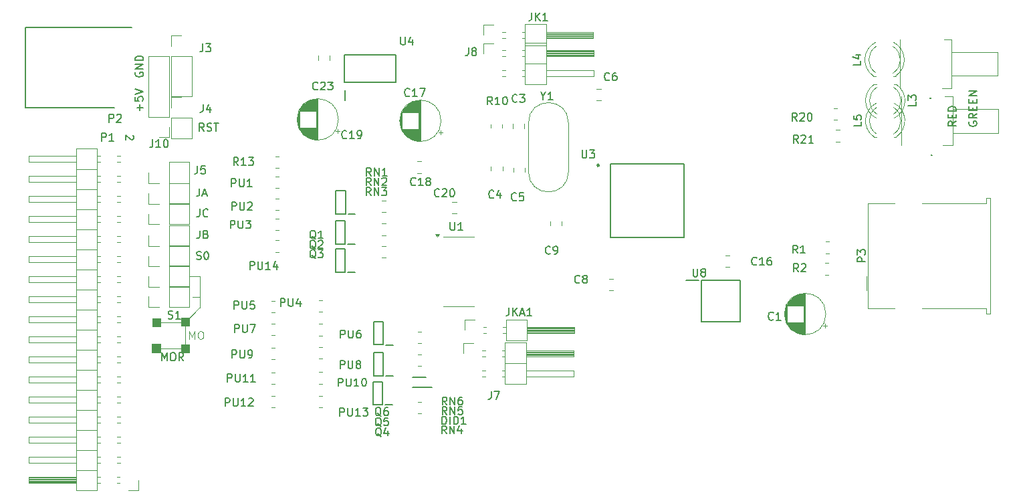
<source format=gbr>
%TF.GenerationSoftware,KiCad,Pcbnew,8.0.8*%
%TF.CreationDate,2025-02-19T22:11:45+00:00*%
%TF.ProjectId,Gotek,476f7465-6b2e-46b6-9963-61645f706362,rev?*%
%TF.SameCoordinates,Original*%
%TF.FileFunction,Legend,Top*%
%TF.FilePolarity,Positive*%
%FSLAX46Y46*%
G04 Gerber Fmt 4.6, Leading zero omitted, Abs format (unit mm)*
G04 Created by KiCad (PCBNEW 8.0.8) date 2025-02-19 22:11:45*
%MOMM*%
%LPD*%
G01*
G04 APERTURE LIST*
%ADD10C,0.100000*%
%ADD11C,0.150000*%
%ADD12C,0.120000*%
%ADD13C,0.200000*%
%ADD14C,0.250000*%
G04 APERTURE END LIST*
D10*
X107816650Y-93345000D02*
X109715300Y-91446350D01*
X107816650Y-93345000D02*
X104133650Y-93345000D01*
X107816650Y-96694625D02*
X104133650Y-96694625D01*
X107302300Y-96158050D02*
X108331000Y-96158050D01*
X108331000Y-97186750D01*
X107302300Y-97186750D01*
X107302300Y-96158050D01*
G36*
X107302300Y-96158050D02*
G01*
X108331000Y-96158050D01*
X108331000Y-97186750D01*
X107302300Y-97186750D01*
X107302300Y-96158050D01*
G37*
X103673275Y-92849700D02*
X104682925Y-92849700D01*
X104682925Y-93859350D01*
X103673275Y-93859350D01*
X103673275Y-92849700D01*
G36*
X103673275Y-92849700D02*
G01*
X104682925Y-92849700D01*
X104682925Y-93859350D01*
X103673275Y-93859350D01*
X103673275Y-92849700D01*
G37*
X109715300Y-91503500D02*
X109715300Y-88917625D01*
X109715300Y-88917625D02*
X109715300Y-91503500D01*
X104133650Y-93345000D02*
X107762675Y-93345000D01*
X107762675Y-93345000D02*
X107816650Y-93345000D01*
X107816650Y-93345000D02*
X107816650Y-96694625D01*
X107343575Y-92827475D02*
X108353225Y-92827475D01*
X108353225Y-93837125D01*
X107343575Y-93837125D01*
X107343575Y-92827475D01*
G36*
X107343575Y-92827475D02*
G01*
X108353225Y-92827475D01*
X108353225Y-93837125D01*
X107343575Y-93837125D01*
X107343575Y-92827475D01*
G37*
X109664500Y-90166825D02*
X108751687Y-90166825D01*
X108369612Y-87569675D02*
X109714787Y-87569675D01*
X109715300Y-87547450D02*
X109715300Y-91503500D01*
X107816650Y-93345000D02*
X109715300Y-91446350D01*
X103609775Y-96050100D02*
X104724200Y-96050100D01*
X104724200Y-97164525D01*
X103609775Y-97164525D01*
X103609775Y-96050100D01*
G36*
X103609775Y-96050100D02*
G01*
X104724200Y-96050100D01*
X104724200Y-97164525D01*
X103609775Y-97164525D01*
X103609775Y-96050100D01*
G37*
D11*
X207127588Y-67982936D02*
X207079969Y-68078174D01*
X207079969Y-68078174D02*
X207079969Y-68221031D01*
X207079969Y-68221031D02*
X207127588Y-68363888D01*
X207127588Y-68363888D02*
X207222826Y-68459126D01*
X207222826Y-68459126D02*
X207318064Y-68506745D01*
X207318064Y-68506745D02*
X207508540Y-68554364D01*
X207508540Y-68554364D02*
X207651397Y-68554364D01*
X207651397Y-68554364D02*
X207841873Y-68506745D01*
X207841873Y-68506745D02*
X207937111Y-68459126D01*
X207937111Y-68459126D02*
X208032350Y-68363888D01*
X208032350Y-68363888D02*
X208079969Y-68221031D01*
X208079969Y-68221031D02*
X208079969Y-68125793D01*
X208079969Y-68125793D02*
X208032350Y-67982936D01*
X208032350Y-67982936D02*
X207984730Y-67935317D01*
X207984730Y-67935317D02*
X207651397Y-67935317D01*
X207651397Y-67935317D02*
X207651397Y-68125793D01*
X208079969Y-66935317D02*
X207603778Y-67268650D01*
X208079969Y-67506745D02*
X207079969Y-67506745D01*
X207079969Y-67506745D02*
X207079969Y-67125793D01*
X207079969Y-67125793D02*
X207127588Y-67030555D01*
X207127588Y-67030555D02*
X207175207Y-66982936D01*
X207175207Y-66982936D02*
X207270445Y-66935317D01*
X207270445Y-66935317D02*
X207413302Y-66935317D01*
X207413302Y-66935317D02*
X207508540Y-66982936D01*
X207508540Y-66982936D02*
X207556159Y-67030555D01*
X207556159Y-67030555D02*
X207603778Y-67125793D01*
X207603778Y-67125793D02*
X207603778Y-67506745D01*
X207556159Y-66506745D02*
X207556159Y-66173412D01*
X208079969Y-66030555D02*
X208079969Y-66506745D01*
X208079969Y-66506745D02*
X207079969Y-66506745D01*
X207079969Y-66506745D02*
X207079969Y-66030555D01*
X207556159Y-65601983D02*
X207556159Y-65268650D01*
X208079969Y-65125793D02*
X208079969Y-65601983D01*
X208079969Y-65601983D02*
X207079969Y-65601983D01*
X207079969Y-65601983D02*
X207079969Y-65125793D01*
X208079969Y-64697221D02*
X207079969Y-64697221D01*
X207079969Y-64697221D02*
X208079969Y-64125793D01*
X208079969Y-64125793D02*
X207079969Y-64125793D01*
X109632943Y-76412844D02*
X109632943Y-77127129D01*
X109632943Y-77127129D02*
X109585324Y-77269986D01*
X109585324Y-77269986D02*
X109490086Y-77365225D01*
X109490086Y-77365225D02*
X109347229Y-77412844D01*
X109347229Y-77412844D02*
X109251991Y-77412844D01*
X110061515Y-77127129D02*
X110537705Y-77127129D01*
X109966277Y-77412844D02*
X110299610Y-76412844D01*
X110299610Y-76412844D02*
X110632943Y-77412844D01*
X110226632Y-69170544D02*
X109893299Y-68694353D01*
X109655204Y-69170544D02*
X109655204Y-68170544D01*
X109655204Y-68170544D02*
X110036156Y-68170544D01*
X110036156Y-68170544D02*
X110131394Y-68218163D01*
X110131394Y-68218163D02*
X110179013Y-68265782D01*
X110179013Y-68265782D02*
X110226632Y-68361020D01*
X110226632Y-68361020D02*
X110226632Y-68503877D01*
X110226632Y-68503877D02*
X110179013Y-68599115D01*
X110179013Y-68599115D02*
X110131394Y-68646734D01*
X110131394Y-68646734D02*
X110036156Y-68694353D01*
X110036156Y-68694353D02*
X109655204Y-68694353D01*
X110607585Y-69122925D02*
X110750442Y-69170544D01*
X110750442Y-69170544D02*
X110988537Y-69170544D01*
X110988537Y-69170544D02*
X111083775Y-69122925D01*
X111083775Y-69122925D02*
X111131394Y-69075305D01*
X111131394Y-69075305D02*
X111179013Y-68980067D01*
X111179013Y-68980067D02*
X111179013Y-68884829D01*
X111179013Y-68884829D02*
X111131394Y-68789591D01*
X111131394Y-68789591D02*
X111083775Y-68741972D01*
X111083775Y-68741972D02*
X110988537Y-68694353D01*
X110988537Y-68694353D02*
X110798061Y-68646734D01*
X110798061Y-68646734D02*
X110702823Y-68599115D01*
X110702823Y-68599115D02*
X110655204Y-68551496D01*
X110655204Y-68551496D02*
X110607585Y-68456258D01*
X110607585Y-68456258D02*
X110607585Y-68361020D01*
X110607585Y-68361020D02*
X110655204Y-68265782D01*
X110655204Y-68265782D02*
X110702823Y-68218163D01*
X110702823Y-68218163D02*
X110798061Y-68170544D01*
X110798061Y-68170544D02*
X111036156Y-68170544D01*
X111036156Y-68170544D02*
X111179013Y-68218163D01*
X111464728Y-68170544D02*
X112036156Y-68170544D01*
X111750442Y-69170544D02*
X111750442Y-68170544D01*
D10*
X108377709Y-95487544D02*
X108377709Y-94487544D01*
X108377709Y-94487544D02*
X108711042Y-95201829D01*
X108711042Y-95201829D02*
X109044375Y-94487544D01*
X109044375Y-94487544D02*
X109044375Y-95487544D01*
X109711042Y-94487544D02*
X109901518Y-94487544D01*
X109901518Y-94487544D02*
X109996756Y-94535163D01*
X109996756Y-94535163D02*
X110091994Y-94630401D01*
X110091994Y-94630401D02*
X110139613Y-94820877D01*
X110139613Y-94820877D02*
X110139613Y-95154210D01*
X110139613Y-95154210D02*
X110091994Y-95344686D01*
X110091994Y-95344686D02*
X109996756Y-95439925D01*
X109996756Y-95439925D02*
X109901518Y-95487544D01*
X109901518Y-95487544D02*
X109711042Y-95487544D01*
X109711042Y-95487544D02*
X109615804Y-95439925D01*
X109615804Y-95439925D02*
X109520566Y-95344686D01*
X109520566Y-95344686D02*
X109472947Y-95154210D01*
X109472947Y-95154210D02*
X109472947Y-94820877D01*
X109472947Y-94820877D02*
X109520566Y-94630401D01*
X109520566Y-94630401D02*
X109615804Y-94535163D01*
X109615804Y-94535163D02*
X109711042Y-94487544D01*
D11*
X104854604Y-98224969D02*
X104854604Y-97224969D01*
X104854604Y-97224969D02*
X105187937Y-97939254D01*
X105187937Y-97939254D02*
X105521270Y-97224969D01*
X105521270Y-97224969D02*
X105521270Y-98224969D01*
X106187937Y-97224969D02*
X106378413Y-97224969D01*
X106378413Y-97224969D02*
X106473651Y-97272588D01*
X106473651Y-97272588D02*
X106568889Y-97367826D01*
X106568889Y-97367826D02*
X106616508Y-97558302D01*
X106616508Y-97558302D02*
X106616508Y-97891635D01*
X106616508Y-97891635D02*
X106568889Y-98082111D01*
X106568889Y-98082111D02*
X106473651Y-98177350D01*
X106473651Y-98177350D02*
X106378413Y-98224969D01*
X106378413Y-98224969D02*
X106187937Y-98224969D01*
X106187937Y-98224969D02*
X106092699Y-98177350D01*
X106092699Y-98177350D02*
X105997461Y-98082111D01*
X105997461Y-98082111D02*
X105949842Y-97891635D01*
X105949842Y-97891635D02*
X105949842Y-97558302D01*
X105949842Y-97558302D02*
X105997461Y-97367826D01*
X105997461Y-97367826D02*
X106092699Y-97272588D01*
X106092699Y-97272588D02*
X106187937Y-97224969D01*
X107616508Y-98224969D02*
X107283175Y-97748778D01*
X107045080Y-98224969D02*
X107045080Y-97224969D01*
X107045080Y-97224969D02*
X107426032Y-97224969D01*
X107426032Y-97224969D02*
X107521270Y-97272588D01*
X107521270Y-97272588D02*
X107568889Y-97320207D01*
X107568889Y-97320207D02*
X107616508Y-97415445D01*
X107616508Y-97415445D02*
X107616508Y-97558302D01*
X107616508Y-97558302D02*
X107568889Y-97653540D01*
X107568889Y-97653540D02*
X107521270Y-97701159D01*
X107521270Y-97701159D02*
X107426032Y-97748778D01*
X107426032Y-97748778D02*
X107045080Y-97748778D01*
X205463769Y-67935317D02*
X204987578Y-68268650D01*
X205463769Y-68506745D02*
X204463769Y-68506745D01*
X204463769Y-68506745D02*
X204463769Y-68125793D01*
X204463769Y-68125793D02*
X204511388Y-68030555D01*
X204511388Y-68030555D02*
X204559007Y-67982936D01*
X204559007Y-67982936D02*
X204654245Y-67935317D01*
X204654245Y-67935317D02*
X204797102Y-67935317D01*
X204797102Y-67935317D02*
X204892340Y-67982936D01*
X204892340Y-67982936D02*
X204939959Y-68030555D01*
X204939959Y-68030555D02*
X204987578Y-68125793D01*
X204987578Y-68125793D02*
X204987578Y-68506745D01*
X204939959Y-67506745D02*
X204939959Y-67173412D01*
X205463769Y-67030555D02*
X205463769Y-67506745D01*
X205463769Y-67506745D02*
X204463769Y-67506745D01*
X204463769Y-67506745D02*
X204463769Y-67030555D01*
X205463769Y-66601983D02*
X204463769Y-66601983D01*
X204463769Y-66601983D02*
X204463769Y-66363888D01*
X204463769Y-66363888D02*
X204511388Y-66221031D01*
X204511388Y-66221031D02*
X204606626Y-66125793D01*
X204606626Y-66125793D02*
X204701864Y-66078174D01*
X204701864Y-66078174D02*
X204892340Y-66030555D01*
X204892340Y-66030555D02*
X205035197Y-66030555D01*
X205035197Y-66030555D02*
X205225673Y-66078174D01*
X205225673Y-66078174D02*
X205320911Y-66125793D01*
X205320911Y-66125793D02*
X205416150Y-66221031D01*
X205416150Y-66221031D02*
X205463769Y-66363888D01*
X205463769Y-66363888D02*
X205463769Y-66601983D01*
X102108041Y-66554120D02*
X102108041Y-65792216D01*
X102488994Y-66173168D02*
X101727089Y-66173168D01*
X101488994Y-64839835D02*
X101488994Y-65316025D01*
X101488994Y-65316025D02*
X101965184Y-65363644D01*
X101965184Y-65363644D02*
X101917565Y-65316025D01*
X101917565Y-65316025D02*
X101869946Y-65220787D01*
X101869946Y-65220787D02*
X101869946Y-64982692D01*
X101869946Y-64982692D02*
X101917565Y-64887454D01*
X101917565Y-64887454D02*
X101965184Y-64839835D01*
X101965184Y-64839835D02*
X102060422Y-64792216D01*
X102060422Y-64792216D02*
X102298517Y-64792216D01*
X102298517Y-64792216D02*
X102393755Y-64839835D01*
X102393755Y-64839835D02*
X102441375Y-64887454D01*
X102441375Y-64887454D02*
X102488994Y-64982692D01*
X102488994Y-64982692D02*
X102488994Y-65220787D01*
X102488994Y-65220787D02*
X102441375Y-65316025D01*
X102441375Y-65316025D02*
X102393755Y-65363644D01*
X101488994Y-64506501D02*
X102488994Y-64173168D01*
X102488994Y-64173168D02*
X101488994Y-63839835D01*
X109667868Y-81750019D02*
X109667868Y-82464304D01*
X109667868Y-82464304D02*
X109620249Y-82607161D01*
X109620249Y-82607161D02*
X109525011Y-82702400D01*
X109525011Y-82702400D02*
X109382154Y-82750019D01*
X109382154Y-82750019D02*
X109286916Y-82750019D01*
X110477392Y-82226209D02*
X110620249Y-82273828D01*
X110620249Y-82273828D02*
X110667868Y-82321447D01*
X110667868Y-82321447D02*
X110715487Y-82416685D01*
X110715487Y-82416685D02*
X110715487Y-82559542D01*
X110715487Y-82559542D02*
X110667868Y-82654780D01*
X110667868Y-82654780D02*
X110620249Y-82702400D01*
X110620249Y-82702400D02*
X110525011Y-82750019D01*
X110525011Y-82750019D02*
X110144059Y-82750019D01*
X110144059Y-82750019D02*
X110144059Y-81750019D01*
X110144059Y-81750019D02*
X110477392Y-81750019D01*
X110477392Y-81750019D02*
X110572630Y-81797638D01*
X110572630Y-81797638D02*
X110620249Y-81845257D01*
X110620249Y-81845257D02*
X110667868Y-81940495D01*
X110667868Y-81940495D02*
X110667868Y-82035733D01*
X110667868Y-82035733D02*
X110620249Y-82130971D01*
X110620249Y-82130971D02*
X110572630Y-82178590D01*
X110572630Y-82178590D02*
X110477392Y-82226209D01*
X110477392Y-82226209D02*
X110144059Y-82226209D01*
X109667868Y-79029044D02*
X109667868Y-79743329D01*
X109667868Y-79743329D02*
X109620249Y-79886186D01*
X109620249Y-79886186D02*
X109525011Y-79981425D01*
X109525011Y-79981425D02*
X109382154Y-80029044D01*
X109382154Y-80029044D02*
X109286916Y-80029044D01*
X110715487Y-79933805D02*
X110667868Y-79981425D01*
X110667868Y-79981425D02*
X110525011Y-80029044D01*
X110525011Y-80029044D02*
X110429773Y-80029044D01*
X110429773Y-80029044D02*
X110286916Y-79981425D01*
X110286916Y-79981425D02*
X110191678Y-79886186D01*
X110191678Y-79886186D02*
X110144059Y-79790948D01*
X110144059Y-79790948D02*
X110096440Y-79600472D01*
X110096440Y-79600472D02*
X110096440Y-79457615D01*
X110096440Y-79457615D02*
X110144059Y-79267139D01*
X110144059Y-79267139D02*
X110191678Y-79171901D01*
X110191678Y-79171901D02*
X110286916Y-79076663D01*
X110286916Y-79076663D02*
X110429773Y-79029044D01*
X110429773Y-79029044D02*
X110525011Y-79029044D01*
X110525011Y-79029044D02*
X110667868Y-79076663D01*
X110667868Y-79076663D02*
X110715487Y-79124282D01*
X101225242Y-69691485D02*
X101272861Y-69739104D01*
X101272861Y-69739104D02*
X101320480Y-69834342D01*
X101320480Y-69834342D02*
X101320480Y-70072437D01*
X101320480Y-70072437D02*
X101272861Y-70167675D01*
X101272861Y-70167675D02*
X101225242Y-70215294D01*
X101225242Y-70215294D02*
X101130004Y-70262913D01*
X101130004Y-70262913D02*
X101034766Y-70262913D01*
X101034766Y-70262913D02*
X100891909Y-70215294D01*
X100891909Y-70215294D02*
X100320480Y-69643866D01*
X100320480Y-69643866D02*
X100320480Y-70262913D01*
X101571538Y-61740886D02*
X101523919Y-61836124D01*
X101523919Y-61836124D02*
X101523919Y-61978981D01*
X101523919Y-61978981D02*
X101571538Y-62121838D01*
X101571538Y-62121838D02*
X101666776Y-62217076D01*
X101666776Y-62217076D02*
X101762014Y-62264695D01*
X101762014Y-62264695D02*
X101952490Y-62312314D01*
X101952490Y-62312314D02*
X102095347Y-62312314D01*
X102095347Y-62312314D02*
X102285823Y-62264695D01*
X102285823Y-62264695D02*
X102381061Y-62217076D01*
X102381061Y-62217076D02*
X102476300Y-62121838D01*
X102476300Y-62121838D02*
X102523919Y-61978981D01*
X102523919Y-61978981D02*
X102523919Y-61883743D01*
X102523919Y-61883743D02*
X102476300Y-61740886D01*
X102476300Y-61740886D02*
X102428680Y-61693267D01*
X102428680Y-61693267D02*
X102095347Y-61693267D01*
X102095347Y-61693267D02*
X102095347Y-61883743D01*
X102523919Y-61264695D02*
X101523919Y-61264695D01*
X101523919Y-61264695D02*
X102523919Y-60693267D01*
X102523919Y-60693267D02*
X101523919Y-60693267D01*
X102523919Y-60217076D02*
X101523919Y-60217076D01*
X101523919Y-60217076D02*
X101523919Y-59978981D01*
X101523919Y-59978981D02*
X101571538Y-59836124D01*
X101571538Y-59836124D02*
X101666776Y-59740886D01*
X101666776Y-59740886D02*
X101762014Y-59693267D01*
X101762014Y-59693267D02*
X101952490Y-59645648D01*
X101952490Y-59645648D02*
X102095347Y-59645648D01*
X102095347Y-59645648D02*
X102285823Y-59693267D01*
X102285823Y-59693267D02*
X102381061Y-59740886D01*
X102381061Y-59740886D02*
X102476300Y-59836124D01*
X102476300Y-59836124D02*
X102523919Y-59978981D01*
X102523919Y-59978981D02*
X102523919Y-60217076D01*
X103711476Y-70221919D02*
X103711476Y-70936204D01*
X103711476Y-70936204D02*
X103663857Y-71079061D01*
X103663857Y-71079061D02*
X103568619Y-71174300D01*
X103568619Y-71174300D02*
X103425762Y-71221919D01*
X103425762Y-71221919D02*
X103330524Y-71221919D01*
X104711476Y-71221919D02*
X104140048Y-71221919D01*
X104425762Y-71221919D02*
X104425762Y-70221919D01*
X104425762Y-70221919D02*
X104330524Y-70364776D01*
X104330524Y-70364776D02*
X104235286Y-70460014D01*
X104235286Y-70460014D02*
X104140048Y-70507633D01*
X105330524Y-70221919D02*
X105425762Y-70221919D01*
X105425762Y-70221919D02*
X105521000Y-70269538D01*
X105521000Y-70269538D02*
X105568619Y-70317157D01*
X105568619Y-70317157D02*
X105616238Y-70412395D01*
X105616238Y-70412395D02*
X105663857Y-70602871D01*
X105663857Y-70602871D02*
X105663857Y-70840966D01*
X105663857Y-70840966D02*
X105616238Y-71031442D01*
X105616238Y-71031442D02*
X105568619Y-71126680D01*
X105568619Y-71126680D02*
X105521000Y-71174300D01*
X105521000Y-71174300D02*
X105425762Y-71221919D01*
X105425762Y-71221919D02*
X105330524Y-71221919D01*
X105330524Y-71221919D02*
X105235286Y-71174300D01*
X105235286Y-71174300D02*
X105187667Y-71126680D01*
X105187667Y-71126680D02*
X105140048Y-71031442D01*
X105140048Y-71031442D02*
X105092429Y-70840966D01*
X105092429Y-70840966D02*
X105092429Y-70602871D01*
X105092429Y-70602871D02*
X105140048Y-70412395D01*
X105140048Y-70412395D02*
X105187667Y-70317157D01*
X105187667Y-70317157D02*
X105235286Y-70269538D01*
X105235286Y-70269538D02*
X105330524Y-70221919D01*
X114055095Y-91675744D02*
X114055095Y-90675744D01*
X114055095Y-90675744D02*
X114436047Y-90675744D01*
X114436047Y-90675744D02*
X114531285Y-90723363D01*
X114531285Y-90723363D02*
X114578904Y-90770982D01*
X114578904Y-90770982D02*
X114626523Y-90866220D01*
X114626523Y-90866220D02*
X114626523Y-91009077D01*
X114626523Y-91009077D02*
X114578904Y-91104315D01*
X114578904Y-91104315D02*
X114531285Y-91151934D01*
X114531285Y-91151934D02*
X114436047Y-91199553D01*
X114436047Y-91199553D02*
X114055095Y-91199553D01*
X115055095Y-90675744D02*
X115055095Y-91485267D01*
X115055095Y-91485267D02*
X115102714Y-91580505D01*
X115102714Y-91580505D02*
X115150333Y-91628125D01*
X115150333Y-91628125D02*
X115245571Y-91675744D01*
X115245571Y-91675744D02*
X115436047Y-91675744D01*
X115436047Y-91675744D02*
X115531285Y-91628125D01*
X115531285Y-91628125D02*
X115578904Y-91580505D01*
X115578904Y-91580505D02*
X115626523Y-91485267D01*
X115626523Y-91485267D02*
X115626523Y-90675744D01*
X116578904Y-90675744D02*
X116102714Y-90675744D01*
X116102714Y-90675744D02*
X116055095Y-91151934D01*
X116055095Y-91151934D02*
X116102714Y-91104315D01*
X116102714Y-91104315D02*
X116197952Y-91056696D01*
X116197952Y-91056696D02*
X116436047Y-91056696D01*
X116436047Y-91056696D02*
X116531285Y-91104315D01*
X116531285Y-91104315D02*
X116578904Y-91151934D01*
X116578904Y-91151934D02*
X116626523Y-91247172D01*
X116626523Y-91247172D02*
X116626523Y-91485267D01*
X116626523Y-91485267D02*
X116578904Y-91580505D01*
X116578904Y-91580505D02*
X116531285Y-91628125D01*
X116531285Y-91628125D02*
X116436047Y-91675744D01*
X116436047Y-91675744D02*
X116197952Y-91675744D01*
X116197952Y-91675744D02*
X116102714Y-91628125D01*
X116102714Y-91628125D02*
X116055095Y-91580505D01*
X146899333Y-77563605D02*
X146851714Y-77611225D01*
X146851714Y-77611225D02*
X146708857Y-77658844D01*
X146708857Y-77658844D02*
X146613619Y-77658844D01*
X146613619Y-77658844D02*
X146470762Y-77611225D01*
X146470762Y-77611225D02*
X146375524Y-77515986D01*
X146375524Y-77515986D02*
X146327905Y-77420748D01*
X146327905Y-77420748D02*
X146280286Y-77230272D01*
X146280286Y-77230272D02*
X146280286Y-77087415D01*
X146280286Y-77087415D02*
X146327905Y-76896939D01*
X146327905Y-76896939D02*
X146375524Y-76801701D01*
X146375524Y-76801701D02*
X146470762Y-76706463D01*
X146470762Y-76706463D02*
X146613619Y-76658844D01*
X146613619Y-76658844D02*
X146708857Y-76658844D01*
X146708857Y-76658844D02*
X146851714Y-76706463D01*
X146851714Y-76706463D02*
X146899333Y-76754082D01*
X147756476Y-76992177D02*
X147756476Y-77658844D01*
X147518381Y-76611225D02*
X147280286Y-77325510D01*
X147280286Y-77325510D02*
X147899333Y-77325510D01*
X185294667Y-67869594D02*
X184961334Y-67393403D01*
X184723239Y-67869594D02*
X184723239Y-66869594D01*
X184723239Y-66869594D02*
X185104191Y-66869594D01*
X185104191Y-66869594D02*
X185199429Y-66917213D01*
X185199429Y-66917213D02*
X185247048Y-66964832D01*
X185247048Y-66964832D02*
X185294667Y-67060070D01*
X185294667Y-67060070D02*
X185294667Y-67202927D01*
X185294667Y-67202927D02*
X185247048Y-67298165D01*
X185247048Y-67298165D02*
X185199429Y-67345784D01*
X185199429Y-67345784D02*
X185104191Y-67393403D01*
X185104191Y-67393403D02*
X184723239Y-67393403D01*
X185675620Y-66964832D02*
X185723239Y-66917213D01*
X185723239Y-66917213D02*
X185818477Y-66869594D01*
X185818477Y-66869594D02*
X186056572Y-66869594D01*
X186056572Y-66869594D02*
X186151810Y-66917213D01*
X186151810Y-66917213D02*
X186199429Y-66964832D01*
X186199429Y-66964832D02*
X186247048Y-67060070D01*
X186247048Y-67060070D02*
X186247048Y-67155308D01*
X186247048Y-67155308D02*
X186199429Y-67298165D01*
X186199429Y-67298165D02*
X185628001Y-67869594D01*
X185628001Y-67869594D02*
X186247048Y-67869594D01*
X186866096Y-66869594D02*
X186961334Y-66869594D01*
X186961334Y-66869594D02*
X187056572Y-66917213D01*
X187056572Y-66917213D02*
X187104191Y-66964832D01*
X187104191Y-66964832D02*
X187151810Y-67060070D01*
X187151810Y-67060070D02*
X187199429Y-67250546D01*
X187199429Y-67250546D02*
X187199429Y-67488641D01*
X187199429Y-67488641D02*
X187151810Y-67679117D01*
X187151810Y-67679117D02*
X187104191Y-67774355D01*
X187104191Y-67774355D02*
X187056572Y-67821975D01*
X187056572Y-67821975D02*
X186961334Y-67869594D01*
X186961334Y-67869594D02*
X186866096Y-67869594D01*
X186866096Y-67869594D02*
X186770858Y-67821975D01*
X186770858Y-67821975D02*
X186723239Y-67774355D01*
X186723239Y-67774355D02*
X186675620Y-67679117D01*
X186675620Y-67679117D02*
X186628001Y-67488641D01*
X186628001Y-67488641D02*
X186628001Y-67250546D01*
X186628001Y-67250546D02*
X186675620Y-67060070D01*
X186675620Y-67060070D02*
X186723239Y-66964832D01*
X186723239Y-66964832D02*
X186770858Y-66917213D01*
X186770858Y-66917213D02*
X186866096Y-66869594D01*
X146612016Y-102112094D02*
X146612016Y-102826379D01*
X146612016Y-102826379D02*
X146564397Y-102969236D01*
X146564397Y-102969236D02*
X146469159Y-103064475D01*
X146469159Y-103064475D02*
X146326302Y-103112094D01*
X146326302Y-103112094D02*
X146231064Y-103112094D01*
X146992969Y-102112094D02*
X147659635Y-102112094D01*
X147659635Y-102112094D02*
X147231064Y-103112094D01*
X182306933Y-92990205D02*
X182259314Y-93037825D01*
X182259314Y-93037825D02*
X182116457Y-93085444D01*
X182116457Y-93085444D02*
X182021219Y-93085444D01*
X182021219Y-93085444D02*
X181878362Y-93037825D01*
X181878362Y-93037825D02*
X181783124Y-92942586D01*
X181783124Y-92942586D02*
X181735505Y-92847348D01*
X181735505Y-92847348D02*
X181687886Y-92656872D01*
X181687886Y-92656872D02*
X181687886Y-92514015D01*
X181687886Y-92514015D02*
X181735505Y-92323539D01*
X181735505Y-92323539D02*
X181783124Y-92228301D01*
X181783124Y-92228301D02*
X181878362Y-92133063D01*
X181878362Y-92133063D02*
X182021219Y-92085444D01*
X182021219Y-92085444D02*
X182116457Y-92085444D01*
X182116457Y-92085444D02*
X182259314Y-92133063D01*
X182259314Y-92133063D02*
X182306933Y-92180682D01*
X183259314Y-93085444D02*
X182687886Y-93085444D01*
X182973600Y-93085444D02*
X182973600Y-92085444D01*
X182973600Y-92085444D02*
X182878362Y-92228301D01*
X182878362Y-92228301D02*
X182783124Y-92323539D01*
X182783124Y-92323539D02*
X182687886Y-92371158D01*
X151709866Y-54176069D02*
X151709866Y-54890354D01*
X151709866Y-54890354D02*
X151662247Y-55033211D01*
X151662247Y-55033211D02*
X151567009Y-55128450D01*
X151567009Y-55128450D02*
X151424152Y-55176069D01*
X151424152Y-55176069D02*
X151328914Y-55176069D01*
X152186057Y-55176069D02*
X152186057Y-54176069D01*
X152757485Y-55176069D02*
X152328914Y-54604640D01*
X152757485Y-54176069D02*
X152186057Y-54747497D01*
X153709866Y-55176069D02*
X153138438Y-55176069D01*
X153424152Y-55176069D02*
X153424152Y-54176069D01*
X153424152Y-54176069D02*
X153328914Y-54318926D01*
X153328914Y-54318926D02*
X153233676Y-54414164D01*
X153233676Y-54414164D02*
X153138438Y-54461783D01*
X109280420Y-85360675D02*
X109423277Y-85408294D01*
X109423277Y-85408294D02*
X109661372Y-85408294D01*
X109661372Y-85408294D02*
X109756610Y-85360675D01*
X109756610Y-85360675D02*
X109804229Y-85313055D01*
X109804229Y-85313055D02*
X109851848Y-85217817D01*
X109851848Y-85217817D02*
X109851848Y-85122579D01*
X109851848Y-85122579D02*
X109804229Y-85027341D01*
X109804229Y-85027341D02*
X109756610Y-84979722D01*
X109756610Y-84979722D02*
X109661372Y-84932103D01*
X109661372Y-84932103D02*
X109470896Y-84884484D01*
X109470896Y-84884484D02*
X109375658Y-84836865D01*
X109375658Y-84836865D02*
X109328039Y-84789246D01*
X109328039Y-84789246D02*
X109280420Y-84694008D01*
X109280420Y-84694008D02*
X109280420Y-84598770D01*
X109280420Y-84598770D02*
X109328039Y-84503532D01*
X109328039Y-84503532D02*
X109375658Y-84455913D01*
X109375658Y-84455913D02*
X109470896Y-84408294D01*
X109470896Y-84408294D02*
X109708991Y-84408294D01*
X109708991Y-84408294D02*
X109851848Y-84455913D01*
X110470896Y-84408294D02*
X110566134Y-84408294D01*
X110566134Y-84408294D02*
X110661372Y-84455913D01*
X110661372Y-84455913D02*
X110708991Y-84503532D01*
X110708991Y-84503532D02*
X110756610Y-84598770D01*
X110756610Y-84598770D02*
X110804229Y-84789246D01*
X110804229Y-84789246D02*
X110804229Y-85027341D01*
X110804229Y-85027341D02*
X110756610Y-85217817D01*
X110756610Y-85217817D02*
X110708991Y-85313055D01*
X110708991Y-85313055D02*
X110661372Y-85360675D01*
X110661372Y-85360675D02*
X110566134Y-85408294D01*
X110566134Y-85408294D02*
X110470896Y-85408294D01*
X110470896Y-85408294D02*
X110375658Y-85360675D01*
X110375658Y-85360675D02*
X110328039Y-85313055D01*
X110328039Y-85313055D02*
X110280420Y-85217817D01*
X110280420Y-85217817D02*
X110232801Y-85027341D01*
X110232801Y-85027341D02*
X110232801Y-84789246D01*
X110232801Y-84789246D02*
X110280420Y-84598770D01*
X110280420Y-84598770D02*
X110328039Y-84503532D01*
X110328039Y-84503532D02*
X110375658Y-84455913D01*
X110375658Y-84455913D02*
X110470896Y-84408294D01*
X132657861Y-106556957D02*
X132562623Y-106509338D01*
X132562623Y-106509338D02*
X132467385Y-106414100D01*
X132467385Y-106414100D02*
X132324528Y-106271242D01*
X132324528Y-106271242D02*
X132229290Y-106223623D01*
X132229290Y-106223623D02*
X132134052Y-106223623D01*
X132181671Y-106461719D02*
X132086433Y-106414100D01*
X132086433Y-106414100D02*
X131991195Y-106318861D01*
X131991195Y-106318861D02*
X131943576Y-106128385D01*
X131943576Y-106128385D02*
X131943576Y-105795052D01*
X131943576Y-105795052D02*
X131991195Y-105604576D01*
X131991195Y-105604576D02*
X132086433Y-105509338D01*
X132086433Y-105509338D02*
X132181671Y-105461719D01*
X132181671Y-105461719D02*
X132372147Y-105461719D01*
X132372147Y-105461719D02*
X132467385Y-105509338D01*
X132467385Y-105509338D02*
X132562623Y-105604576D01*
X132562623Y-105604576D02*
X132610242Y-105795052D01*
X132610242Y-105795052D02*
X132610242Y-106128385D01*
X132610242Y-106128385D02*
X132562623Y-106318861D01*
X132562623Y-106318861D02*
X132467385Y-106414100D01*
X132467385Y-106414100D02*
X132372147Y-106461719D01*
X132372147Y-106461719D02*
X132181671Y-106461719D01*
X133515004Y-105461719D02*
X133038814Y-105461719D01*
X133038814Y-105461719D02*
X132991195Y-105937909D01*
X132991195Y-105937909D02*
X133038814Y-105890290D01*
X133038814Y-105890290D02*
X133134052Y-105842671D01*
X133134052Y-105842671D02*
X133372147Y-105842671D01*
X133372147Y-105842671D02*
X133467385Y-105890290D01*
X133467385Y-105890290D02*
X133515004Y-105937909D01*
X133515004Y-105937909D02*
X133562623Y-106033147D01*
X133562623Y-106033147D02*
X133562623Y-106271242D01*
X133562623Y-106271242D02*
X133515004Y-106366480D01*
X133515004Y-106366480D02*
X133467385Y-106414100D01*
X133467385Y-106414100D02*
X133372147Y-106461719D01*
X133372147Y-106461719D02*
X133134052Y-106461719D01*
X133134052Y-106461719D02*
X133038814Y-106414100D01*
X133038814Y-106414100D02*
X132991195Y-106366480D01*
X140908173Y-107471369D02*
X140574840Y-106995178D01*
X140336745Y-107471369D02*
X140336745Y-106471369D01*
X140336745Y-106471369D02*
X140717697Y-106471369D01*
X140717697Y-106471369D02*
X140812935Y-106518988D01*
X140812935Y-106518988D02*
X140860554Y-106566607D01*
X140860554Y-106566607D02*
X140908173Y-106661845D01*
X140908173Y-106661845D02*
X140908173Y-106804702D01*
X140908173Y-106804702D02*
X140860554Y-106899940D01*
X140860554Y-106899940D02*
X140812935Y-106947559D01*
X140812935Y-106947559D02*
X140717697Y-106995178D01*
X140717697Y-106995178D02*
X140336745Y-106995178D01*
X141336745Y-107471369D02*
X141336745Y-106471369D01*
X141336745Y-106471369D02*
X141908173Y-107471369D01*
X141908173Y-107471369D02*
X141908173Y-106471369D01*
X142812935Y-106804702D02*
X142812935Y-107471369D01*
X142574840Y-106423750D02*
X142336745Y-107138035D01*
X142336745Y-107138035D02*
X142955792Y-107138035D01*
X132648336Y-105258382D02*
X132553098Y-105210763D01*
X132553098Y-105210763D02*
X132457860Y-105115525D01*
X132457860Y-105115525D02*
X132315003Y-104972667D01*
X132315003Y-104972667D02*
X132219765Y-104925048D01*
X132219765Y-104925048D02*
X132124527Y-104925048D01*
X132172146Y-105163144D02*
X132076908Y-105115525D01*
X132076908Y-105115525D02*
X131981670Y-105020286D01*
X131981670Y-105020286D02*
X131934051Y-104829810D01*
X131934051Y-104829810D02*
X131934051Y-104496477D01*
X131934051Y-104496477D02*
X131981670Y-104306001D01*
X131981670Y-104306001D02*
X132076908Y-104210763D01*
X132076908Y-104210763D02*
X132172146Y-104163144D01*
X132172146Y-104163144D02*
X132362622Y-104163144D01*
X132362622Y-104163144D02*
X132457860Y-104210763D01*
X132457860Y-104210763D02*
X132553098Y-104306001D01*
X132553098Y-104306001D02*
X132600717Y-104496477D01*
X132600717Y-104496477D02*
X132600717Y-104829810D01*
X132600717Y-104829810D02*
X132553098Y-105020286D01*
X132553098Y-105020286D02*
X132457860Y-105115525D01*
X132457860Y-105115525D02*
X132362622Y-105163144D01*
X132362622Y-105163144D02*
X132172146Y-105163144D01*
X133457860Y-104163144D02*
X133267384Y-104163144D01*
X133267384Y-104163144D02*
X133172146Y-104210763D01*
X133172146Y-104210763D02*
X133124527Y-104258382D01*
X133124527Y-104258382D02*
X133029289Y-104401239D01*
X133029289Y-104401239D02*
X132981670Y-104591715D01*
X132981670Y-104591715D02*
X132981670Y-104972667D01*
X132981670Y-104972667D02*
X133029289Y-105067905D01*
X133029289Y-105067905D02*
X133076908Y-105115525D01*
X133076908Y-105115525D02*
X133172146Y-105163144D01*
X133172146Y-105163144D02*
X133362622Y-105163144D01*
X133362622Y-105163144D02*
X133457860Y-105115525D01*
X133457860Y-105115525D02*
X133505479Y-105067905D01*
X133505479Y-105067905D02*
X133553098Y-104972667D01*
X133553098Y-104972667D02*
X133553098Y-104734572D01*
X133553098Y-104734572D02*
X133505479Y-104639334D01*
X133505479Y-104639334D02*
X133457860Y-104591715D01*
X133457860Y-104591715D02*
X133362622Y-104544096D01*
X133362622Y-104544096D02*
X133172146Y-104544096D01*
X133172146Y-104544096D02*
X133076908Y-104591715D01*
X133076908Y-104591715D02*
X133029289Y-104639334D01*
X133029289Y-104639334D02*
X132981670Y-104734572D01*
X193466994Y-68016416D02*
X193466994Y-68492606D01*
X193466994Y-68492606D02*
X192466994Y-68492606D01*
X192466994Y-67206892D02*
X192466994Y-67683082D01*
X192466994Y-67683082D02*
X192943184Y-67730701D01*
X192943184Y-67730701D02*
X192895565Y-67683082D01*
X192895565Y-67683082D02*
X192847946Y-67587844D01*
X192847946Y-67587844D02*
X192847946Y-67349749D01*
X192847946Y-67349749D02*
X192895565Y-67254511D01*
X192895565Y-67254511D02*
X192943184Y-67206892D01*
X192943184Y-67206892D02*
X193038422Y-67159273D01*
X193038422Y-67159273D02*
X193276517Y-67159273D01*
X193276517Y-67159273D02*
X193371755Y-67206892D01*
X193371755Y-67206892D02*
X193419375Y-67254511D01*
X193419375Y-67254511D02*
X193466994Y-67349749D01*
X193466994Y-67349749D02*
X193466994Y-67587844D01*
X193466994Y-67587844D02*
X193419375Y-67683082D01*
X193419375Y-67683082D02*
X193371755Y-67730701D01*
X140015267Y-77375555D02*
X139967648Y-77423175D01*
X139967648Y-77423175D02*
X139824791Y-77470794D01*
X139824791Y-77470794D02*
X139729553Y-77470794D01*
X139729553Y-77470794D02*
X139586696Y-77423175D01*
X139586696Y-77423175D02*
X139491458Y-77327936D01*
X139491458Y-77327936D02*
X139443839Y-77232698D01*
X139443839Y-77232698D02*
X139396220Y-77042222D01*
X139396220Y-77042222D02*
X139396220Y-76899365D01*
X139396220Y-76899365D02*
X139443839Y-76708889D01*
X139443839Y-76708889D02*
X139491458Y-76613651D01*
X139491458Y-76613651D02*
X139586696Y-76518413D01*
X139586696Y-76518413D02*
X139729553Y-76470794D01*
X139729553Y-76470794D02*
X139824791Y-76470794D01*
X139824791Y-76470794D02*
X139967648Y-76518413D01*
X139967648Y-76518413D02*
X140015267Y-76566032D01*
X140396220Y-76566032D02*
X140443839Y-76518413D01*
X140443839Y-76518413D02*
X140539077Y-76470794D01*
X140539077Y-76470794D02*
X140777172Y-76470794D01*
X140777172Y-76470794D02*
X140872410Y-76518413D01*
X140872410Y-76518413D02*
X140920029Y-76566032D01*
X140920029Y-76566032D02*
X140967648Y-76661270D01*
X140967648Y-76661270D02*
X140967648Y-76756508D01*
X140967648Y-76756508D02*
X140920029Y-76899365D01*
X140920029Y-76899365D02*
X140348601Y-77470794D01*
X140348601Y-77470794D02*
X140967648Y-77470794D01*
X141586696Y-76470794D02*
X141681934Y-76470794D01*
X141681934Y-76470794D02*
X141777172Y-76518413D01*
X141777172Y-76518413D02*
X141824791Y-76566032D01*
X141824791Y-76566032D02*
X141872410Y-76661270D01*
X141872410Y-76661270D02*
X141920029Y-76851746D01*
X141920029Y-76851746D02*
X141920029Y-77089841D01*
X141920029Y-77089841D02*
X141872410Y-77280317D01*
X141872410Y-77280317D02*
X141824791Y-77375555D01*
X141824791Y-77375555D02*
X141777172Y-77423175D01*
X141777172Y-77423175D02*
X141681934Y-77470794D01*
X141681934Y-77470794D02*
X141586696Y-77470794D01*
X141586696Y-77470794D02*
X141491458Y-77423175D01*
X141491458Y-77423175D02*
X141443839Y-77375555D01*
X141443839Y-77375555D02*
X141396220Y-77280317D01*
X141396220Y-77280317D02*
X141348601Y-77089841D01*
X141348601Y-77089841D02*
X141348601Y-76851746D01*
X141348601Y-76851746D02*
X141396220Y-76661270D01*
X141396220Y-76661270D02*
X141443839Y-76566032D01*
X141443839Y-76566032D02*
X141491458Y-76518413D01*
X141491458Y-76518413D02*
X141586696Y-76470794D01*
X136249929Y-64681905D02*
X136202310Y-64729525D01*
X136202310Y-64729525D02*
X136059453Y-64777144D01*
X136059453Y-64777144D02*
X135964215Y-64777144D01*
X135964215Y-64777144D02*
X135821358Y-64729525D01*
X135821358Y-64729525D02*
X135726120Y-64634286D01*
X135726120Y-64634286D02*
X135678501Y-64539048D01*
X135678501Y-64539048D02*
X135630882Y-64348572D01*
X135630882Y-64348572D02*
X135630882Y-64205715D01*
X135630882Y-64205715D02*
X135678501Y-64015239D01*
X135678501Y-64015239D02*
X135726120Y-63920001D01*
X135726120Y-63920001D02*
X135821358Y-63824763D01*
X135821358Y-63824763D02*
X135964215Y-63777144D01*
X135964215Y-63777144D02*
X136059453Y-63777144D01*
X136059453Y-63777144D02*
X136202310Y-63824763D01*
X136202310Y-63824763D02*
X136249929Y-63872382D01*
X137202310Y-64777144D02*
X136630882Y-64777144D01*
X136916596Y-64777144D02*
X136916596Y-63777144D01*
X136916596Y-63777144D02*
X136821358Y-63920001D01*
X136821358Y-63920001D02*
X136726120Y-64015239D01*
X136726120Y-64015239D02*
X136630882Y-64062858D01*
X137535644Y-63777144D02*
X138202310Y-63777144D01*
X138202310Y-63777144D02*
X137773739Y-64777144D01*
X112918505Y-103975694D02*
X112918505Y-102975694D01*
X112918505Y-102975694D02*
X113299457Y-102975694D01*
X113299457Y-102975694D02*
X113394695Y-103023313D01*
X113394695Y-103023313D02*
X113442314Y-103070932D01*
X113442314Y-103070932D02*
X113489933Y-103166170D01*
X113489933Y-103166170D02*
X113489933Y-103309027D01*
X113489933Y-103309027D02*
X113442314Y-103404265D01*
X113442314Y-103404265D02*
X113394695Y-103451884D01*
X113394695Y-103451884D02*
X113299457Y-103499503D01*
X113299457Y-103499503D02*
X112918505Y-103499503D01*
X113918505Y-102975694D02*
X113918505Y-103785217D01*
X113918505Y-103785217D02*
X113966124Y-103880455D01*
X113966124Y-103880455D02*
X114013743Y-103928075D01*
X114013743Y-103928075D02*
X114108981Y-103975694D01*
X114108981Y-103975694D02*
X114299457Y-103975694D01*
X114299457Y-103975694D02*
X114394695Y-103928075D01*
X114394695Y-103928075D02*
X114442314Y-103880455D01*
X114442314Y-103880455D02*
X114489933Y-103785217D01*
X114489933Y-103785217D02*
X114489933Y-102975694D01*
X115489933Y-103975694D02*
X114918505Y-103975694D01*
X115204219Y-103975694D02*
X115204219Y-102975694D01*
X115204219Y-102975694D02*
X115108981Y-103118551D01*
X115108981Y-103118551D02*
X115013743Y-103213789D01*
X115013743Y-103213789D02*
X114918505Y-103261408D01*
X115870886Y-103070932D02*
X115918505Y-103023313D01*
X115918505Y-103023313D02*
X116013743Y-102975694D01*
X116013743Y-102975694D02*
X116251838Y-102975694D01*
X116251838Y-102975694D02*
X116347076Y-103023313D01*
X116347076Y-103023313D02*
X116394695Y-103070932D01*
X116394695Y-103070932D02*
X116442314Y-103166170D01*
X116442314Y-103166170D02*
X116442314Y-103261408D01*
X116442314Y-103261408D02*
X116394695Y-103404265D01*
X116394695Y-103404265D02*
X115823267Y-103975694D01*
X115823267Y-103975694D02*
X116442314Y-103975694D01*
X161544883Y-62678480D02*
X161497264Y-62726100D01*
X161497264Y-62726100D02*
X161354407Y-62773719D01*
X161354407Y-62773719D02*
X161259169Y-62773719D01*
X161259169Y-62773719D02*
X161116312Y-62726100D01*
X161116312Y-62726100D02*
X161021074Y-62630861D01*
X161021074Y-62630861D02*
X160973455Y-62535623D01*
X160973455Y-62535623D02*
X160925836Y-62345147D01*
X160925836Y-62345147D02*
X160925836Y-62202290D01*
X160925836Y-62202290D02*
X160973455Y-62011814D01*
X160973455Y-62011814D02*
X161021074Y-61916576D01*
X161021074Y-61916576D02*
X161116312Y-61821338D01*
X161116312Y-61821338D02*
X161259169Y-61773719D01*
X161259169Y-61773719D02*
X161354407Y-61773719D01*
X161354407Y-61773719D02*
X161497264Y-61821338D01*
X161497264Y-61821338D02*
X161544883Y-61868957D01*
X162402026Y-61773719D02*
X162211550Y-61773719D01*
X162211550Y-61773719D02*
X162116312Y-61821338D01*
X162116312Y-61821338D02*
X162068693Y-61868957D01*
X162068693Y-61868957D02*
X161973455Y-62011814D01*
X161973455Y-62011814D02*
X161925836Y-62202290D01*
X161925836Y-62202290D02*
X161925836Y-62583242D01*
X161925836Y-62583242D02*
X161973455Y-62678480D01*
X161973455Y-62678480D02*
X162021074Y-62726100D01*
X162021074Y-62726100D02*
X162116312Y-62773719D01*
X162116312Y-62773719D02*
X162306788Y-62773719D01*
X162306788Y-62773719D02*
X162402026Y-62726100D01*
X162402026Y-62726100D02*
X162449645Y-62678480D01*
X162449645Y-62678480D02*
X162497264Y-62583242D01*
X162497264Y-62583242D02*
X162497264Y-62345147D01*
X162497264Y-62345147D02*
X162449645Y-62249909D01*
X162449645Y-62249909D02*
X162402026Y-62202290D01*
X162402026Y-62202290D02*
X162306788Y-62154671D01*
X162306788Y-62154671D02*
X162116312Y-62154671D01*
X162116312Y-62154671D02*
X162021074Y-62202290D01*
X162021074Y-62202290D02*
X161973455Y-62249909D01*
X161973455Y-62249909D02*
X161925836Y-62345147D01*
X127427255Y-105217119D02*
X127427255Y-104217119D01*
X127427255Y-104217119D02*
X127808207Y-104217119D01*
X127808207Y-104217119D02*
X127903445Y-104264738D01*
X127903445Y-104264738D02*
X127951064Y-104312357D01*
X127951064Y-104312357D02*
X127998683Y-104407595D01*
X127998683Y-104407595D02*
X127998683Y-104550452D01*
X127998683Y-104550452D02*
X127951064Y-104645690D01*
X127951064Y-104645690D02*
X127903445Y-104693309D01*
X127903445Y-104693309D02*
X127808207Y-104740928D01*
X127808207Y-104740928D02*
X127427255Y-104740928D01*
X128427255Y-104217119D02*
X128427255Y-105026642D01*
X128427255Y-105026642D02*
X128474874Y-105121880D01*
X128474874Y-105121880D02*
X128522493Y-105169500D01*
X128522493Y-105169500D02*
X128617731Y-105217119D01*
X128617731Y-105217119D02*
X128808207Y-105217119D01*
X128808207Y-105217119D02*
X128903445Y-105169500D01*
X128903445Y-105169500D02*
X128951064Y-105121880D01*
X128951064Y-105121880D02*
X128998683Y-105026642D01*
X128998683Y-105026642D02*
X128998683Y-104217119D01*
X129998683Y-105217119D02*
X129427255Y-105217119D01*
X129712969Y-105217119D02*
X129712969Y-104217119D01*
X129712969Y-104217119D02*
X129617731Y-104359976D01*
X129617731Y-104359976D02*
X129522493Y-104455214D01*
X129522493Y-104455214D02*
X129427255Y-104502833D01*
X130332017Y-104217119D02*
X130951064Y-104217119D01*
X130951064Y-104217119D02*
X130617731Y-104598071D01*
X130617731Y-104598071D02*
X130760588Y-104598071D01*
X130760588Y-104598071D02*
X130855826Y-104645690D01*
X130855826Y-104645690D02*
X130903445Y-104693309D01*
X130903445Y-104693309D02*
X130951064Y-104788547D01*
X130951064Y-104788547D02*
X130951064Y-105026642D01*
X130951064Y-105026642D02*
X130903445Y-105121880D01*
X130903445Y-105121880D02*
X130855826Y-105169500D01*
X130855826Y-105169500D02*
X130760588Y-105217119D01*
X130760588Y-105217119D02*
X130474874Y-105217119D01*
X130474874Y-105217119D02*
X130379636Y-105169500D01*
X130379636Y-105169500D02*
X130332017Y-105121880D01*
X113751820Y-79166244D02*
X113751820Y-78166244D01*
X113751820Y-78166244D02*
X114132772Y-78166244D01*
X114132772Y-78166244D02*
X114228010Y-78213863D01*
X114228010Y-78213863D02*
X114275629Y-78261482D01*
X114275629Y-78261482D02*
X114323248Y-78356720D01*
X114323248Y-78356720D02*
X114323248Y-78499577D01*
X114323248Y-78499577D02*
X114275629Y-78594815D01*
X114275629Y-78594815D02*
X114228010Y-78642434D01*
X114228010Y-78642434D02*
X114132772Y-78690053D01*
X114132772Y-78690053D02*
X113751820Y-78690053D01*
X114751820Y-78166244D02*
X114751820Y-78975767D01*
X114751820Y-78975767D02*
X114799439Y-79071005D01*
X114799439Y-79071005D02*
X114847058Y-79118625D01*
X114847058Y-79118625D02*
X114942296Y-79166244D01*
X114942296Y-79166244D02*
X115132772Y-79166244D01*
X115132772Y-79166244D02*
X115228010Y-79118625D01*
X115228010Y-79118625D02*
X115275629Y-79071005D01*
X115275629Y-79071005D02*
X115323248Y-78975767D01*
X115323248Y-78975767D02*
X115323248Y-78166244D01*
X115751820Y-78261482D02*
X115799439Y-78213863D01*
X115799439Y-78213863D02*
X115894677Y-78166244D01*
X115894677Y-78166244D02*
X116132772Y-78166244D01*
X116132772Y-78166244D02*
X116228010Y-78213863D01*
X116228010Y-78213863D02*
X116275629Y-78261482D01*
X116275629Y-78261482D02*
X116323248Y-78356720D01*
X116323248Y-78356720D02*
X116323248Y-78451958D01*
X116323248Y-78451958D02*
X116275629Y-78594815D01*
X116275629Y-78594815D02*
X115704201Y-79166244D01*
X115704201Y-79166244D02*
X116323248Y-79166244D01*
X113191555Y-100921344D02*
X113191555Y-99921344D01*
X113191555Y-99921344D02*
X113572507Y-99921344D01*
X113572507Y-99921344D02*
X113667745Y-99968963D01*
X113667745Y-99968963D02*
X113715364Y-100016582D01*
X113715364Y-100016582D02*
X113762983Y-100111820D01*
X113762983Y-100111820D02*
X113762983Y-100254677D01*
X113762983Y-100254677D02*
X113715364Y-100349915D01*
X113715364Y-100349915D02*
X113667745Y-100397534D01*
X113667745Y-100397534D02*
X113572507Y-100445153D01*
X113572507Y-100445153D02*
X113191555Y-100445153D01*
X114191555Y-99921344D02*
X114191555Y-100730867D01*
X114191555Y-100730867D02*
X114239174Y-100826105D01*
X114239174Y-100826105D02*
X114286793Y-100873725D01*
X114286793Y-100873725D02*
X114382031Y-100921344D01*
X114382031Y-100921344D02*
X114572507Y-100921344D01*
X114572507Y-100921344D02*
X114667745Y-100873725D01*
X114667745Y-100873725D02*
X114715364Y-100826105D01*
X114715364Y-100826105D02*
X114762983Y-100730867D01*
X114762983Y-100730867D02*
X114762983Y-99921344D01*
X115762983Y-100921344D02*
X115191555Y-100921344D01*
X115477269Y-100921344D02*
X115477269Y-99921344D01*
X115477269Y-99921344D02*
X115382031Y-100064201D01*
X115382031Y-100064201D02*
X115286793Y-100159439D01*
X115286793Y-100159439D02*
X115191555Y-100207058D01*
X116715364Y-100921344D02*
X116143936Y-100921344D01*
X116429650Y-100921344D02*
X116429650Y-99921344D01*
X116429650Y-99921344D02*
X116334412Y-100064201D01*
X116334412Y-100064201D02*
X116239174Y-100159439D01*
X116239174Y-100159439D02*
X116143936Y-100207058D01*
X124377461Y-85284457D02*
X124282223Y-85236838D01*
X124282223Y-85236838D02*
X124186985Y-85141600D01*
X124186985Y-85141600D02*
X124044128Y-84998742D01*
X124044128Y-84998742D02*
X123948890Y-84951123D01*
X123948890Y-84951123D02*
X123853652Y-84951123D01*
X123901271Y-85189219D02*
X123806033Y-85141600D01*
X123806033Y-85141600D02*
X123710795Y-85046361D01*
X123710795Y-85046361D02*
X123663176Y-84855885D01*
X123663176Y-84855885D02*
X123663176Y-84522552D01*
X123663176Y-84522552D02*
X123710795Y-84332076D01*
X123710795Y-84332076D02*
X123806033Y-84236838D01*
X123806033Y-84236838D02*
X123901271Y-84189219D01*
X123901271Y-84189219D02*
X124091747Y-84189219D01*
X124091747Y-84189219D02*
X124186985Y-84236838D01*
X124186985Y-84236838D02*
X124282223Y-84332076D01*
X124282223Y-84332076D02*
X124329842Y-84522552D01*
X124329842Y-84522552D02*
X124329842Y-84855885D01*
X124329842Y-84855885D02*
X124282223Y-85046361D01*
X124282223Y-85046361D02*
X124186985Y-85141600D01*
X124186985Y-85141600D02*
X124091747Y-85189219D01*
X124091747Y-85189219D02*
X123901271Y-85189219D01*
X124663176Y-84189219D02*
X125282223Y-84189219D01*
X125282223Y-84189219D02*
X124948890Y-84570171D01*
X124948890Y-84570171D02*
X125091747Y-84570171D01*
X125091747Y-84570171D02*
X125186985Y-84617790D01*
X125186985Y-84617790D02*
X125234604Y-84665409D01*
X125234604Y-84665409D02*
X125282223Y-84760647D01*
X125282223Y-84760647D02*
X125282223Y-84998742D01*
X125282223Y-84998742D02*
X125234604Y-85093980D01*
X125234604Y-85093980D02*
X125186985Y-85141600D01*
X125186985Y-85141600D02*
X125091747Y-85189219D01*
X125091747Y-85189219D02*
X124806033Y-85189219D01*
X124806033Y-85189219D02*
X124710795Y-85141600D01*
X124710795Y-85141600D02*
X124663176Y-85093980D01*
X97261455Y-70415944D02*
X97261455Y-69415944D01*
X97261455Y-69415944D02*
X97642407Y-69415944D01*
X97642407Y-69415944D02*
X97737645Y-69463563D01*
X97737645Y-69463563D02*
X97785264Y-69511182D01*
X97785264Y-69511182D02*
X97832883Y-69606420D01*
X97832883Y-69606420D02*
X97832883Y-69749277D01*
X97832883Y-69749277D02*
X97785264Y-69844515D01*
X97785264Y-69844515D02*
X97737645Y-69892134D01*
X97737645Y-69892134D02*
X97642407Y-69939753D01*
X97642407Y-69939753D02*
X97261455Y-69939753D01*
X98785264Y-70415944D02*
X98213836Y-70415944D01*
X98499550Y-70415944D02*
X98499550Y-69415944D01*
X98499550Y-69415944D02*
X98404312Y-69558801D01*
X98404312Y-69558801D02*
X98309074Y-69654039D01*
X98309074Y-69654039D02*
X98213836Y-69701658D01*
X109388316Y-73562494D02*
X109388316Y-74276779D01*
X109388316Y-74276779D02*
X109340697Y-74419636D01*
X109340697Y-74419636D02*
X109245459Y-74514875D01*
X109245459Y-74514875D02*
X109102602Y-74562494D01*
X109102602Y-74562494D02*
X109007364Y-74562494D01*
X110340697Y-73562494D02*
X109864507Y-73562494D01*
X109864507Y-73562494D02*
X109816888Y-74038684D01*
X109816888Y-74038684D02*
X109864507Y-73991065D01*
X109864507Y-73991065D02*
X109959745Y-73943446D01*
X109959745Y-73943446D02*
X110197840Y-73943446D01*
X110197840Y-73943446D02*
X110293078Y-73991065D01*
X110293078Y-73991065D02*
X110340697Y-74038684D01*
X110340697Y-74038684D02*
X110388316Y-74133922D01*
X110388316Y-74133922D02*
X110388316Y-74372017D01*
X110388316Y-74372017D02*
X110340697Y-74467255D01*
X110340697Y-74467255D02*
X110293078Y-74514875D01*
X110293078Y-74514875D02*
X110197840Y-74562494D01*
X110197840Y-74562494D02*
X109959745Y-74562494D01*
X109959745Y-74562494D02*
X109864507Y-74514875D01*
X109864507Y-74514875D02*
X109816888Y-74467255D01*
X148853770Y-91536294D02*
X148853770Y-92250579D01*
X148853770Y-92250579D02*
X148806151Y-92393436D01*
X148806151Y-92393436D02*
X148710913Y-92488675D01*
X148710913Y-92488675D02*
X148568056Y-92536294D01*
X148568056Y-92536294D02*
X148472818Y-92536294D01*
X149329961Y-92536294D02*
X149329961Y-91536294D01*
X149901389Y-92536294D02*
X149472818Y-91964865D01*
X149901389Y-91536294D02*
X149329961Y-92107722D01*
X150282342Y-92250579D02*
X150758532Y-92250579D01*
X150187104Y-92536294D02*
X150520437Y-91536294D01*
X150520437Y-91536294D02*
X150853770Y-92536294D01*
X151710913Y-92536294D02*
X151139485Y-92536294D01*
X151425199Y-92536294D02*
X151425199Y-91536294D01*
X151425199Y-91536294D02*
X151329961Y-91679151D01*
X151329961Y-91679151D02*
X151234723Y-91774389D01*
X151234723Y-91774389D02*
X151139485Y-91822008D01*
X113772520Y-97889219D02*
X113772520Y-96889219D01*
X113772520Y-96889219D02*
X114153472Y-96889219D01*
X114153472Y-96889219D02*
X114248710Y-96936838D01*
X114248710Y-96936838D02*
X114296329Y-96984457D01*
X114296329Y-96984457D02*
X114343948Y-97079695D01*
X114343948Y-97079695D02*
X114343948Y-97222552D01*
X114343948Y-97222552D02*
X114296329Y-97317790D01*
X114296329Y-97317790D02*
X114248710Y-97365409D01*
X114248710Y-97365409D02*
X114153472Y-97413028D01*
X114153472Y-97413028D02*
X113772520Y-97413028D01*
X114772520Y-96889219D02*
X114772520Y-97698742D01*
X114772520Y-97698742D02*
X114820139Y-97793980D01*
X114820139Y-97793980D02*
X114867758Y-97841600D01*
X114867758Y-97841600D02*
X114962996Y-97889219D01*
X114962996Y-97889219D02*
X115153472Y-97889219D01*
X115153472Y-97889219D02*
X115248710Y-97841600D01*
X115248710Y-97841600D02*
X115296329Y-97793980D01*
X115296329Y-97793980D02*
X115343948Y-97698742D01*
X115343948Y-97698742D02*
X115343948Y-96889219D01*
X115867758Y-97889219D02*
X116058234Y-97889219D01*
X116058234Y-97889219D02*
X116153472Y-97841600D01*
X116153472Y-97841600D02*
X116201091Y-97793980D01*
X116201091Y-97793980D02*
X116296329Y-97651123D01*
X116296329Y-97651123D02*
X116343948Y-97460647D01*
X116343948Y-97460647D02*
X116343948Y-97079695D01*
X116343948Y-97079695D02*
X116296329Y-96984457D01*
X116296329Y-96984457D02*
X116248710Y-96936838D01*
X116248710Y-96936838D02*
X116153472Y-96889219D01*
X116153472Y-96889219D02*
X115962996Y-96889219D01*
X115962996Y-96889219D02*
X115867758Y-96936838D01*
X115867758Y-96936838D02*
X115820139Y-96984457D01*
X115820139Y-96984457D02*
X115772520Y-97079695D01*
X115772520Y-97079695D02*
X115772520Y-97317790D01*
X115772520Y-97317790D02*
X115820139Y-97413028D01*
X115820139Y-97413028D02*
X115867758Y-97460647D01*
X115867758Y-97460647D02*
X115962996Y-97508266D01*
X115962996Y-97508266D02*
X116153472Y-97508266D01*
X116153472Y-97508266D02*
X116248710Y-97460647D01*
X116248710Y-97460647D02*
X116296329Y-97413028D01*
X116296329Y-97413028D02*
X116343948Y-97317790D01*
X132680086Y-107823782D02*
X132584848Y-107776163D01*
X132584848Y-107776163D02*
X132489610Y-107680925D01*
X132489610Y-107680925D02*
X132346753Y-107538067D01*
X132346753Y-107538067D02*
X132251515Y-107490448D01*
X132251515Y-107490448D02*
X132156277Y-107490448D01*
X132203896Y-107728544D02*
X132108658Y-107680925D01*
X132108658Y-107680925D02*
X132013420Y-107585686D01*
X132013420Y-107585686D02*
X131965801Y-107395210D01*
X131965801Y-107395210D02*
X131965801Y-107061877D01*
X131965801Y-107061877D02*
X132013420Y-106871401D01*
X132013420Y-106871401D02*
X132108658Y-106776163D01*
X132108658Y-106776163D02*
X132203896Y-106728544D01*
X132203896Y-106728544D02*
X132394372Y-106728544D01*
X132394372Y-106728544D02*
X132489610Y-106776163D01*
X132489610Y-106776163D02*
X132584848Y-106871401D01*
X132584848Y-106871401D02*
X132632467Y-107061877D01*
X132632467Y-107061877D02*
X132632467Y-107395210D01*
X132632467Y-107395210D02*
X132584848Y-107585686D01*
X132584848Y-107585686D02*
X132489610Y-107680925D01*
X132489610Y-107680925D02*
X132394372Y-107728544D01*
X132394372Y-107728544D02*
X132203896Y-107728544D01*
X133489610Y-107061877D02*
X133489610Y-107728544D01*
X133251515Y-106680925D02*
X133013420Y-107395210D01*
X133013420Y-107395210D02*
X133632467Y-107395210D01*
X131338723Y-76064269D02*
X131005390Y-75588078D01*
X130767295Y-76064269D02*
X130767295Y-75064269D01*
X130767295Y-75064269D02*
X131148247Y-75064269D01*
X131148247Y-75064269D02*
X131243485Y-75111888D01*
X131243485Y-75111888D02*
X131291104Y-75159507D01*
X131291104Y-75159507D02*
X131338723Y-75254745D01*
X131338723Y-75254745D02*
X131338723Y-75397602D01*
X131338723Y-75397602D02*
X131291104Y-75492840D01*
X131291104Y-75492840D02*
X131243485Y-75540459D01*
X131243485Y-75540459D02*
X131148247Y-75588078D01*
X131148247Y-75588078D02*
X130767295Y-75588078D01*
X131767295Y-76064269D02*
X131767295Y-75064269D01*
X131767295Y-75064269D02*
X132338723Y-76064269D01*
X132338723Y-76064269D02*
X132338723Y-75064269D01*
X132767295Y-75159507D02*
X132814914Y-75111888D01*
X132814914Y-75111888D02*
X132910152Y-75064269D01*
X132910152Y-75064269D02*
X133148247Y-75064269D01*
X133148247Y-75064269D02*
X133243485Y-75111888D01*
X133243485Y-75111888D02*
X133291104Y-75159507D01*
X133291104Y-75159507D02*
X133338723Y-75254745D01*
X133338723Y-75254745D02*
X133338723Y-75349983D01*
X133338723Y-75349983D02*
X133291104Y-75492840D01*
X133291104Y-75492840D02*
X132719676Y-76064269D01*
X132719676Y-76064269D02*
X133338723Y-76064269D01*
X127474820Y-99206844D02*
X127474820Y-98206844D01*
X127474820Y-98206844D02*
X127855772Y-98206844D01*
X127855772Y-98206844D02*
X127951010Y-98254463D01*
X127951010Y-98254463D02*
X127998629Y-98302082D01*
X127998629Y-98302082D02*
X128046248Y-98397320D01*
X128046248Y-98397320D02*
X128046248Y-98540177D01*
X128046248Y-98540177D02*
X127998629Y-98635415D01*
X127998629Y-98635415D02*
X127951010Y-98683034D01*
X127951010Y-98683034D02*
X127855772Y-98730653D01*
X127855772Y-98730653D02*
X127474820Y-98730653D01*
X128474820Y-98206844D02*
X128474820Y-99016367D01*
X128474820Y-99016367D02*
X128522439Y-99111605D01*
X128522439Y-99111605D02*
X128570058Y-99159225D01*
X128570058Y-99159225D02*
X128665296Y-99206844D01*
X128665296Y-99206844D02*
X128855772Y-99206844D01*
X128855772Y-99206844D02*
X128951010Y-99159225D01*
X128951010Y-99159225D02*
X128998629Y-99111605D01*
X128998629Y-99111605D02*
X129046248Y-99016367D01*
X129046248Y-99016367D02*
X129046248Y-98206844D01*
X129665296Y-98635415D02*
X129570058Y-98587796D01*
X129570058Y-98587796D02*
X129522439Y-98540177D01*
X129522439Y-98540177D02*
X129474820Y-98444939D01*
X129474820Y-98444939D02*
X129474820Y-98397320D01*
X129474820Y-98397320D02*
X129522439Y-98302082D01*
X129522439Y-98302082D02*
X129570058Y-98254463D01*
X129570058Y-98254463D02*
X129665296Y-98206844D01*
X129665296Y-98206844D02*
X129855772Y-98206844D01*
X129855772Y-98206844D02*
X129951010Y-98254463D01*
X129951010Y-98254463D02*
X129998629Y-98302082D01*
X129998629Y-98302082D02*
X130046248Y-98397320D01*
X130046248Y-98397320D02*
X130046248Y-98444939D01*
X130046248Y-98444939D02*
X129998629Y-98540177D01*
X129998629Y-98540177D02*
X129951010Y-98587796D01*
X129951010Y-98587796D02*
X129855772Y-98635415D01*
X129855772Y-98635415D02*
X129665296Y-98635415D01*
X129665296Y-98635415D02*
X129570058Y-98683034D01*
X129570058Y-98683034D02*
X129522439Y-98730653D01*
X129522439Y-98730653D02*
X129474820Y-98825891D01*
X129474820Y-98825891D02*
X129474820Y-99016367D01*
X129474820Y-99016367D02*
X129522439Y-99111605D01*
X129522439Y-99111605D02*
X129570058Y-99159225D01*
X129570058Y-99159225D02*
X129665296Y-99206844D01*
X129665296Y-99206844D02*
X129855772Y-99206844D01*
X129855772Y-99206844D02*
X129951010Y-99159225D01*
X129951010Y-99159225D02*
X129998629Y-99111605D01*
X129998629Y-99111605D02*
X130046248Y-99016367D01*
X130046248Y-99016367D02*
X130046248Y-98825891D01*
X130046248Y-98825891D02*
X129998629Y-98730653D01*
X129998629Y-98730653D02*
X129951010Y-98683034D01*
X129951010Y-98683034D02*
X129855772Y-98635415D01*
X137012442Y-75969030D02*
X136964823Y-76016650D01*
X136964823Y-76016650D02*
X136821966Y-76064269D01*
X136821966Y-76064269D02*
X136726728Y-76064269D01*
X136726728Y-76064269D02*
X136583871Y-76016650D01*
X136583871Y-76016650D02*
X136488633Y-75921411D01*
X136488633Y-75921411D02*
X136441014Y-75826173D01*
X136441014Y-75826173D02*
X136393395Y-75635697D01*
X136393395Y-75635697D02*
X136393395Y-75492840D01*
X136393395Y-75492840D02*
X136441014Y-75302364D01*
X136441014Y-75302364D02*
X136488633Y-75207126D01*
X136488633Y-75207126D02*
X136583871Y-75111888D01*
X136583871Y-75111888D02*
X136726728Y-75064269D01*
X136726728Y-75064269D02*
X136821966Y-75064269D01*
X136821966Y-75064269D02*
X136964823Y-75111888D01*
X136964823Y-75111888D02*
X137012442Y-75159507D01*
X137964823Y-76064269D02*
X137393395Y-76064269D01*
X137679109Y-76064269D02*
X137679109Y-75064269D01*
X137679109Y-75064269D02*
X137583871Y-75207126D01*
X137583871Y-75207126D02*
X137488633Y-75302364D01*
X137488633Y-75302364D02*
X137393395Y-75349983D01*
X138536252Y-75492840D02*
X138441014Y-75445221D01*
X138441014Y-75445221D02*
X138393395Y-75397602D01*
X138393395Y-75397602D02*
X138345776Y-75302364D01*
X138345776Y-75302364D02*
X138345776Y-75254745D01*
X138345776Y-75254745D02*
X138393395Y-75159507D01*
X138393395Y-75159507D02*
X138441014Y-75111888D01*
X138441014Y-75111888D02*
X138536252Y-75064269D01*
X138536252Y-75064269D02*
X138726728Y-75064269D01*
X138726728Y-75064269D02*
X138821966Y-75111888D01*
X138821966Y-75111888D02*
X138869585Y-75159507D01*
X138869585Y-75159507D02*
X138917204Y-75254745D01*
X138917204Y-75254745D02*
X138917204Y-75302364D01*
X138917204Y-75302364D02*
X138869585Y-75397602D01*
X138869585Y-75397602D02*
X138821966Y-75445221D01*
X138821966Y-75445221D02*
X138726728Y-75492840D01*
X138726728Y-75492840D02*
X138536252Y-75492840D01*
X138536252Y-75492840D02*
X138441014Y-75540459D01*
X138441014Y-75540459D02*
X138393395Y-75588078D01*
X138393395Y-75588078D02*
X138345776Y-75683316D01*
X138345776Y-75683316D02*
X138345776Y-75873792D01*
X138345776Y-75873792D02*
X138393395Y-75969030D01*
X138393395Y-75969030D02*
X138441014Y-76016650D01*
X138441014Y-76016650D02*
X138536252Y-76064269D01*
X138536252Y-76064269D02*
X138726728Y-76064269D01*
X138726728Y-76064269D02*
X138821966Y-76016650D01*
X138821966Y-76016650D02*
X138869585Y-75969030D01*
X138869585Y-75969030D02*
X138917204Y-75873792D01*
X138917204Y-75873792D02*
X138917204Y-75683316D01*
X138917204Y-75683316D02*
X138869585Y-75588078D01*
X138869585Y-75588078D02*
X138821966Y-75540459D01*
X138821966Y-75540459D02*
X138726728Y-75492840D01*
X149763183Y-77883555D02*
X149715564Y-77931175D01*
X149715564Y-77931175D02*
X149572707Y-77978794D01*
X149572707Y-77978794D02*
X149477469Y-77978794D01*
X149477469Y-77978794D02*
X149334612Y-77931175D01*
X149334612Y-77931175D02*
X149239374Y-77835936D01*
X149239374Y-77835936D02*
X149191755Y-77740698D01*
X149191755Y-77740698D02*
X149144136Y-77550222D01*
X149144136Y-77550222D02*
X149144136Y-77407365D01*
X149144136Y-77407365D02*
X149191755Y-77216889D01*
X149191755Y-77216889D02*
X149239374Y-77121651D01*
X149239374Y-77121651D02*
X149334612Y-77026413D01*
X149334612Y-77026413D02*
X149477469Y-76978794D01*
X149477469Y-76978794D02*
X149572707Y-76978794D01*
X149572707Y-76978794D02*
X149715564Y-77026413D01*
X149715564Y-77026413D02*
X149763183Y-77074032D01*
X150667945Y-76978794D02*
X150191755Y-76978794D01*
X150191755Y-76978794D02*
X150144136Y-77454984D01*
X150144136Y-77454984D02*
X150191755Y-77407365D01*
X150191755Y-77407365D02*
X150286993Y-77359746D01*
X150286993Y-77359746D02*
X150525088Y-77359746D01*
X150525088Y-77359746D02*
X150620326Y-77407365D01*
X150620326Y-77407365D02*
X150667945Y-77454984D01*
X150667945Y-77454984D02*
X150715564Y-77550222D01*
X150715564Y-77550222D02*
X150715564Y-77788317D01*
X150715564Y-77788317D02*
X150667945Y-77883555D01*
X150667945Y-77883555D02*
X150620326Y-77931175D01*
X150620326Y-77931175D02*
X150525088Y-77978794D01*
X150525088Y-77978794D02*
X150286993Y-77978794D01*
X150286993Y-77978794D02*
X150191755Y-77931175D01*
X150191755Y-77931175D02*
X150144136Y-77883555D01*
X172151770Y-86583169D02*
X172151770Y-87392692D01*
X172151770Y-87392692D02*
X172199389Y-87487930D01*
X172199389Y-87487930D02*
X172247008Y-87535550D01*
X172247008Y-87535550D02*
X172342246Y-87583169D01*
X172342246Y-87583169D02*
X172532722Y-87583169D01*
X172532722Y-87583169D02*
X172627960Y-87535550D01*
X172627960Y-87535550D02*
X172675579Y-87487930D01*
X172675579Y-87487930D02*
X172723198Y-87392692D01*
X172723198Y-87392692D02*
X172723198Y-86583169D01*
X173342246Y-87011740D02*
X173247008Y-86964121D01*
X173247008Y-86964121D02*
X173199389Y-86916502D01*
X173199389Y-86916502D02*
X173151770Y-86821264D01*
X173151770Y-86821264D02*
X173151770Y-86773645D01*
X173151770Y-86773645D02*
X173199389Y-86678407D01*
X173199389Y-86678407D02*
X173247008Y-86630788D01*
X173247008Y-86630788D02*
X173342246Y-86583169D01*
X173342246Y-86583169D02*
X173532722Y-86583169D01*
X173532722Y-86583169D02*
X173627960Y-86630788D01*
X173627960Y-86630788D02*
X173675579Y-86678407D01*
X173675579Y-86678407D02*
X173723198Y-86773645D01*
X173723198Y-86773645D02*
X173723198Y-86821264D01*
X173723198Y-86821264D02*
X173675579Y-86916502D01*
X173675579Y-86916502D02*
X173627960Y-86964121D01*
X173627960Y-86964121D02*
X173532722Y-87011740D01*
X173532722Y-87011740D02*
X173342246Y-87011740D01*
X173342246Y-87011740D02*
X173247008Y-87059359D01*
X173247008Y-87059359D02*
X173199389Y-87106978D01*
X173199389Y-87106978D02*
X173151770Y-87202216D01*
X173151770Y-87202216D02*
X173151770Y-87392692D01*
X173151770Y-87392692D02*
X173199389Y-87487930D01*
X173199389Y-87487930D02*
X173247008Y-87535550D01*
X173247008Y-87535550D02*
X173342246Y-87583169D01*
X173342246Y-87583169D02*
X173532722Y-87583169D01*
X173532722Y-87583169D02*
X173627960Y-87535550D01*
X173627960Y-87535550D02*
X173675579Y-87487930D01*
X173675579Y-87487930D02*
X173723198Y-87392692D01*
X173723198Y-87392692D02*
X173723198Y-87202216D01*
X173723198Y-87202216D02*
X173675579Y-87106978D01*
X173675579Y-87106978D02*
X173627960Y-87059359D01*
X173627960Y-87059359D02*
X173532722Y-87011740D01*
X110064591Y-58112944D02*
X110064591Y-58827229D01*
X110064591Y-58827229D02*
X110016972Y-58970086D01*
X110016972Y-58970086D02*
X109921734Y-59065325D01*
X109921734Y-59065325D02*
X109778877Y-59112944D01*
X109778877Y-59112944D02*
X109683639Y-59112944D01*
X110445544Y-58112944D02*
X111064591Y-58112944D01*
X111064591Y-58112944D02*
X110731258Y-58493896D01*
X110731258Y-58493896D02*
X110874115Y-58493896D01*
X110874115Y-58493896D02*
X110969353Y-58541515D01*
X110969353Y-58541515D02*
X111016972Y-58589134D01*
X111016972Y-58589134D02*
X111064591Y-58684372D01*
X111064591Y-58684372D02*
X111064591Y-58922467D01*
X111064591Y-58922467D02*
X111016972Y-59017705D01*
X111016972Y-59017705D02*
X110969353Y-59065325D01*
X110969353Y-59065325D02*
X110874115Y-59112944D01*
X110874115Y-59112944D02*
X110588401Y-59112944D01*
X110588401Y-59112944D02*
X110493163Y-59065325D01*
X110493163Y-59065325D02*
X110445544Y-59017705D01*
X143702816Y-58612769D02*
X143702816Y-59327054D01*
X143702816Y-59327054D02*
X143655197Y-59469911D01*
X143655197Y-59469911D02*
X143559959Y-59565150D01*
X143559959Y-59565150D02*
X143417102Y-59612769D01*
X143417102Y-59612769D02*
X143321864Y-59612769D01*
X144321864Y-59041340D02*
X144226626Y-58993721D01*
X144226626Y-58993721D02*
X144179007Y-58946102D01*
X144179007Y-58946102D02*
X144131388Y-58850864D01*
X144131388Y-58850864D02*
X144131388Y-58803245D01*
X144131388Y-58803245D02*
X144179007Y-58708007D01*
X144179007Y-58708007D02*
X144226626Y-58660388D01*
X144226626Y-58660388D02*
X144321864Y-58612769D01*
X144321864Y-58612769D02*
X144512340Y-58612769D01*
X144512340Y-58612769D02*
X144607578Y-58660388D01*
X144607578Y-58660388D02*
X144655197Y-58708007D01*
X144655197Y-58708007D02*
X144702816Y-58803245D01*
X144702816Y-58803245D02*
X144702816Y-58850864D01*
X144702816Y-58850864D02*
X144655197Y-58946102D01*
X144655197Y-58946102D02*
X144607578Y-58993721D01*
X144607578Y-58993721D02*
X144512340Y-59041340D01*
X144512340Y-59041340D02*
X144321864Y-59041340D01*
X144321864Y-59041340D02*
X144226626Y-59088959D01*
X144226626Y-59088959D02*
X144179007Y-59136578D01*
X144179007Y-59136578D02*
X144131388Y-59231816D01*
X144131388Y-59231816D02*
X144131388Y-59422292D01*
X144131388Y-59422292D02*
X144179007Y-59517530D01*
X144179007Y-59517530D02*
X144226626Y-59565150D01*
X144226626Y-59565150D02*
X144321864Y-59612769D01*
X144321864Y-59612769D02*
X144512340Y-59612769D01*
X144512340Y-59612769D02*
X144607578Y-59565150D01*
X144607578Y-59565150D02*
X144655197Y-59517530D01*
X144655197Y-59517530D02*
X144702816Y-59422292D01*
X144702816Y-59422292D02*
X144702816Y-59231816D01*
X144702816Y-59231816D02*
X144655197Y-59136578D01*
X144655197Y-59136578D02*
X144607578Y-59088959D01*
X144607578Y-59088959D02*
X144512340Y-59041340D01*
X131383173Y-74819669D02*
X131049840Y-74343478D01*
X130811745Y-74819669D02*
X130811745Y-73819669D01*
X130811745Y-73819669D02*
X131192697Y-73819669D01*
X131192697Y-73819669D02*
X131287935Y-73867288D01*
X131287935Y-73867288D02*
X131335554Y-73914907D01*
X131335554Y-73914907D02*
X131383173Y-74010145D01*
X131383173Y-74010145D02*
X131383173Y-74153002D01*
X131383173Y-74153002D02*
X131335554Y-74248240D01*
X131335554Y-74248240D02*
X131287935Y-74295859D01*
X131287935Y-74295859D02*
X131192697Y-74343478D01*
X131192697Y-74343478D02*
X130811745Y-74343478D01*
X131811745Y-74819669D02*
X131811745Y-73819669D01*
X131811745Y-73819669D02*
X132383173Y-74819669D01*
X132383173Y-74819669D02*
X132383173Y-73819669D01*
X133383173Y-74819669D02*
X132811745Y-74819669D01*
X133097459Y-74819669D02*
X133097459Y-73819669D01*
X133097459Y-73819669D02*
X133002221Y-73962526D01*
X133002221Y-73962526D02*
X132906983Y-74057764D01*
X132906983Y-74057764D02*
X132811745Y-74105383D01*
X193971344Y-85694744D02*
X192971344Y-85694744D01*
X192971344Y-85694744D02*
X192971344Y-85313792D01*
X192971344Y-85313792D02*
X193018963Y-85218554D01*
X193018963Y-85218554D02*
X193066582Y-85170935D01*
X193066582Y-85170935D02*
X193161820Y-85123316D01*
X193161820Y-85123316D02*
X193304677Y-85123316D01*
X193304677Y-85123316D02*
X193399915Y-85170935D01*
X193399915Y-85170935D02*
X193447534Y-85218554D01*
X193447534Y-85218554D02*
X193495153Y-85313792D01*
X193495153Y-85313792D02*
X193495153Y-85694744D01*
X192971344Y-84789982D02*
X192971344Y-84170935D01*
X192971344Y-84170935D02*
X193352296Y-84504268D01*
X193352296Y-84504268D02*
X193352296Y-84361411D01*
X193352296Y-84361411D02*
X193399915Y-84266173D01*
X193399915Y-84266173D02*
X193447534Y-84218554D01*
X193447534Y-84218554D02*
X193542772Y-84170935D01*
X193542772Y-84170935D02*
X193780867Y-84170935D01*
X193780867Y-84170935D02*
X193876105Y-84218554D01*
X193876105Y-84218554D02*
X193923725Y-84266173D01*
X193923725Y-84266173D02*
X193971344Y-84361411D01*
X193971344Y-84361411D02*
X193971344Y-84647125D01*
X193971344Y-84647125D02*
X193923725Y-84742363D01*
X193923725Y-84742363D02*
X193876105Y-84789982D01*
X124355236Y-84103357D02*
X124259998Y-84055738D01*
X124259998Y-84055738D02*
X124164760Y-83960500D01*
X124164760Y-83960500D02*
X124021903Y-83817642D01*
X124021903Y-83817642D02*
X123926665Y-83770023D01*
X123926665Y-83770023D02*
X123831427Y-83770023D01*
X123879046Y-84008119D02*
X123783808Y-83960500D01*
X123783808Y-83960500D02*
X123688570Y-83865261D01*
X123688570Y-83865261D02*
X123640951Y-83674785D01*
X123640951Y-83674785D02*
X123640951Y-83341452D01*
X123640951Y-83341452D02*
X123688570Y-83150976D01*
X123688570Y-83150976D02*
X123783808Y-83055738D01*
X123783808Y-83055738D02*
X123879046Y-83008119D01*
X123879046Y-83008119D02*
X124069522Y-83008119D01*
X124069522Y-83008119D02*
X124164760Y-83055738D01*
X124164760Y-83055738D02*
X124259998Y-83150976D01*
X124259998Y-83150976D02*
X124307617Y-83341452D01*
X124307617Y-83341452D02*
X124307617Y-83674785D01*
X124307617Y-83674785D02*
X124259998Y-83865261D01*
X124259998Y-83865261D02*
X124164760Y-83960500D01*
X124164760Y-83960500D02*
X124069522Y-84008119D01*
X124069522Y-84008119D02*
X123879046Y-84008119D01*
X124688570Y-83103357D02*
X124736189Y-83055738D01*
X124736189Y-83055738D02*
X124831427Y-83008119D01*
X124831427Y-83008119D02*
X125069522Y-83008119D01*
X125069522Y-83008119D02*
X125164760Y-83055738D01*
X125164760Y-83055738D02*
X125212379Y-83103357D01*
X125212379Y-83103357D02*
X125259998Y-83198595D01*
X125259998Y-83198595D02*
X125259998Y-83293833D01*
X125259998Y-83293833D02*
X125212379Y-83436690D01*
X125212379Y-83436690D02*
X124640951Y-84008119D01*
X124640951Y-84008119D02*
X125259998Y-84008119D01*
X140357410Y-106290269D02*
X140357410Y-105290269D01*
X140357410Y-105290269D02*
X140595505Y-105290269D01*
X140595505Y-105290269D02*
X140738362Y-105337888D01*
X140738362Y-105337888D02*
X140833600Y-105433126D01*
X140833600Y-105433126D02*
X140881219Y-105528364D01*
X140881219Y-105528364D02*
X140928838Y-105718840D01*
X140928838Y-105718840D02*
X140928838Y-105861697D01*
X140928838Y-105861697D02*
X140881219Y-106052173D01*
X140881219Y-106052173D02*
X140833600Y-106147411D01*
X140833600Y-106147411D02*
X140738362Y-106242650D01*
X140738362Y-106242650D02*
X140595505Y-106290269D01*
X140595505Y-106290269D02*
X140357410Y-106290269D01*
X141357410Y-106290269D02*
X141357410Y-105290269D01*
X141833600Y-106290269D02*
X141833600Y-105290269D01*
X141833600Y-105290269D02*
X142071695Y-105290269D01*
X142071695Y-105290269D02*
X142214552Y-105337888D01*
X142214552Y-105337888D02*
X142309790Y-105433126D01*
X142309790Y-105433126D02*
X142357409Y-105528364D01*
X142357409Y-105528364D02*
X142405028Y-105718840D01*
X142405028Y-105718840D02*
X142405028Y-105861697D01*
X142405028Y-105861697D02*
X142357409Y-106052173D01*
X142357409Y-106052173D02*
X142309790Y-106147411D01*
X142309790Y-106147411D02*
X142214552Y-106242650D01*
X142214552Y-106242650D02*
X142071695Y-106290269D01*
X142071695Y-106290269D02*
X141833600Y-106290269D01*
X143357409Y-106290269D02*
X142785981Y-106290269D01*
X143071695Y-106290269D02*
X143071695Y-105290269D01*
X143071695Y-105290269D02*
X142976457Y-105433126D01*
X142976457Y-105433126D02*
X142881219Y-105528364D01*
X142881219Y-105528364D02*
X142785981Y-105575983D01*
X131338723Y-77308869D02*
X131005390Y-76832678D01*
X130767295Y-77308869D02*
X130767295Y-76308869D01*
X130767295Y-76308869D02*
X131148247Y-76308869D01*
X131148247Y-76308869D02*
X131243485Y-76356488D01*
X131243485Y-76356488D02*
X131291104Y-76404107D01*
X131291104Y-76404107D02*
X131338723Y-76499345D01*
X131338723Y-76499345D02*
X131338723Y-76642202D01*
X131338723Y-76642202D02*
X131291104Y-76737440D01*
X131291104Y-76737440D02*
X131243485Y-76785059D01*
X131243485Y-76785059D02*
X131148247Y-76832678D01*
X131148247Y-76832678D02*
X130767295Y-76832678D01*
X131767295Y-77308869D02*
X131767295Y-76308869D01*
X131767295Y-76308869D02*
X132338723Y-77308869D01*
X132338723Y-77308869D02*
X132338723Y-76308869D01*
X132719676Y-76308869D02*
X133338723Y-76308869D01*
X133338723Y-76308869D02*
X133005390Y-76689821D01*
X133005390Y-76689821D02*
X133148247Y-76689821D01*
X133148247Y-76689821D02*
X133243485Y-76737440D01*
X133243485Y-76737440D02*
X133291104Y-76785059D01*
X133291104Y-76785059D02*
X133338723Y-76880297D01*
X133338723Y-76880297D02*
X133338723Y-77118392D01*
X133338723Y-77118392D02*
X133291104Y-77213630D01*
X133291104Y-77213630D02*
X133243485Y-77261250D01*
X133243485Y-77261250D02*
X133148247Y-77308869D01*
X133148247Y-77308869D02*
X132862533Y-77308869D01*
X132862533Y-77308869D02*
X132767295Y-77261250D01*
X132767295Y-77261250D02*
X132719676Y-77213630D01*
X140971673Y-105045669D02*
X140638340Y-104569478D01*
X140400245Y-105045669D02*
X140400245Y-104045669D01*
X140400245Y-104045669D02*
X140781197Y-104045669D01*
X140781197Y-104045669D02*
X140876435Y-104093288D01*
X140876435Y-104093288D02*
X140924054Y-104140907D01*
X140924054Y-104140907D02*
X140971673Y-104236145D01*
X140971673Y-104236145D02*
X140971673Y-104379002D01*
X140971673Y-104379002D02*
X140924054Y-104474240D01*
X140924054Y-104474240D02*
X140876435Y-104521859D01*
X140876435Y-104521859D02*
X140781197Y-104569478D01*
X140781197Y-104569478D02*
X140400245Y-104569478D01*
X141400245Y-105045669D02*
X141400245Y-104045669D01*
X141400245Y-104045669D02*
X141971673Y-105045669D01*
X141971673Y-105045669D02*
X141971673Y-104045669D01*
X142924054Y-104045669D02*
X142447864Y-104045669D01*
X142447864Y-104045669D02*
X142400245Y-104521859D01*
X142400245Y-104521859D02*
X142447864Y-104474240D01*
X142447864Y-104474240D02*
X142543102Y-104426621D01*
X142543102Y-104426621D02*
X142781197Y-104426621D01*
X142781197Y-104426621D02*
X142876435Y-104474240D01*
X142876435Y-104474240D02*
X142924054Y-104521859D01*
X142924054Y-104521859D02*
X142971673Y-104617097D01*
X142971673Y-104617097D02*
X142971673Y-104855192D01*
X142971673Y-104855192D02*
X142924054Y-104950430D01*
X142924054Y-104950430D02*
X142876435Y-104998050D01*
X142876435Y-104998050D02*
X142781197Y-105045669D01*
X142781197Y-105045669D02*
X142543102Y-105045669D01*
X142543102Y-105045669D02*
X142447864Y-104998050D01*
X142447864Y-104998050D02*
X142400245Y-104950430D01*
X200399694Y-65476416D02*
X200399694Y-65952606D01*
X200399694Y-65952606D02*
X199399694Y-65952606D01*
X199399694Y-65238320D02*
X199399694Y-64619273D01*
X199399694Y-64619273D02*
X199780646Y-64952606D01*
X199780646Y-64952606D02*
X199780646Y-64809749D01*
X199780646Y-64809749D02*
X199828265Y-64714511D01*
X199828265Y-64714511D02*
X199875884Y-64666892D01*
X199875884Y-64666892D02*
X199971122Y-64619273D01*
X199971122Y-64619273D02*
X200209217Y-64619273D01*
X200209217Y-64619273D02*
X200304455Y-64666892D01*
X200304455Y-64666892D02*
X200352075Y-64714511D01*
X200352075Y-64714511D02*
X200399694Y-64809749D01*
X200399694Y-64809749D02*
X200399694Y-65095463D01*
X200399694Y-65095463D02*
X200352075Y-65190701D01*
X200352075Y-65190701D02*
X200304455Y-65238320D01*
X149871133Y-65425580D02*
X149823514Y-65473200D01*
X149823514Y-65473200D02*
X149680657Y-65520819D01*
X149680657Y-65520819D02*
X149585419Y-65520819D01*
X149585419Y-65520819D02*
X149442562Y-65473200D01*
X149442562Y-65473200D02*
X149347324Y-65377961D01*
X149347324Y-65377961D02*
X149299705Y-65282723D01*
X149299705Y-65282723D02*
X149252086Y-65092247D01*
X149252086Y-65092247D02*
X149252086Y-64949390D01*
X149252086Y-64949390D02*
X149299705Y-64758914D01*
X149299705Y-64758914D02*
X149347324Y-64663676D01*
X149347324Y-64663676D02*
X149442562Y-64568438D01*
X149442562Y-64568438D02*
X149585419Y-64520819D01*
X149585419Y-64520819D02*
X149680657Y-64520819D01*
X149680657Y-64520819D02*
X149823514Y-64568438D01*
X149823514Y-64568438D02*
X149871133Y-64616057D01*
X150204467Y-64520819D02*
X150823514Y-64520819D01*
X150823514Y-64520819D02*
X150490181Y-64901771D01*
X150490181Y-64901771D02*
X150633038Y-64901771D01*
X150633038Y-64901771D02*
X150728276Y-64949390D01*
X150728276Y-64949390D02*
X150775895Y-64997009D01*
X150775895Y-64997009D02*
X150823514Y-65092247D01*
X150823514Y-65092247D02*
X150823514Y-65330342D01*
X150823514Y-65330342D02*
X150775895Y-65425580D01*
X150775895Y-65425580D02*
X150728276Y-65473200D01*
X150728276Y-65473200D02*
X150633038Y-65520819D01*
X150633038Y-65520819D02*
X150347324Y-65520819D01*
X150347324Y-65520819D02*
X150252086Y-65473200D01*
X150252086Y-65473200D02*
X150204467Y-65425580D01*
X158099220Y-71559069D02*
X158099220Y-72368592D01*
X158099220Y-72368592D02*
X158146839Y-72463830D01*
X158146839Y-72463830D02*
X158194458Y-72511450D01*
X158194458Y-72511450D02*
X158289696Y-72559069D01*
X158289696Y-72559069D02*
X158480172Y-72559069D01*
X158480172Y-72559069D02*
X158575410Y-72511450D01*
X158575410Y-72511450D02*
X158623029Y-72463830D01*
X158623029Y-72463830D02*
X158670648Y-72368592D01*
X158670648Y-72368592D02*
X158670648Y-71559069D01*
X159051601Y-71559069D02*
X159670648Y-71559069D01*
X159670648Y-71559069D02*
X159337315Y-71940021D01*
X159337315Y-71940021D02*
X159480172Y-71940021D01*
X159480172Y-71940021D02*
X159575410Y-71987640D01*
X159575410Y-71987640D02*
X159623029Y-72035259D01*
X159623029Y-72035259D02*
X159670648Y-72130497D01*
X159670648Y-72130497D02*
X159670648Y-72368592D01*
X159670648Y-72368592D02*
X159623029Y-72463830D01*
X159623029Y-72463830D02*
X159575410Y-72511450D01*
X159575410Y-72511450D02*
X159480172Y-72559069D01*
X159480172Y-72559069D02*
X159194458Y-72559069D01*
X159194458Y-72559069D02*
X159099220Y-72511450D01*
X159099220Y-72511450D02*
X159051601Y-72463830D01*
X105681795Y-92869550D02*
X105824652Y-92917169D01*
X105824652Y-92917169D02*
X106062747Y-92917169D01*
X106062747Y-92917169D02*
X106157985Y-92869550D01*
X106157985Y-92869550D02*
X106205604Y-92821930D01*
X106205604Y-92821930D02*
X106253223Y-92726692D01*
X106253223Y-92726692D02*
X106253223Y-92631454D01*
X106253223Y-92631454D02*
X106205604Y-92536216D01*
X106205604Y-92536216D02*
X106157985Y-92488597D01*
X106157985Y-92488597D02*
X106062747Y-92440978D01*
X106062747Y-92440978D02*
X105872271Y-92393359D01*
X105872271Y-92393359D02*
X105777033Y-92345740D01*
X105777033Y-92345740D02*
X105729414Y-92298121D01*
X105729414Y-92298121D02*
X105681795Y-92202883D01*
X105681795Y-92202883D02*
X105681795Y-92107645D01*
X105681795Y-92107645D02*
X105729414Y-92012407D01*
X105729414Y-92012407D02*
X105777033Y-91964788D01*
X105777033Y-91964788D02*
X105872271Y-91917169D01*
X105872271Y-91917169D02*
X106110366Y-91917169D01*
X106110366Y-91917169D02*
X106253223Y-91964788D01*
X107205604Y-92917169D02*
X106634176Y-92917169D01*
X106919890Y-92917169D02*
X106919890Y-91917169D01*
X106919890Y-91917169D02*
X106824652Y-92060026D01*
X106824652Y-92060026D02*
X106729414Y-92155264D01*
X106729414Y-92155264D02*
X106634176Y-92202883D01*
X113707370Y-76216669D02*
X113707370Y-75216669D01*
X113707370Y-75216669D02*
X114088322Y-75216669D01*
X114088322Y-75216669D02*
X114183560Y-75264288D01*
X114183560Y-75264288D02*
X114231179Y-75311907D01*
X114231179Y-75311907D02*
X114278798Y-75407145D01*
X114278798Y-75407145D02*
X114278798Y-75550002D01*
X114278798Y-75550002D02*
X114231179Y-75645240D01*
X114231179Y-75645240D02*
X114183560Y-75692859D01*
X114183560Y-75692859D02*
X114088322Y-75740478D01*
X114088322Y-75740478D02*
X113707370Y-75740478D01*
X114707370Y-75216669D02*
X114707370Y-76026192D01*
X114707370Y-76026192D02*
X114754989Y-76121430D01*
X114754989Y-76121430D02*
X114802608Y-76169050D01*
X114802608Y-76169050D02*
X114897846Y-76216669D01*
X114897846Y-76216669D02*
X115088322Y-76216669D01*
X115088322Y-76216669D02*
X115183560Y-76169050D01*
X115183560Y-76169050D02*
X115231179Y-76121430D01*
X115231179Y-76121430D02*
X115278798Y-76026192D01*
X115278798Y-76026192D02*
X115278798Y-75216669D01*
X116278798Y-76216669D02*
X115707370Y-76216669D01*
X115993084Y-76216669D02*
X115993084Y-75216669D01*
X115993084Y-75216669D02*
X115897846Y-75359526D01*
X115897846Y-75359526D02*
X115802608Y-75454764D01*
X115802608Y-75454764D02*
X115707370Y-75502383D01*
X124614067Y-63852505D02*
X124566448Y-63900125D01*
X124566448Y-63900125D02*
X124423591Y-63947744D01*
X124423591Y-63947744D02*
X124328353Y-63947744D01*
X124328353Y-63947744D02*
X124185496Y-63900125D01*
X124185496Y-63900125D02*
X124090258Y-63804886D01*
X124090258Y-63804886D02*
X124042639Y-63709648D01*
X124042639Y-63709648D02*
X123995020Y-63519172D01*
X123995020Y-63519172D02*
X123995020Y-63376315D01*
X123995020Y-63376315D02*
X124042639Y-63185839D01*
X124042639Y-63185839D02*
X124090258Y-63090601D01*
X124090258Y-63090601D02*
X124185496Y-62995363D01*
X124185496Y-62995363D02*
X124328353Y-62947744D01*
X124328353Y-62947744D02*
X124423591Y-62947744D01*
X124423591Y-62947744D02*
X124566448Y-62995363D01*
X124566448Y-62995363D02*
X124614067Y-63042982D01*
X124995020Y-63042982D02*
X125042639Y-62995363D01*
X125042639Y-62995363D02*
X125137877Y-62947744D01*
X125137877Y-62947744D02*
X125375972Y-62947744D01*
X125375972Y-62947744D02*
X125471210Y-62995363D01*
X125471210Y-62995363D02*
X125518829Y-63042982D01*
X125518829Y-63042982D02*
X125566448Y-63138220D01*
X125566448Y-63138220D02*
X125566448Y-63233458D01*
X125566448Y-63233458D02*
X125518829Y-63376315D01*
X125518829Y-63376315D02*
X124947401Y-63947744D01*
X124947401Y-63947744D02*
X125566448Y-63947744D01*
X125899782Y-62947744D02*
X126518829Y-62947744D01*
X126518829Y-62947744D02*
X126185496Y-63328696D01*
X126185496Y-63328696D02*
X126328353Y-63328696D01*
X126328353Y-63328696D02*
X126423591Y-63376315D01*
X126423591Y-63376315D02*
X126471210Y-63423934D01*
X126471210Y-63423934D02*
X126518829Y-63519172D01*
X126518829Y-63519172D02*
X126518829Y-63757267D01*
X126518829Y-63757267D02*
X126471210Y-63852505D01*
X126471210Y-63852505D02*
X126423591Y-63900125D01*
X126423591Y-63900125D02*
X126328353Y-63947744D01*
X126328353Y-63947744D02*
X126042639Y-63947744D01*
X126042639Y-63947744D02*
X125947401Y-63900125D01*
X125947401Y-63900125D02*
X125899782Y-63852505D01*
X127519270Y-95361919D02*
X127519270Y-94361919D01*
X127519270Y-94361919D02*
X127900222Y-94361919D01*
X127900222Y-94361919D02*
X127995460Y-94409538D01*
X127995460Y-94409538D02*
X128043079Y-94457157D01*
X128043079Y-94457157D02*
X128090698Y-94552395D01*
X128090698Y-94552395D02*
X128090698Y-94695252D01*
X128090698Y-94695252D02*
X128043079Y-94790490D01*
X128043079Y-94790490D02*
X127995460Y-94838109D01*
X127995460Y-94838109D02*
X127900222Y-94885728D01*
X127900222Y-94885728D02*
X127519270Y-94885728D01*
X128519270Y-94361919D02*
X128519270Y-95171442D01*
X128519270Y-95171442D02*
X128566889Y-95266680D01*
X128566889Y-95266680D02*
X128614508Y-95314300D01*
X128614508Y-95314300D02*
X128709746Y-95361919D01*
X128709746Y-95361919D02*
X128900222Y-95361919D01*
X128900222Y-95361919D02*
X128995460Y-95314300D01*
X128995460Y-95314300D02*
X129043079Y-95266680D01*
X129043079Y-95266680D02*
X129090698Y-95171442D01*
X129090698Y-95171442D02*
X129090698Y-94361919D01*
X129995460Y-94361919D02*
X129804984Y-94361919D01*
X129804984Y-94361919D02*
X129709746Y-94409538D01*
X129709746Y-94409538D02*
X129662127Y-94457157D01*
X129662127Y-94457157D02*
X129566889Y-94600014D01*
X129566889Y-94600014D02*
X129519270Y-94790490D01*
X129519270Y-94790490D02*
X129519270Y-95171442D01*
X129519270Y-95171442D02*
X129566889Y-95266680D01*
X129566889Y-95266680D02*
X129614508Y-95314300D01*
X129614508Y-95314300D02*
X129709746Y-95361919D01*
X129709746Y-95361919D02*
X129900222Y-95361919D01*
X129900222Y-95361919D02*
X129995460Y-95314300D01*
X129995460Y-95314300D02*
X130043079Y-95266680D01*
X130043079Y-95266680D02*
X130090698Y-95171442D01*
X130090698Y-95171442D02*
X130090698Y-94933347D01*
X130090698Y-94933347D02*
X130043079Y-94838109D01*
X130043079Y-94838109D02*
X129995460Y-94790490D01*
X129995460Y-94790490D02*
X129900222Y-94742871D01*
X129900222Y-94742871D02*
X129709746Y-94742871D01*
X129709746Y-94742871D02*
X129614508Y-94790490D01*
X129614508Y-94790490D02*
X129566889Y-94838109D01*
X129566889Y-94838109D02*
X129519270Y-94933347D01*
X140971673Y-103823294D02*
X140638340Y-103347103D01*
X140400245Y-103823294D02*
X140400245Y-102823294D01*
X140400245Y-102823294D02*
X140781197Y-102823294D01*
X140781197Y-102823294D02*
X140876435Y-102870913D01*
X140876435Y-102870913D02*
X140924054Y-102918532D01*
X140924054Y-102918532D02*
X140971673Y-103013770D01*
X140971673Y-103013770D02*
X140971673Y-103156627D01*
X140971673Y-103156627D02*
X140924054Y-103251865D01*
X140924054Y-103251865D02*
X140876435Y-103299484D01*
X140876435Y-103299484D02*
X140781197Y-103347103D01*
X140781197Y-103347103D02*
X140400245Y-103347103D01*
X141400245Y-103823294D02*
X141400245Y-102823294D01*
X141400245Y-102823294D02*
X141971673Y-103823294D01*
X141971673Y-103823294D02*
X141971673Y-102823294D01*
X142876435Y-102823294D02*
X142685959Y-102823294D01*
X142685959Y-102823294D02*
X142590721Y-102870913D01*
X142590721Y-102870913D02*
X142543102Y-102918532D01*
X142543102Y-102918532D02*
X142447864Y-103061389D01*
X142447864Y-103061389D02*
X142400245Y-103251865D01*
X142400245Y-103251865D02*
X142400245Y-103632817D01*
X142400245Y-103632817D02*
X142447864Y-103728055D01*
X142447864Y-103728055D02*
X142495483Y-103775675D01*
X142495483Y-103775675D02*
X142590721Y-103823294D01*
X142590721Y-103823294D02*
X142781197Y-103823294D01*
X142781197Y-103823294D02*
X142876435Y-103775675D01*
X142876435Y-103775675D02*
X142924054Y-103728055D01*
X142924054Y-103728055D02*
X142971673Y-103632817D01*
X142971673Y-103632817D02*
X142971673Y-103394722D01*
X142971673Y-103394722D02*
X142924054Y-103299484D01*
X142924054Y-103299484D02*
X142876435Y-103251865D01*
X142876435Y-103251865D02*
X142781197Y-103204246D01*
X142781197Y-103204246D02*
X142590721Y-103204246D01*
X142590721Y-103204246D02*
X142495483Y-103251865D01*
X142495483Y-103251865D02*
X142447864Y-103299484D01*
X142447864Y-103299484D02*
X142400245Y-103394722D01*
X185491458Y-86960869D02*
X185158125Y-86484678D01*
X184920030Y-86960869D02*
X184920030Y-85960869D01*
X184920030Y-85960869D02*
X185300982Y-85960869D01*
X185300982Y-85960869D02*
X185396220Y-86008488D01*
X185396220Y-86008488D02*
X185443839Y-86056107D01*
X185443839Y-86056107D02*
X185491458Y-86151345D01*
X185491458Y-86151345D02*
X185491458Y-86294202D01*
X185491458Y-86294202D02*
X185443839Y-86389440D01*
X185443839Y-86389440D02*
X185396220Y-86437059D01*
X185396220Y-86437059D02*
X185300982Y-86484678D01*
X185300982Y-86484678D02*
X184920030Y-86484678D01*
X185872411Y-86056107D02*
X185920030Y-86008488D01*
X185920030Y-86008488D02*
X186015268Y-85960869D01*
X186015268Y-85960869D02*
X186253363Y-85960869D01*
X186253363Y-85960869D02*
X186348601Y-86008488D01*
X186348601Y-86008488D02*
X186396220Y-86056107D01*
X186396220Y-86056107D02*
X186443839Y-86151345D01*
X186443839Y-86151345D02*
X186443839Y-86246583D01*
X186443839Y-86246583D02*
X186396220Y-86389440D01*
X186396220Y-86389440D02*
X185824792Y-86960869D01*
X185824792Y-86960869D02*
X186443839Y-86960869D01*
X157783233Y-88319780D02*
X157735614Y-88367400D01*
X157735614Y-88367400D02*
X157592757Y-88415019D01*
X157592757Y-88415019D02*
X157497519Y-88415019D01*
X157497519Y-88415019D02*
X157354662Y-88367400D01*
X157354662Y-88367400D02*
X157259424Y-88272161D01*
X157259424Y-88272161D02*
X157211805Y-88176923D01*
X157211805Y-88176923D02*
X157164186Y-87986447D01*
X157164186Y-87986447D02*
X157164186Y-87843590D01*
X157164186Y-87843590D02*
X157211805Y-87653114D01*
X157211805Y-87653114D02*
X157259424Y-87557876D01*
X157259424Y-87557876D02*
X157354662Y-87462638D01*
X157354662Y-87462638D02*
X157497519Y-87415019D01*
X157497519Y-87415019D02*
X157592757Y-87415019D01*
X157592757Y-87415019D02*
X157735614Y-87462638D01*
X157735614Y-87462638D02*
X157783233Y-87510257D01*
X158354662Y-87843590D02*
X158259424Y-87795971D01*
X158259424Y-87795971D02*
X158211805Y-87748352D01*
X158211805Y-87748352D02*
X158164186Y-87653114D01*
X158164186Y-87653114D02*
X158164186Y-87605495D01*
X158164186Y-87605495D02*
X158211805Y-87510257D01*
X158211805Y-87510257D02*
X158259424Y-87462638D01*
X158259424Y-87462638D02*
X158354662Y-87415019D01*
X158354662Y-87415019D02*
X158545138Y-87415019D01*
X158545138Y-87415019D02*
X158640376Y-87462638D01*
X158640376Y-87462638D02*
X158687995Y-87510257D01*
X158687995Y-87510257D02*
X158735614Y-87605495D01*
X158735614Y-87605495D02*
X158735614Y-87653114D01*
X158735614Y-87653114D02*
X158687995Y-87748352D01*
X158687995Y-87748352D02*
X158640376Y-87795971D01*
X158640376Y-87795971D02*
X158545138Y-87843590D01*
X158545138Y-87843590D02*
X158354662Y-87843590D01*
X158354662Y-87843590D02*
X158259424Y-87891209D01*
X158259424Y-87891209D02*
X158211805Y-87938828D01*
X158211805Y-87938828D02*
X158164186Y-88034066D01*
X158164186Y-88034066D02*
X158164186Y-88224542D01*
X158164186Y-88224542D02*
X158211805Y-88319780D01*
X158211805Y-88319780D02*
X158259424Y-88367400D01*
X158259424Y-88367400D02*
X158354662Y-88415019D01*
X158354662Y-88415019D02*
X158545138Y-88415019D01*
X158545138Y-88415019D02*
X158640376Y-88367400D01*
X158640376Y-88367400D02*
X158687995Y-88319780D01*
X158687995Y-88319780D02*
X158735614Y-88224542D01*
X158735614Y-88224542D02*
X158735614Y-88034066D01*
X158735614Y-88034066D02*
X158687995Y-87938828D01*
X158687995Y-87938828D02*
X158640376Y-87891209D01*
X158640376Y-87891209D02*
X158545138Y-87843590D01*
X146715242Y-65809019D02*
X146381909Y-65332828D01*
X146143814Y-65809019D02*
X146143814Y-64809019D01*
X146143814Y-64809019D02*
X146524766Y-64809019D01*
X146524766Y-64809019D02*
X146620004Y-64856638D01*
X146620004Y-64856638D02*
X146667623Y-64904257D01*
X146667623Y-64904257D02*
X146715242Y-64999495D01*
X146715242Y-64999495D02*
X146715242Y-65142352D01*
X146715242Y-65142352D02*
X146667623Y-65237590D01*
X146667623Y-65237590D02*
X146620004Y-65285209D01*
X146620004Y-65285209D02*
X146524766Y-65332828D01*
X146524766Y-65332828D02*
X146143814Y-65332828D01*
X147667623Y-65809019D02*
X147096195Y-65809019D01*
X147381909Y-65809019D02*
X147381909Y-64809019D01*
X147381909Y-64809019D02*
X147286671Y-64951876D01*
X147286671Y-64951876D02*
X147191433Y-65047114D01*
X147191433Y-65047114D02*
X147096195Y-65094733D01*
X148286671Y-64809019D02*
X148381909Y-64809019D01*
X148381909Y-64809019D02*
X148477147Y-64856638D01*
X148477147Y-64856638D02*
X148524766Y-64904257D01*
X148524766Y-64904257D02*
X148572385Y-64999495D01*
X148572385Y-64999495D02*
X148620004Y-65189971D01*
X148620004Y-65189971D02*
X148620004Y-65428066D01*
X148620004Y-65428066D02*
X148572385Y-65618542D01*
X148572385Y-65618542D02*
X148524766Y-65713780D01*
X148524766Y-65713780D02*
X148477147Y-65761400D01*
X148477147Y-65761400D02*
X148381909Y-65809019D01*
X148381909Y-65809019D02*
X148286671Y-65809019D01*
X148286671Y-65809019D02*
X148191433Y-65761400D01*
X148191433Y-65761400D02*
X148143814Y-65713780D01*
X148143814Y-65713780D02*
X148096195Y-65618542D01*
X148096195Y-65618542D02*
X148048576Y-65428066D01*
X148048576Y-65428066D02*
X148048576Y-65189971D01*
X148048576Y-65189971D02*
X148096195Y-64999495D01*
X148096195Y-64999495D02*
X148143814Y-64904257D01*
X148143814Y-64904257D02*
X148191433Y-64856638D01*
X148191433Y-64856638D02*
X148286671Y-64809019D01*
X153174759Y-64737028D02*
X153174759Y-65213219D01*
X152841426Y-64213219D02*
X153174759Y-64737028D01*
X153174759Y-64737028D02*
X153508092Y-64213219D01*
X154365235Y-65213219D02*
X153793807Y-65213219D01*
X154079521Y-65213219D02*
X154079521Y-64213219D01*
X154079521Y-64213219D02*
X153984283Y-64356076D01*
X153984283Y-64356076D02*
X153889045Y-64451314D01*
X153889045Y-64451314D02*
X153793807Y-64498933D01*
X110099516Y-65790094D02*
X110099516Y-66504379D01*
X110099516Y-66504379D02*
X110051897Y-66647236D01*
X110051897Y-66647236D02*
X109956659Y-66742475D01*
X109956659Y-66742475D02*
X109813802Y-66790094D01*
X109813802Y-66790094D02*
X109718564Y-66790094D01*
X111004278Y-66123427D02*
X111004278Y-66790094D01*
X110766183Y-65742475D02*
X110528088Y-66456760D01*
X110528088Y-66456760D02*
X111147135Y-66456760D01*
X135128920Y-57242619D02*
X135128920Y-58052142D01*
X135128920Y-58052142D02*
X135176539Y-58147380D01*
X135176539Y-58147380D02*
X135224158Y-58195000D01*
X135224158Y-58195000D02*
X135319396Y-58242619D01*
X135319396Y-58242619D02*
X135509872Y-58242619D01*
X135509872Y-58242619D02*
X135605110Y-58195000D01*
X135605110Y-58195000D02*
X135652729Y-58147380D01*
X135652729Y-58147380D02*
X135700348Y-58052142D01*
X135700348Y-58052142D02*
X135700348Y-57242619D01*
X136605110Y-57575952D02*
X136605110Y-58242619D01*
X136367015Y-57195000D02*
X136128920Y-57909285D01*
X136128920Y-57909285D02*
X136747967Y-57909285D01*
X127236755Y-101461094D02*
X127236755Y-100461094D01*
X127236755Y-100461094D02*
X127617707Y-100461094D01*
X127617707Y-100461094D02*
X127712945Y-100508713D01*
X127712945Y-100508713D02*
X127760564Y-100556332D01*
X127760564Y-100556332D02*
X127808183Y-100651570D01*
X127808183Y-100651570D02*
X127808183Y-100794427D01*
X127808183Y-100794427D02*
X127760564Y-100889665D01*
X127760564Y-100889665D02*
X127712945Y-100937284D01*
X127712945Y-100937284D02*
X127617707Y-100984903D01*
X127617707Y-100984903D02*
X127236755Y-100984903D01*
X128236755Y-100461094D02*
X128236755Y-101270617D01*
X128236755Y-101270617D02*
X128284374Y-101365855D01*
X128284374Y-101365855D02*
X128331993Y-101413475D01*
X128331993Y-101413475D02*
X128427231Y-101461094D01*
X128427231Y-101461094D02*
X128617707Y-101461094D01*
X128617707Y-101461094D02*
X128712945Y-101413475D01*
X128712945Y-101413475D02*
X128760564Y-101365855D01*
X128760564Y-101365855D02*
X128808183Y-101270617D01*
X128808183Y-101270617D02*
X128808183Y-100461094D01*
X129808183Y-101461094D02*
X129236755Y-101461094D01*
X129522469Y-101461094D02*
X129522469Y-100461094D01*
X129522469Y-100461094D02*
X129427231Y-100603951D01*
X129427231Y-100603951D02*
X129331993Y-100699189D01*
X129331993Y-100699189D02*
X129236755Y-100746808D01*
X130427231Y-100461094D02*
X130522469Y-100461094D01*
X130522469Y-100461094D02*
X130617707Y-100508713D01*
X130617707Y-100508713D02*
X130665326Y-100556332D01*
X130665326Y-100556332D02*
X130712945Y-100651570D01*
X130712945Y-100651570D02*
X130760564Y-100842046D01*
X130760564Y-100842046D02*
X130760564Y-101080141D01*
X130760564Y-101080141D02*
X130712945Y-101270617D01*
X130712945Y-101270617D02*
X130665326Y-101365855D01*
X130665326Y-101365855D02*
X130617707Y-101413475D01*
X130617707Y-101413475D02*
X130522469Y-101461094D01*
X130522469Y-101461094D02*
X130427231Y-101461094D01*
X130427231Y-101461094D02*
X130331993Y-101413475D01*
X130331993Y-101413475D02*
X130284374Y-101365855D01*
X130284374Y-101365855D02*
X130236755Y-101270617D01*
X130236755Y-101270617D02*
X130189136Y-101080141D01*
X130189136Y-101080141D02*
X130189136Y-100842046D01*
X130189136Y-100842046D02*
X130236755Y-100651570D01*
X130236755Y-100651570D02*
X130284374Y-100556332D01*
X130284374Y-100556332D02*
X130331993Y-100508713D01*
X130331993Y-100508713D02*
X130427231Y-100461094D01*
X114555017Y-73505219D02*
X114221684Y-73029028D01*
X113983589Y-73505219D02*
X113983589Y-72505219D01*
X113983589Y-72505219D02*
X114364541Y-72505219D01*
X114364541Y-72505219D02*
X114459779Y-72552838D01*
X114459779Y-72552838D02*
X114507398Y-72600457D01*
X114507398Y-72600457D02*
X114555017Y-72695695D01*
X114555017Y-72695695D02*
X114555017Y-72838552D01*
X114555017Y-72838552D02*
X114507398Y-72933790D01*
X114507398Y-72933790D02*
X114459779Y-72981409D01*
X114459779Y-72981409D02*
X114364541Y-73029028D01*
X114364541Y-73029028D02*
X113983589Y-73029028D01*
X115507398Y-73505219D02*
X114935970Y-73505219D01*
X115221684Y-73505219D02*
X115221684Y-72505219D01*
X115221684Y-72505219D02*
X115126446Y-72648076D01*
X115126446Y-72648076D02*
X115031208Y-72743314D01*
X115031208Y-72743314D02*
X114935970Y-72790933D01*
X115840732Y-72505219D02*
X116459779Y-72505219D01*
X116459779Y-72505219D02*
X116126446Y-72886171D01*
X116126446Y-72886171D02*
X116269303Y-72886171D01*
X116269303Y-72886171D02*
X116364541Y-72933790D01*
X116364541Y-72933790D02*
X116412160Y-72981409D01*
X116412160Y-72981409D02*
X116459779Y-73076647D01*
X116459779Y-73076647D02*
X116459779Y-73314742D01*
X116459779Y-73314742D02*
X116412160Y-73409980D01*
X116412160Y-73409980D02*
X116364541Y-73457600D01*
X116364541Y-73457600D02*
X116269303Y-73505219D01*
X116269303Y-73505219D02*
X115983589Y-73505219D01*
X115983589Y-73505219D02*
X115888351Y-73457600D01*
X115888351Y-73457600D02*
X115840732Y-73409980D01*
X98220305Y-68025169D02*
X98220305Y-67025169D01*
X98220305Y-67025169D02*
X98601257Y-67025169D01*
X98601257Y-67025169D02*
X98696495Y-67072788D01*
X98696495Y-67072788D02*
X98744114Y-67120407D01*
X98744114Y-67120407D02*
X98791733Y-67215645D01*
X98791733Y-67215645D02*
X98791733Y-67358502D01*
X98791733Y-67358502D02*
X98744114Y-67453740D01*
X98744114Y-67453740D02*
X98696495Y-67501359D01*
X98696495Y-67501359D02*
X98601257Y-67548978D01*
X98601257Y-67548978D02*
X98220305Y-67548978D01*
X99172686Y-67120407D02*
X99220305Y-67072788D01*
X99220305Y-67072788D02*
X99315543Y-67025169D01*
X99315543Y-67025169D02*
X99553638Y-67025169D01*
X99553638Y-67025169D02*
X99648876Y-67072788D01*
X99648876Y-67072788D02*
X99696495Y-67120407D01*
X99696495Y-67120407D02*
X99744114Y-67215645D01*
X99744114Y-67215645D02*
X99744114Y-67310883D01*
X99744114Y-67310883D02*
X99696495Y-67453740D01*
X99696495Y-67453740D02*
X99125067Y-68025169D01*
X99125067Y-68025169D02*
X99744114Y-68025169D01*
X124377461Y-82836532D02*
X124282223Y-82788913D01*
X124282223Y-82788913D02*
X124186985Y-82693675D01*
X124186985Y-82693675D02*
X124044128Y-82550817D01*
X124044128Y-82550817D02*
X123948890Y-82503198D01*
X123948890Y-82503198D02*
X123853652Y-82503198D01*
X123901271Y-82741294D02*
X123806033Y-82693675D01*
X123806033Y-82693675D02*
X123710795Y-82598436D01*
X123710795Y-82598436D02*
X123663176Y-82407960D01*
X123663176Y-82407960D02*
X123663176Y-82074627D01*
X123663176Y-82074627D02*
X123710795Y-81884151D01*
X123710795Y-81884151D02*
X123806033Y-81788913D01*
X123806033Y-81788913D02*
X123901271Y-81741294D01*
X123901271Y-81741294D02*
X124091747Y-81741294D01*
X124091747Y-81741294D02*
X124186985Y-81788913D01*
X124186985Y-81788913D02*
X124282223Y-81884151D01*
X124282223Y-81884151D02*
X124329842Y-82074627D01*
X124329842Y-82074627D02*
X124329842Y-82407960D01*
X124329842Y-82407960D02*
X124282223Y-82598436D01*
X124282223Y-82598436D02*
X124186985Y-82693675D01*
X124186985Y-82693675D02*
X124091747Y-82741294D01*
X124091747Y-82741294D02*
X123901271Y-82741294D01*
X125282223Y-82741294D02*
X124710795Y-82741294D01*
X124996509Y-82741294D02*
X124996509Y-81741294D01*
X124996509Y-81741294D02*
X124901271Y-81884151D01*
X124901271Y-81884151D02*
X124806033Y-81979389D01*
X124806033Y-81979389D02*
X124710795Y-82027008D01*
X193393969Y-60306166D02*
X193393969Y-60782356D01*
X193393969Y-60782356D02*
X192393969Y-60782356D01*
X192727302Y-59544261D02*
X193393969Y-59544261D01*
X192346350Y-59782356D02*
X193060635Y-60020451D01*
X193060635Y-60020451D02*
X193060635Y-59401404D01*
X116041055Y-86662419D02*
X116041055Y-85662419D01*
X116041055Y-85662419D02*
X116422007Y-85662419D01*
X116422007Y-85662419D02*
X116517245Y-85710038D01*
X116517245Y-85710038D02*
X116564864Y-85757657D01*
X116564864Y-85757657D02*
X116612483Y-85852895D01*
X116612483Y-85852895D02*
X116612483Y-85995752D01*
X116612483Y-85995752D02*
X116564864Y-86090990D01*
X116564864Y-86090990D02*
X116517245Y-86138609D01*
X116517245Y-86138609D02*
X116422007Y-86186228D01*
X116422007Y-86186228D02*
X116041055Y-86186228D01*
X117041055Y-85662419D02*
X117041055Y-86471942D01*
X117041055Y-86471942D02*
X117088674Y-86567180D01*
X117088674Y-86567180D02*
X117136293Y-86614800D01*
X117136293Y-86614800D02*
X117231531Y-86662419D01*
X117231531Y-86662419D02*
X117422007Y-86662419D01*
X117422007Y-86662419D02*
X117517245Y-86614800D01*
X117517245Y-86614800D02*
X117564864Y-86567180D01*
X117564864Y-86567180D02*
X117612483Y-86471942D01*
X117612483Y-86471942D02*
X117612483Y-85662419D01*
X118612483Y-86662419D02*
X118041055Y-86662419D01*
X118326769Y-86662419D02*
X118326769Y-85662419D01*
X118326769Y-85662419D02*
X118231531Y-85805276D01*
X118231531Y-85805276D02*
X118136293Y-85900514D01*
X118136293Y-85900514D02*
X118041055Y-85948133D01*
X119469626Y-85995752D02*
X119469626Y-86662419D01*
X119231531Y-85614800D02*
X118993436Y-86329085D01*
X118993436Y-86329085D02*
X119612483Y-86329085D01*
X141408245Y-80715769D02*
X141408245Y-81525292D01*
X141408245Y-81525292D02*
X141455864Y-81620530D01*
X141455864Y-81620530D02*
X141503483Y-81668150D01*
X141503483Y-81668150D02*
X141598721Y-81715769D01*
X141598721Y-81715769D02*
X141789197Y-81715769D01*
X141789197Y-81715769D02*
X141884435Y-81668150D01*
X141884435Y-81668150D02*
X141932054Y-81620530D01*
X141932054Y-81620530D02*
X141979673Y-81525292D01*
X141979673Y-81525292D02*
X141979673Y-80715769D01*
X142979673Y-81715769D02*
X142408245Y-81715769D01*
X142693959Y-81715769D02*
X142693959Y-80715769D01*
X142693959Y-80715769D02*
X142598721Y-80858626D01*
X142598721Y-80858626D02*
X142503483Y-80953864D01*
X142503483Y-80953864D02*
X142408245Y-81001483D01*
X185380333Y-84617719D02*
X185047000Y-84141528D01*
X184808905Y-84617719D02*
X184808905Y-83617719D01*
X184808905Y-83617719D02*
X185189857Y-83617719D01*
X185189857Y-83617719D02*
X185285095Y-83665338D01*
X185285095Y-83665338D02*
X185332714Y-83712957D01*
X185332714Y-83712957D02*
X185380333Y-83808195D01*
X185380333Y-83808195D02*
X185380333Y-83951052D01*
X185380333Y-83951052D02*
X185332714Y-84046290D01*
X185332714Y-84046290D02*
X185285095Y-84093909D01*
X185285095Y-84093909D02*
X185189857Y-84141528D01*
X185189857Y-84141528D02*
X184808905Y-84141528D01*
X186332714Y-84617719D02*
X185761286Y-84617719D01*
X186047000Y-84617719D02*
X186047000Y-83617719D01*
X186047000Y-83617719D02*
X185951762Y-83760576D01*
X185951762Y-83760576D02*
X185856524Y-83855814D01*
X185856524Y-83855814D02*
X185761286Y-83903433D01*
X185459767Y-70660419D02*
X185126434Y-70184228D01*
X184888339Y-70660419D02*
X184888339Y-69660419D01*
X184888339Y-69660419D02*
X185269291Y-69660419D01*
X185269291Y-69660419D02*
X185364529Y-69708038D01*
X185364529Y-69708038D02*
X185412148Y-69755657D01*
X185412148Y-69755657D02*
X185459767Y-69850895D01*
X185459767Y-69850895D02*
X185459767Y-69993752D01*
X185459767Y-69993752D02*
X185412148Y-70088990D01*
X185412148Y-70088990D02*
X185364529Y-70136609D01*
X185364529Y-70136609D02*
X185269291Y-70184228D01*
X185269291Y-70184228D02*
X184888339Y-70184228D01*
X185840720Y-69755657D02*
X185888339Y-69708038D01*
X185888339Y-69708038D02*
X185983577Y-69660419D01*
X185983577Y-69660419D02*
X186221672Y-69660419D01*
X186221672Y-69660419D02*
X186316910Y-69708038D01*
X186316910Y-69708038D02*
X186364529Y-69755657D01*
X186364529Y-69755657D02*
X186412148Y-69850895D01*
X186412148Y-69850895D02*
X186412148Y-69946133D01*
X186412148Y-69946133D02*
X186364529Y-70088990D01*
X186364529Y-70088990D02*
X185793101Y-70660419D01*
X185793101Y-70660419D02*
X186412148Y-70660419D01*
X187364529Y-70660419D02*
X186793101Y-70660419D01*
X187078815Y-70660419D02*
X187078815Y-69660419D01*
X187078815Y-69660419D02*
X186983577Y-69803276D01*
X186983577Y-69803276D02*
X186888339Y-69898514D01*
X186888339Y-69898514D02*
X186793101Y-69946133D01*
X154062133Y-84633605D02*
X154014514Y-84681225D01*
X154014514Y-84681225D02*
X153871657Y-84728844D01*
X153871657Y-84728844D02*
X153776419Y-84728844D01*
X153776419Y-84728844D02*
X153633562Y-84681225D01*
X153633562Y-84681225D02*
X153538324Y-84585986D01*
X153538324Y-84585986D02*
X153490705Y-84490748D01*
X153490705Y-84490748D02*
X153443086Y-84300272D01*
X153443086Y-84300272D02*
X153443086Y-84157415D01*
X153443086Y-84157415D02*
X153490705Y-83966939D01*
X153490705Y-83966939D02*
X153538324Y-83871701D01*
X153538324Y-83871701D02*
X153633562Y-83776463D01*
X153633562Y-83776463D02*
X153776419Y-83728844D01*
X153776419Y-83728844D02*
X153871657Y-83728844D01*
X153871657Y-83728844D02*
X154014514Y-83776463D01*
X154014514Y-83776463D02*
X154062133Y-83824082D01*
X154538324Y-84728844D02*
X154728800Y-84728844D01*
X154728800Y-84728844D02*
X154824038Y-84681225D01*
X154824038Y-84681225D02*
X154871657Y-84633605D01*
X154871657Y-84633605D02*
X154966895Y-84490748D01*
X154966895Y-84490748D02*
X155014514Y-84300272D01*
X155014514Y-84300272D02*
X155014514Y-83919320D01*
X155014514Y-83919320D02*
X154966895Y-83824082D01*
X154966895Y-83824082D02*
X154919276Y-83776463D01*
X154919276Y-83776463D02*
X154824038Y-83728844D01*
X154824038Y-83728844D02*
X154633562Y-83728844D01*
X154633562Y-83728844D02*
X154538324Y-83776463D01*
X154538324Y-83776463D02*
X154490705Y-83824082D01*
X154490705Y-83824082D02*
X154443086Y-83919320D01*
X154443086Y-83919320D02*
X154443086Y-84157415D01*
X154443086Y-84157415D02*
X154490705Y-84252653D01*
X154490705Y-84252653D02*
X154538324Y-84300272D01*
X154538324Y-84300272D02*
X154633562Y-84347891D01*
X154633562Y-84347891D02*
X154824038Y-84347891D01*
X154824038Y-84347891D02*
X154919276Y-84300272D01*
X154919276Y-84300272D02*
X154966895Y-84252653D01*
X154966895Y-84252653D02*
X155014514Y-84157415D01*
X119915645Y-91342369D02*
X119915645Y-90342369D01*
X119915645Y-90342369D02*
X120296597Y-90342369D01*
X120296597Y-90342369D02*
X120391835Y-90389988D01*
X120391835Y-90389988D02*
X120439454Y-90437607D01*
X120439454Y-90437607D02*
X120487073Y-90532845D01*
X120487073Y-90532845D02*
X120487073Y-90675702D01*
X120487073Y-90675702D02*
X120439454Y-90770940D01*
X120439454Y-90770940D02*
X120391835Y-90818559D01*
X120391835Y-90818559D02*
X120296597Y-90866178D01*
X120296597Y-90866178D02*
X119915645Y-90866178D01*
X120915645Y-90342369D02*
X120915645Y-91151892D01*
X120915645Y-91151892D02*
X120963264Y-91247130D01*
X120963264Y-91247130D02*
X121010883Y-91294750D01*
X121010883Y-91294750D02*
X121106121Y-91342369D01*
X121106121Y-91342369D02*
X121296597Y-91342369D01*
X121296597Y-91342369D02*
X121391835Y-91294750D01*
X121391835Y-91294750D02*
X121439454Y-91247130D01*
X121439454Y-91247130D02*
X121487073Y-91151892D01*
X121487073Y-91151892D02*
X121487073Y-90342369D01*
X122391835Y-90675702D02*
X122391835Y-91342369D01*
X122153740Y-90294750D02*
X121915645Y-91009035D01*
X121915645Y-91009035D02*
X122534692Y-91009035D01*
X128284367Y-70009555D02*
X128236748Y-70057175D01*
X128236748Y-70057175D02*
X128093891Y-70104794D01*
X128093891Y-70104794D02*
X127998653Y-70104794D01*
X127998653Y-70104794D02*
X127855796Y-70057175D01*
X127855796Y-70057175D02*
X127760558Y-69961936D01*
X127760558Y-69961936D02*
X127712939Y-69866698D01*
X127712939Y-69866698D02*
X127665320Y-69676222D01*
X127665320Y-69676222D02*
X127665320Y-69533365D01*
X127665320Y-69533365D02*
X127712939Y-69342889D01*
X127712939Y-69342889D02*
X127760558Y-69247651D01*
X127760558Y-69247651D02*
X127855796Y-69152413D01*
X127855796Y-69152413D02*
X127998653Y-69104794D01*
X127998653Y-69104794D02*
X128093891Y-69104794D01*
X128093891Y-69104794D02*
X128236748Y-69152413D01*
X128236748Y-69152413D02*
X128284367Y-69200032D01*
X129236748Y-70104794D02*
X128665320Y-70104794D01*
X128951034Y-70104794D02*
X128951034Y-69104794D01*
X128951034Y-69104794D02*
X128855796Y-69247651D01*
X128855796Y-69247651D02*
X128760558Y-69342889D01*
X128760558Y-69342889D02*
X128665320Y-69390508D01*
X129712939Y-70104794D02*
X129903415Y-70104794D01*
X129903415Y-70104794D02*
X129998653Y-70057175D01*
X129998653Y-70057175D02*
X130046272Y-70009555D01*
X130046272Y-70009555D02*
X130141510Y-69866698D01*
X130141510Y-69866698D02*
X130189129Y-69676222D01*
X130189129Y-69676222D02*
X130189129Y-69295270D01*
X130189129Y-69295270D02*
X130141510Y-69200032D01*
X130141510Y-69200032D02*
X130093891Y-69152413D01*
X130093891Y-69152413D02*
X129998653Y-69104794D01*
X129998653Y-69104794D02*
X129808177Y-69104794D01*
X129808177Y-69104794D02*
X129712939Y-69152413D01*
X129712939Y-69152413D02*
X129665320Y-69200032D01*
X129665320Y-69200032D02*
X129617701Y-69295270D01*
X129617701Y-69295270D02*
X129617701Y-69533365D01*
X129617701Y-69533365D02*
X129665320Y-69628603D01*
X129665320Y-69628603D02*
X129712939Y-69676222D01*
X129712939Y-69676222D02*
X129808177Y-69723841D01*
X129808177Y-69723841D02*
X129998653Y-69723841D01*
X129998653Y-69723841D02*
X130093891Y-69676222D01*
X130093891Y-69676222D02*
X130141510Y-69628603D01*
X130141510Y-69628603D02*
X130189129Y-69533365D01*
X113567670Y-81477644D02*
X113567670Y-80477644D01*
X113567670Y-80477644D02*
X113948622Y-80477644D01*
X113948622Y-80477644D02*
X114043860Y-80525263D01*
X114043860Y-80525263D02*
X114091479Y-80572882D01*
X114091479Y-80572882D02*
X114139098Y-80668120D01*
X114139098Y-80668120D02*
X114139098Y-80810977D01*
X114139098Y-80810977D02*
X114091479Y-80906215D01*
X114091479Y-80906215D02*
X114043860Y-80953834D01*
X114043860Y-80953834D02*
X113948622Y-81001453D01*
X113948622Y-81001453D02*
X113567670Y-81001453D01*
X114567670Y-80477644D02*
X114567670Y-81287167D01*
X114567670Y-81287167D02*
X114615289Y-81382405D01*
X114615289Y-81382405D02*
X114662908Y-81430025D01*
X114662908Y-81430025D02*
X114758146Y-81477644D01*
X114758146Y-81477644D02*
X114948622Y-81477644D01*
X114948622Y-81477644D02*
X115043860Y-81430025D01*
X115043860Y-81430025D02*
X115091479Y-81382405D01*
X115091479Y-81382405D02*
X115139098Y-81287167D01*
X115139098Y-81287167D02*
X115139098Y-80477644D01*
X115520051Y-80477644D02*
X116139098Y-80477644D01*
X116139098Y-80477644D02*
X115805765Y-80858596D01*
X115805765Y-80858596D02*
X115948622Y-80858596D01*
X115948622Y-80858596D02*
X116043860Y-80906215D01*
X116043860Y-80906215D02*
X116091479Y-80953834D01*
X116091479Y-80953834D02*
X116139098Y-81049072D01*
X116139098Y-81049072D02*
X116139098Y-81287167D01*
X116139098Y-81287167D02*
X116091479Y-81382405D01*
X116091479Y-81382405D02*
X116043860Y-81430025D01*
X116043860Y-81430025D02*
X115948622Y-81477644D01*
X115948622Y-81477644D02*
X115662908Y-81477644D01*
X115662908Y-81477644D02*
X115567670Y-81430025D01*
X115567670Y-81430025D02*
X115520051Y-81382405D01*
X114112245Y-94631669D02*
X114112245Y-93631669D01*
X114112245Y-93631669D02*
X114493197Y-93631669D01*
X114493197Y-93631669D02*
X114588435Y-93679288D01*
X114588435Y-93679288D02*
X114636054Y-93726907D01*
X114636054Y-93726907D02*
X114683673Y-93822145D01*
X114683673Y-93822145D02*
X114683673Y-93965002D01*
X114683673Y-93965002D02*
X114636054Y-94060240D01*
X114636054Y-94060240D02*
X114588435Y-94107859D01*
X114588435Y-94107859D02*
X114493197Y-94155478D01*
X114493197Y-94155478D02*
X114112245Y-94155478D01*
X115112245Y-93631669D02*
X115112245Y-94441192D01*
X115112245Y-94441192D02*
X115159864Y-94536430D01*
X115159864Y-94536430D02*
X115207483Y-94584050D01*
X115207483Y-94584050D02*
X115302721Y-94631669D01*
X115302721Y-94631669D02*
X115493197Y-94631669D01*
X115493197Y-94631669D02*
X115588435Y-94584050D01*
X115588435Y-94584050D02*
X115636054Y-94536430D01*
X115636054Y-94536430D02*
X115683673Y-94441192D01*
X115683673Y-94441192D02*
X115683673Y-93631669D01*
X116064626Y-93631669D02*
X116731292Y-93631669D01*
X116731292Y-93631669D02*
X116302721Y-94631669D01*
X180198792Y-86033780D02*
X180151173Y-86081400D01*
X180151173Y-86081400D02*
X180008316Y-86129019D01*
X180008316Y-86129019D02*
X179913078Y-86129019D01*
X179913078Y-86129019D02*
X179770221Y-86081400D01*
X179770221Y-86081400D02*
X179674983Y-85986161D01*
X179674983Y-85986161D02*
X179627364Y-85890923D01*
X179627364Y-85890923D02*
X179579745Y-85700447D01*
X179579745Y-85700447D02*
X179579745Y-85557590D01*
X179579745Y-85557590D02*
X179627364Y-85367114D01*
X179627364Y-85367114D02*
X179674983Y-85271876D01*
X179674983Y-85271876D02*
X179770221Y-85176638D01*
X179770221Y-85176638D02*
X179913078Y-85129019D01*
X179913078Y-85129019D02*
X180008316Y-85129019D01*
X180008316Y-85129019D02*
X180151173Y-85176638D01*
X180151173Y-85176638D02*
X180198792Y-85224257D01*
X181151173Y-86129019D02*
X180579745Y-86129019D01*
X180865459Y-86129019D02*
X180865459Y-85129019D01*
X180865459Y-85129019D02*
X180770221Y-85271876D01*
X180770221Y-85271876D02*
X180674983Y-85367114D01*
X180674983Y-85367114D02*
X180579745Y-85414733D01*
X182008316Y-85129019D02*
X181817840Y-85129019D01*
X181817840Y-85129019D02*
X181722602Y-85176638D01*
X181722602Y-85176638D02*
X181674983Y-85224257D01*
X181674983Y-85224257D02*
X181579745Y-85367114D01*
X181579745Y-85367114D02*
X181532126Y-85557590D01*
X181532126Y-85557590D02*
X181532126Y-85938542D01*
X181532126Y-85938542D02*
X181579745Y-86033780D01*
X181579745Y-86033780D02*
X181627364Y-86081400D01*
X181627364Y-86081400D02*
X181722602Y-86129019D01*
X181722602Y-86129019D02*
X181913078Y-86129019D01*
X181913078Y-86129019D02*
X182008316Y-86081400D01*
X182008316Y-86081400D02*
X182055935Y-86033780D01*
X182055935Y-86033780D02*
X182103554Y-85938542D01*
X182103554Y-85938542D02*
X182103554Y-85700447D01*
X182103554Y-85700447D02*
X182055935Y-85605209D01*
X182055935Y-85605209D02*
X182008316Y-85557590D01*
X182008316Y-85557590D02*
X181913078Y-85509971D01*
X181913078Y-85509971D02*
X181722602Y-85509971D01*
X181722602Y-85509971D02*
X181627364Y-85557590D01*
X181627364Y-85557590D02*
X181579745Y-85605209D01*
X181579745Y-85605209D02*
X181532126Y-85700447D01*
D12*
%TO.C,J10*%
X103171950Y-67363500D02*
X103171950Y-59683500D01*
X105831950Y-59683500D02*
X103171950Y-59683500D01*
X105831950Y-67363500D02*
X103171950Y-67363500D01*
X105831950Y-67363500D02*
X105831950Y-59683500D01*
X105831950Y-68633500D02*
X105831950Y-69963500D01*
X105831950Y-69963500D02*
X104501950Y-69963500D01*
%TO.C,PU5*%
X118772936Y-90663725D02*
X119227064Y-90663725D01*
X118772936Y-92133725D02*
X119227064Y-92133725D01*
%TO.C,C4*%
X146572300Y-73653473D02*
X146572300Y-74175977D01*
X148042300Y-73653473D02*
X148042300Y-74175977D01*
%TO.C,R20*%
X189933211Y-66292425D02*
X190387339Y-66292425D01*
X189933211Y-67762425D02*
X190387339Y-67762425D01*
%TO.C,J7*%
X143090900Y-96021525D02*
X144360900Y-96021525D01*
X143090900Y-97291525D02*
X143090900Y-96021525D01*
X145403829Y-99451525D02*
X145857971Y-99451525D01*
X145403829Y-100211525D02*
X145857971Y-100211525D01*
X145470900Y-96911525D02*
X145857971Y-96911525D01*
X145470900Y-97671525D02*
X145857971Y-97671525D01*
X147943829Y-96911525D02*
X148340900Y-96911525D01*
X147943829Y-97671525D02*
X148340900Y-97671525D01*
X147943829Y-99451525D02*
X148340900Y-99451525D01*
X147943829Y-100211525D02*
X148340900Y-100211525D01*
X148340900Y-95961525D02*
X148340900Y-101161525D01*
X148340900Y-98561525D02*
X151000900Y-98561525D01*
X148340900Y-101161525D02*
X151000900Y-101161525D01*
X151000900Y-95961525D02*
X148340900Y-95961525D01*
X151000900Y-96911525D02*
X157000900Y-96911525D01*
X151000900Y-96971525D02*
X157000900Y-96971525D01*
X151000900Y-97091525D02*
X157000900Y-97091525D01*
X151000900Y-97211525D02*
X157000900Y-97211525D01*
X151000900Y-97331525D02*
X157000900Y-97331525D01*
X151000900Y-97451525D02*
X157000900Y-97451525D01*
X151000900Y-97571525D02*
X157000900Y-97571525D01*
X151000900Y-99451525D02*
X157000900Y-99451525D01*
X151000900Y-101161525D02*
X151000900Y-95961525D01*
X157000900Y-96911525D02*
X157000900Y-97671525D01*
X157000900Y-97671525D02*
X151000900Y-97671525D01*
X157000900Y-99451525D02*
X157000900Y-100211525D01*
X157000900Y-100211525D02*
X151000900Y-100211525D01*
%TO.C,C1*%
X183736138Y-92597125D02*
X183736138Y-92029125D01*
X183776138Y-92831125D02*
X183776138Y-91795125D01*
X183816138Y-92990125D02*
X183816138Y-91636125D01*
X183856138Y-93118125D02*
X183856138Y-91508125D01*
X183896138Y-93228125D02*
X183896138Y-91398125D01*
X183936138Y-93324125D02*
X183936138Y-91302125D01*
X183976138Y-93411125D02*
X183976138Y-91215125D01*
X184016138Y-93491125D02*
X184016138Y-91135125D01*
X184056138Y-91273125D02*
X184056138Y-91062125D01*
X184056138Y-93564125D02*
X184056138Y-93353125D01*
X184096138Y-91273125D02*
X184096138Y-90994125D01*
X184096138Y-93632125D02*
X184096138Y-93353125D01*
X184136138Y-91273125D02*
X184136138Y-90930125D01*
X184136138Y-93696125D02*
X184136138Y-93353125D01*
X184176138Y-91273125D02*
X184176138Y-90870125D01*
X184176138Y-93756125D02*
X184176138Y-93353125D01*
X184216138Y-91273125D02*
X184216138Y-90813125D01*
X184216138Y-93813125D02*
X184216138Y-93353125D01*
X184256138Y-91273125D02*
X184256138Y-90759125D01*
X184256138Y-93867125D02*
X184256138Y-93353125D01*
X184296138Y-91273125D02*
X184296138Y-90708125D01*
X184296138Y-93918125D02*
X184296138Y-93353125D01*
X184336138Y-91273125D02*
X184336138Y-90660125D01*
X184336138Y-93966125D02*
X184336138Y-93353125D01*
X184376138Y-91273125D02*
X184376138Y-90614125D01*
X184376138Y-94012125D02*
X184376138Y-93353125D01*
X184416138Y-91273125D02*
X184416138Y-90570125D01*
X184416138Y-94056125D02*
X184416138Y-93353125D01*
X184456138Y-91273125D02*
X184456138Y-90528125D01*
X184456138Y-94098125D02*
X184456138Y-93353125D01*
X184496138Y-91273125D02*
X184496138Y-90487125D01*
X184496138Y-94139125D02*
X184496138Y-93353125D01*
X184536138Y-91273125D02*
X184536138Y-90449125D01*
X184536138Y-94177125D02*
X184536138Y-93353125D01*
X184576138Y-91273125D02*
X184576138Y-90412125D01*
X184576138Y-94214125D02*
X184576138Y-93353125D01*
X184616138Y-91273125D02*
X184616138Y-90376125D01*
X184616138Y-94250125D02*
X184616138Y-93353125D01*
X184656138Y-91273125D02*
X184656138Y-90342125D01*
X184656138Y-94284125D02*
X184656138Y-93353125D01*
X184696138Y-91273125D02*
X184696138Y-90309125D01*
X184696138Y-94317125D02*
X184696138Y-93353125D01*
X184736138Y-91273125D02*
X184736138Y-90278125D01*
X184736138Y-94348125D02*
X184736138Y-93353125D01*
X184776138Y-91273125D02*
X184776138Y-90248125D01*
X184776138Y-94378125D02*
X184776138Y-93353125D01*
X184816138Y-91273125D02*
X184816138Y-90218125D01*
X184816138Y-94408125D02*
X184816138Y-93353125D01*
X184856138Y-91273125D02*
X184856138Y-90191125D01*
X184856138Y-94435125D02*
X184856138Y-93353125D01*
X184896138Y-91273125D02*
X184896138Y-90164125D01*
X184896138Y-94462125D02*
X184896138Y-93353125D01*
X184936138Y-91273125D02*
X184936138Y-90138125D01*
X184936138Y-94488125D02*
X184936138Y-93353125D01*
X184976138Y-91273125D02*
X184976138Y-90113125D01*
X184976138Y-94513125D02*
X184976138Y-93353125D01*
X185016138Y-91273125D02*
X185016138Y-90089125D01*
X185016138Y-94537125D02*
X185016138Y-93353125D01*
X185056138Y-91273125D02*
X185056138Y-90066125D01*
X185056138Y-94560125D02*
X185056138Y-93353125D01*
X185096138Y-91273125D02*
X185096138Y-90045125D01*
X185096138Y-94581125D02*
X185096138Y-93353125D01*
X185136138Y-91273125D02*
X185136138Y-90023125D01*
X185136138Y-94603125D02*
X185136138Y-93353125D01*
X185176138Y-91273125D02*
X185176138Y-90003125D01*
X185176138Y-94623125D02*
X185176138Y-93353125D01*
X185216138Y-91273125D02*
X185216138Y-89984125D01*
X185216138Y-94642125D02*
X185216138Y-93353125D01*
X185256138Y-91273125D02*
X185256138Y-89965125D01*
X185256138Y-94661125D02*
X185256138Y-93353125D01*
X185296138Y-91273125D02*
X185296138Y-89948125D01*
X185296138Y-94678125D02*
X185296138Y-93353125D01*
X185336138Y-91273125D02*
X185336138Y-89931125D01*
X185336138Y-94695125D02*
X185336138Y-93353125D01*
X185376138Y-91273125D02*
X185376138Y-89915125D01*
X185376138Y-94711125D02*
X185376138Y-93353125D01*
X185416138Y-91273125D02*
X185416138Y-89899125D01*
X185416138Y-94727125D02*
X185416138Y-93353125D01*
X185456138Y-91273125D02*
X185456138Y-89885125D01*
X185456138Y-94741125D02*
X185456138Y-93353125D01*
X185496138Y-91273125D02*
X185496138Y-89871125D01*
X185496138Y-94755125D02*
X185496138Y-93353125D01*
X185536138Y-91273125D02*
X185536138Y-89858125D01*
X185536138Y-94768125D02*
X185536138Y-93353125D01*
X185576138Y-91273125D02*
X185576138Y-89845125D01*
X185576138Y-94781125D02*
X185576138Y-93353125D01*
X185616138Y-91273125D02*
X185616138Y-89833125D01*
X185616138Y-94793125D02*
X185616138Y-93353125D01*
X185657138Y-91273125D02*
X185657138Y-89822125D01*
X185657138Y-94804125D02*
X185657138Y-93353125D01*
X185697138Y-91273125D02*
X185697138Y-89812125D01*
X185697138Y-94814125D02*
X185697138Y-93353125D01*
X185737138Y-91273125D02*
X185737138Y-89802125D01*
X185737138Y-94824125D02*
X185737138Y-93353125D01*
X185777138Y-91273125D02*
X185777138Y-89793125D01*
X185777138Y-94833125D02*
X185777138Y-93353125D01*
X185817138Y-91273125D02*
X185817138Y-89785125D01*
X185817138Y-94841125D02*
X185817138Y-93353125D01*
X185857138Y-91273125D02*
X185857138Y-89777125D01*
X185857138Y-94849125D02*
X185857138Y-93353125D01*
X185897138Y-91273125D02*
X185897138Y-89770125D01*
X185897138Y-94856125D02*
X185897138Y-93353125D01*
X185937138Y-91273125D02*
X185937138Y-89763125D01*
X185937138Y-94863125D02*
X185937138Y-93353125D01*
X185977138Y-91273125D02*
X185977138Y-89757125D01*
X185977138Y-94869125D02*
X185977138Y-93353125D01*
X186017138Y-91273125D02*
X186017138Y-89752125D01*
X186017138Y-94874125D02*
X186017138Y-93353125D01*
X186057138Y-91273125D02*
X186057138Y-89748125D01*
X186057138Y-94878125D02*
X186057138Y-93353125D01*
X186097138Y-91273125D02*
X186097138Y-89744125D01*
X186097138Y-94882125D02*
X186097138Y-93353125D01*
X186137138Y-94886125D02*
X186137138Y-89740125D01*
X186177138Y-94889125D02*
X186177138Y-89737125D01*
X186217138Y-94891125D02*
X186217138Y-89735125D01*
X186257138Y-94892125D02*
X186257138Y-89734125D01*
X186297138Y-94893125D02*
X186297138Y-89733125D01*
X186337138Y-94893125D02*
X186337138Y-89733125D01*
X188891913Y-94038125D02*
X188891913Y-93538125D01*
X189141913Y-93788125D02*
X188641913Y-93788125D01*
X188957138Y-92313125D02*
G75*
G02*
X183717138Y-92313125I-2620000J0D01*
G01*
X183717138Y-92313125D02*
G75*
G02*
X188957138Y-92313125I2620000J0D01*
G01*
%TO.C,JK1*%
X145618200Y-55721250D02*
X146888200Y-55721250D01*
X145618200Y-56991250D02*
X145618200Y-55721250D01*
X147998200Y-56611250D02*
X148385271Y-56611250D01*
X147998200Y-57371250D02*
X148385271Y-57371250D01*
X150471129Y-56611250D02*
X150868200Y-56611250D01*
X150471129Y-57371250D02*
X150868200Y-57371250D01*
X150868200Y-55661250D02*
X150868200Y-58321250D01*
X150868200Y-58321250D02*
X153528200Y-58321250D01*
X153528200Y-55661250D02*
X150868200Y-55661250D01*
X153528200Y-56611250D02*
X159528200Y-56611250D01*
X153528200Y-56671250D02*
X159528200Y-56671250D01*
X153528200Y-56791250D02*
X159528200Y-56791250D01*
X153528200Y-56911250D02*
X159528200Y-56911250D01*
X153528200Y-57031250D02*
X159528200Y-57031250D01*
X153528200Y-57151250D02*
X159528200Y-57151250D01*
X153528200Y-57271250D02*
X159528200Y-57271250D01*
X153528200Y-58321250D02*
X153528200Y-55661250D01*
X159528200Y-56611250D02*
X159528200Y-57371250D01*
X159528200Y-57371250D02*
X153528200Y-57371250D01*
%TO.C,S0*%
X103168775Y-86305700D02*
X103168775Y-84975700D01*
X104498775Y-86305700D02*
X103168775Y-86305700D01*
X105768775Y-83645700D02*
X108368775Y-83645700D01*
X105768775Y-86305700D02*
X105768775Y-83645700D01*
X105768775Y-86305700D02*
X108368775Y-86305700D01*
X108368775Y-86305700D02*
X108368775Y-83645700D01*
%TO.C,JA1*%
X103170000Y-78410000D02*
X103170000Y-77080000D01*
X104500000Y-78410000D02*
X103170000Y-78410000D01*
X105770000Y-75750000D02*
X108370000Y-75750000D01*
X105770000Y-78410000D02*
X105770000Y-75750000D01*
X105770000Y-78410000D02*
X108370000Y-78410000D01*
X108370000Y-78410000D02*
X108370000Y-75750000D01*
D10*
%TO.C,S4*%
X198485625Y-64783600D02*
X198485625Y-64783600D01*
X198485625Y-64783600D02*
X198485625Y-70983600D01*
X198485625Y-70983600D02*
X198485625Y-64783600D01*
X198485625Y-70983600D02*
X198485625Y-70983600D01*
D13*
X202285625Y-72233600D02*
X202285625Y-72233600D01*
X202385625Y-72233600D02*
X202385625Y-72233600D01*
X202385625Y-72233600D02*
X202385625Y-72233600D01*
D10*
X203785625Y-70983600D02*
X203785625Y-70983600D01*
X203785625Y-70983600D02*
X205035625Y-70983600D01*
X204035625Y-64783600D02*
X204035625Y-64783600D01*
X204035625Y-64783600D02*
X205035625Y-64783600D01*
X205035625Y-64783600D02*
X204035625Y-64783600D01*
X205035625Y-64783600D02*
X205035625Y-64783600D01*
X205035625Y-64783600D02*
X205035625Y-64783600D01*
X205035625Y-64783600D02*
X205035625Y-70983600D01*
X205035625Y-66383600D02*
X210835625Y-66383600D01*
X205035625Y-69383600D02*
X205035625Y-66383600D01*
X205035625Y-70983600D02*
X203785625Y-70983600D01*
X205035625Y-70983600D02*
X205035625Y-64783600D01*
X205035625Y-70983600D02*
X205035625Y-70983600D01*
X205035625Y-70983600D02*
X205035625Y-70983600D01*
X210835625Y-66383600D02*
X210835625Y-69383600D01*
X210835625Y-69383600D02*
X205035625Y-69383600D01*
D13*
X202285625Y-72233600D02*
G75*
G02*
X202385625Y-72233600I50000J0D01*
G01*
X202285625Y-72233600D02*
G75*
G02*
X202385625Y-72233600I50000J0D01*
G01*
X202385625Y-72233600D02*
G75*
G02*
X202285625Y-72233600I-50000J0D01*
G01*
%TO.C,Q5*%
X131680025Y-97216300D02*
X132880025Y-97216300D01*
X131680025Y-100116300D02*
X131680025Y-97216300D01*
X132880025Y-97216300D02*
X132880025Y-100116300D01*
X132880025Y-100116300D02*
X131680025Y-100116300D01*
X134130025Y-100166300D02*
X133230025Y-100166300D01*
D12*
%TO.C,RN4*%
X137272936Y-103436750D02*
X137727064Y-103436750D01*
X137272936Y-104906750D02*
X137727064Y-104906750D01*
D13*
%TO.C,Q6*%
X131702250Y-93285650D02*
X132902250Y-93285650D01*
X131702250Y-96185650D02*
X131702250Y-93285650D01*
X132902250Y-93285650D02*
X132902250Y-96185650D01*
X132902250Y-96185650D02*
X131702250Y-96185650D01*
X134152250Y-96235650D02*
X133252250Y-96235650D01*
D12*
%TO.C,L5*%
X195073175Y-69909750D02*
X195392175Y-69909750D01*
X197552175Y-69909750D02*
X197871175Y-69909750D01*
X195073426Y-69909750D02*
G75*
G02*
X195391451Y-65606508I1398749J2060000D01*
G01*
X195392175Y-69533080D02*
G75*
G02*
X195391214Y-66167037I1080000J1683330D01*
G01*
X197552899Y-65606508D02*
G75*
G02*
X197870924Y-69909750I-1080724J-2243242D01*
G01*
X197553136Y-66167037D02*
G75*
G02*
X197552175Y-69533080I-1080961J-1682713D01*
G01*
%TO.C,C20*%
X141654898Y-78147875D02*
X142177402Y-78147875D01*
X141654898Y-79617875D02*
X142177402Y-79617875D01*
%TO.C,MOR1*%
X103170000Y-91436500D02*
X103170000Y-90106500D01*
X104500000Y-91436500D02*
X103170000Y-91436500D01*
X105770000Y-88776500D02*
X108370000Y-88776500D01*
X105770000Y-91436500D02*
X105770000Y-88776500D01*
X105770000Y-91436500D02*
X108370000Y-91436500D01*
X108370000Y-91436500D02*
X108370000Y-88776500D01*
%TO.C,C17*%
X135012075Y-68146450D02*
X135012075Y-67578450D01*
X135052075Y-68380450D02*
X135052075Y-67344450D01*
X135092075Y-68539450D02*
X135092075Y-67185450D01*
X135132075Y-68667450D02*
X135132075Y-67057450D01*
X135172075Y-68777450D02*
X135172075Y-66947450D01*
X135212075Y-68873450D02*
X135212075Y-66851450D01*
X135252075Y-68960450D02*
X135252075Y-66764450D01*
X135292075Y-69040450D02*
X135292075Y-66684450D01*
X135332075Y-66822450D02*
X135332075Y-66611450D01*
X135332075Y-69113450D02*
X135332075Y-68902450D01*
X135372075Y-66822450D02*
X135372075Y-66543450D01*
X135372075Y-69181450D02*
X135372075Y-68902450D01*
X135412075Y-66822450D02*
X135412075Y-66479450D01*
X135412075Y-69245450D02*
X135412075Y-68902450D01*
X135452075Y-66822450D02*
X135452075Y-66419450D01*
X135452075Y-69305450D02*
X135452075Y-68902450D01*
X135492075Y-66822450D02*
X135492075Y-66362450D01*
X135492075Y-69362450D02*
X135492075Y-68902450D01*
X135532075Y-66822450D02*
X135532075Y-66308450D01*
X135532075Y-69416450D02*
X135532075Y-68902450D01*
X135572075Y-66822450D02*
X135572075Y-66257450D01*
X135572075Y-69467450D02*
X135572075Y-68902450D01*
X135612075Y-66822450D02*
X135612075Y-66209450D01*
X135612075Y-69515450D02*
X135612075Y-68902450D01*
X135652075Y-66822450D02*
X135652075Y-66163450D01*
X135652075Y-69561450D02*
X135652075Y-68902450D01*
X135692075Y-66822450D02*
X135692075Y-66119450D01*
X135692075Y-69605450D02*
X135692075Y-68902450D01*
X135732075Y-66822450D02*
X135732075Y-66077450D01*
X135732075Y-69647450D02*
X135732075Y-68902450D01*
X135772075Y-66822450D02*
X135772075Y-66036450D01*
X135772075Y-69688450D02*
X135772075Y-68902450D01*
X135812075Y-66822450D02*
X135812075Y-65998450D01*
X135812075Y-69726450D02*
X135812075Y-68902450D01*
X135852075Y-66822450D02*
X135852075Y-65961450D01*
X135852075Y-69763450D02*
X135852075Y-68902450D01*
X135892075Y-66822450D02*
X135892075Y-65925450D01*
X135892075Y-69799450D02*
X135892075Y-68902450D01*
X135932075Y-66822450D02*
X135932075Y-65891450D01*
X135932075Y-69833450D02*
X135932075Y-68902450D01*
X135972075Y-66822450D02*
X135972075Y-65858450D01*
X135972075Y-69866450D02*
X135972075Y-68902450D01*
X136012075Y-66822450D02*
X136012075Y-65827450D01*
X136012075Y-69897450D02*
X136012075Y-68902450D01*
X136052075Y-66822450D02*
X136052075Y-65797450D01*
X136052075Y-69927450D02*
X136052075Y-68902450D01*
X136092075Y-66822450D02*
X136092075Y-65767450D01*
X136092075Y-69957450D02*
X136092075Y-68902450D01*
X136132075Y-66822450D02*
X136132075Y-65740450D01*
X136132075Y-69984450D02*
X136132075Y-68902450D01*
X136172075Y-66822450D02*
X136172075Y-65713450D01*
X136172075Y-70011450D02*
X136172075Y-68902450D01*
X136212075Y-66822450D02*
X136212075Y-65687450D01*
X136212075Y-70037450D02*
X136212075Y-68902450D01*
X136252075Y-66822450D02*
X136252075Y-65662450D01*
X136252075Y-70062450D02*
X136252075Y-68902450D01*
X136292075Y-66822450D02*
X136292075Y-65638450D01*
X136292075Y-70086450D02*
X136292075Y-68902450D01*
X136332075Y-66822450D02*
X136332075Y-65615450D01*
X136332075Y-70109450D02*
X136332075Y-68902450D01*
X136372075Y-66822450D02*
X136372075Y-65594450D01*
X136372075Y-70130450D02*
X136372075Y-68902450D01*
X136412075Y-66822450D02*
X136412075Y-65572450D01*
X136412075Y-70152450D02*
X136412075Y-68902450D01*
X136452075Y-66822450D02*
X136452075Y-65552450D01*
X136452075Y-70172450D02*
X136452075Y-68902450D01*
X136492075Y-66822450D02*
X136492075Y-65533450D01*
X136492075Y-70191450D02*
X136492075Y-68902450D01*
X136532075Y-66822450D02*
X136532075Y-65514450D01*
X136532075Y-70210450D02*
X136532075Y-68902450D01*
X136572075Y-66822450D02*
X136572075Y-65497450D01*
X136572075Y-70227450D02*
X136572075Y-68902450D01*
X136612075Y-66822450D02*
X136612075Y-65480450D01*
X136612075Y-70244450D02*
X136612075Y-68902450D01*
X136652075Y-66822450D02*
X136652075Y-65464450D01*
X136652075Y-70260450D02*
X136652075Y-68902450D01*
X136692075Y-66822450D02*
X136692075Y-65448450D01*
X136692075Y-70276450D02*
X136692075Y-68902450D01*
X136732075Y-66822450D02*
X136732075Y-65434450D01*
X136732075Y-70290450D02*
X136732075Y-68902450D01*
X136772075Y-66822450D02*
X136772075Y-65420450D01*
X136772075Y-70304450D02*
X136772075Y-68902450D01*
X136812075Y-66822450D02*
X136812075Y-65407450D01*
X136812075Y-70317450D02*
X136812075Y-68902450D01*
X136852075Y-66822450D02*
X136852075Y-65394450D01*
X136852075Y-70330450D02*
X136852075Y-68902450D01*
X136892075Y-66822450D02*
X136892075Y-65382450D01*
X136892075Y-70342450D02*
X136892075Y-68902450D01*
X136933075Y-66822450D02*
X136933075Y-65371450D01*
X136933075Y-70353450D02*
X136933075Y-68902450D01*
X136973075Y-66822450D02*
X136973075Y-65361450D01*
X136973075Y-70363450D02*
X136973075Y-68902450D01*
X137013075Y-66822450D02*
X137013075Y-65351450D01*
X137013075Y-70373450D02*
X137013075Y-68902450D01*
X137053075Y-66822450D02*
X137053075Y-65342450D01*
X137053075Y-70382450D02*
X137053075Y-68902450D01*
X137093075Y-66822450D02*
X137093075Y-65334450D01*
X137093075Y-70390450D02*
X137093075Y-68902450D01*
X137133075Y-66822450D02*
X137133075Y-65326450D01*
X137133075Y-70398450D02*
X137133075Y-68902450D01*
X137173075Y-66822450D02*
X137173075Y-65319450D01*
X137173075Y-70405450D02*
X137173075Y-68902450D01*
X137213075Y-66822450D02*
X137213075Y-65312450D01*
X137213075Y-70412450D02*
X137213075Y-68902450D01*
X137253075Y-66822450D02*
X137253075Y-65306450D01*
X137253075Y-70418450D02*
X137253075Y-68902450D01*
X137293075Y-66822450D02*
X137293075Y-65301450D01*
X137293075Y-70423450D02*
X137293075Y-68902450D01*
X137333075Y-66822450D02*
X137333075Y-65297450D01*
X137333075Y-70427450D02*
X137333075Y-68902450D01*
X137373075Y-66822450D02*
X137373075Y-65293450D01*
X137373075Y-70431450D02*
X137373075Y-68902450D01*
X137413075Y-70435450D02*
X137413075Y-65289450D01*
X137453075Y-70438450D02*
X137453075Y-65286450D01*
X137493075Y-70440450D02*
X137493075Y-65284450D01*
X137533075Y-70441450D02*
X137533075Y-65283450D01*
X137573075Y-70442450D02*
X137573075Y-65282450D01*
X137613075Y-70442450D02*
X137613075Y-65282450D01*
X140167850Y-69587450D02*
X140167850Y-69087450D01*
X140417850Y-69337450D02*
X139917850Y-69337450D01*
X140233075Y-67862450D02*
G75*
G02*
X134993075Y-67862450I-2620000J0D01*
G01*
X134993075Y-67862450D02*
G75*
G02*
X140233075Y-67862450I2620000J0D01*
G01*
%TO.C,PU12*%
X118772936Y-102662050D02*
X119227064Y-102662050D01*
X118772936Y-104132050D02*
X119227064Y-104132050D01*
%TO.C,C6*%
X159942173Y-63838150D02*
X160464677Y-63838150D01*
X159942173Y-65308150D02*
X160464677Y-65308150D01*
D10*
%TO.C,S3*%
X198345925Y-57565800D02*
X198345925Y-57565800D01*
X198345925Y-57565800D02*
X198345925Y-63765800D01*
X198345925Y-63765800D02*
X198345925Y-57565800D01*
X198345925Y-63765800D02*
X198345925Y-63765800D01*
D13*
X202145925Y-65015800D02*
X202145925Y-65015800D01*
X202245925Y-65015800D02*
X202245925Y-65015800D01*
X202245925Y-65015800D02*
X202245925Y-65015800D01*
D10*
X203645925Y-63765800D02*
X203645925Y-63765800D01*
X203645925Y-63765800D02*
X204895925Y-63765800D01*
X203895925Y-57565800D02*
X203895925Y-57565800D01*
X203895925Y-57565800D02*
X204895925Y-57565800D01*
X204895925Y-57565800D02*
X203895925Y-57565800D01*
X204895925Y-57565800D02*
X204895925Y-57565800D01*
X204895925Y-57565800D02*
X204895925Y-57565800D01*
X204895925Y-57565800D02*
X204895925Y-63765800D01*
X204895925Y-59165800D02*
X210695925Y-59165800D01*
X204895925Y-62165800D02*
X204895925Y-59165800D01*
X204895925Y-63765800D02*
X203645925Y-63765800D01*
X204895925Y-63765800D02*
X204895925Y-57565800D01*
X204895925Y-63765800D02*
X204895925Y-63765800D01*
X204895925Y-63765800D02*
X204895925Y-63765800D01*
X210695925Y-59165800D02*
X210695925Y-62165800D01*
X210695925Y-62165800D02*
X204895925Y-62165800D01*
D13*
X202145925Y-65015800D02*
G75*
G02*
X202245925Y-65015800I50000J0D01*
G01*
X202145925Y-65015800D02*
G75*
G02*
X202245925Y-65015800I50000J0D01*
G01*
X202245925Y-65015800D02*
G75*
G02*
X202145925Y-65015800I-50000J0D01*
G01*
D12*
%TO.C,PU13*%
X124772936Y-102696975D02*
X125227064Y-102696975D01*
X124772936Y-104166975D02*
X125227064Y-104166975D01*
%TO.C,PU2*%
X119272936Y-77697025D02*
X119727064Y-77697025D01*
X119272936Y-79167025D02*
X119727064Y-79167025D01*
%TO.C,PU11*%
X118772936Y-99731525D02*
X119227064Y-99731525D01*
X118772936Y-101201525D02*
X119227064Y-101201525D01*
D13*
%TO.C,Q3*%
X126901650Y-84100375D02*
X128101650Y-84100375D01*
X126901650Y-87000375D02*
X126901650Y-84100375D01*
X128101650Y-84100375D02*
X128101650Y-87000375D01*
X128101650Y-87000375D02*
X126901650Y-87000375D01*
X129351650Y-87050375D02*
X128451650Y-87050375D01*
D12*
%TO.C,P1*%
X88026550Y-72314800D02*
X94026550Y-72314800D01*
X88026550Y-73074800D02*
X88026550Y-72314800D01*
X88026550Y-74854800D02*
X94026550Y-74854800D01*
X88026550Y-75614800D02*
X88026550Y-74854800D01*
X88026550Y-77394800D02*
X94026550Y-77394800D01*
X88026550Y-78154800D02*
X88026550Y-77394800D01*
X88026550Y-79934800D02*
X94026550Y-79934800D01*
X88026550Y-80694800D02*
X88026550Y-79934800D01*
X88026550Y-82474800D02*
X94026550Y-82474800D01*
X88026550Y-83234800D02*
X88026550Y-82474800D01*
X88026550Y-85014800D02*
X94026550Y-85014800D01*
X88026550Y-85774800D02*
X88026550Y-85014800D01*
X88026550Y-87554800D02*
X94026550Y-87554800D01*
X88026550Y-88314800D02*
X88026550Y-87554800D01*
X88026550Y-90094800D02*
X94026550Y-90094800D01*
X88026550Y-90854800D02*
X88026550Y-90094800D01*
X88026550Y-92634800D02*
X94026550Y-92634800D01*
X88026550Y-93394800D02*
X88026550Y-92634800D01*
X88026550Y-95174800D02*
X94026550Y-95174800D01*
X88026550Y-95934800D02*
X88026550Y-95174800D01*
X88026550Y-97714800D02*
X94026550Y-97714800D01*
X88026550Y-98474800D02*
X88026550Y-97714800D01*
X88026550Y-100254800D02*
X94026550Y-100254800D01*
X88026550Y-101014800D02*
X88026550Y-100254800D01*
X88026550Y-102794800D02*
X94026550Y-102794800D01*
X88026550Y-103554800D02*
X88026550Y-102794800D01*
X88026550Y-105334800D02*
X94026550Y-105334800D01*
X88026550Y-106094800D02*
X88026550Y-105334800D01*
X88026550Y-107874800D02*
X94026550Y-107874800D01*
X88026550Y-108634800D02*
X88026550Y-107874800D01*
X88026550Y-110414800D02*
X94026550Y-110414800D01*
X88026550Y-111174800D02*
X88026550Y-110414800D01*
X88026550Y-112954800D02*
X94026550Y-112954800D01*
X88026550Y-113714800D02*
X88026550Y-112954800D01*
X94026550Y-71364800D02*
X94026550Y-114664800D01*
X94026550Y-73074800D02*
X88026550Y-73074800D01*
X94026550Y-75614800D02*
X88026550Y-75614800D01*
X94026550Y-78154800D02*
X88026550Y-78154800D01*
X94026550Y-80694800D02*
X88026550Y-80694800D01*
X94026550Y-83234800D02*
X88026550Y-83234800D01*
X94026550Y-85774800D02*
X88026550Y-85774800D01*
X94026550Y-88314800D02*
X88026550Y-88314800D01*
X94026550Y-90854800D02*
X88026550Y-90854800D01*
X94026550Y-93394800D02*
X88026550Y-93394800D01*
X94026550Y-95934800D02*
X88026550Y-95934800D01*
X94026550Y-98474800D02*
X88026550Y-98474800D01*
X94026550Y-101014800D02*
X88026550Y-101014800D01*
X94026550Y-103554800D02*
X88026550Y-103554800D01*
X94026550Y-106094800D02*
X88026550Y-106094800D01*
X94026550Y-108634800D02*
X88026550Y-108634800D01*
X94026550Y-111174800D02*
X88026550Y-111174800D01*
X94026550Y-113054800D02*
X88026550Y-113054800D01*
X94026550Y-113174800D02*
X88026550Y-113174800D01*
X94026550Y-113294800D02*
X88026550Y-113294800D01*
X94026550Y-113414800D02*
X88026550Y-113414800D01*
X94026550Y-113534800D02*
X88026550Y-113534800D01*
X94026550Y-113654800D02*
X88026550Y-113654800D01*
X94026550Y-113714800D02*
X88026550Y-113714800D01*
X94026550Y-114664800D02*
X96686550Y-114664800D01*
X96686550Y-71364800D02*
X94026550Y-71364800D01*
X96686550Y-73964800D02*
X94026550Y-73964800D01*
X96686550Y-76504800D02*
X94026550Y-76504800D01*
X96686550Y-79044800D02*
X94026550Y-79044800D01*
X96686550Y-81584800D02*
X94026550Y-81584800D01*
X96686550Y-84124800D02*
X94026550Y-84124800D01*
X96686550Y-86664800D02*
X94026550Y-86664800D01*
X96686550Y-89204800D02*
X94026550Y-89204800D01*
X96686550Y-91744800D02*
X94026550Y-91744800D01*
X96686550Y-94284800D02*
X94026550Y-94284800D01*
X96686550Y-96824800D02*
X94026550Y-96824800D01*
X96686550Y-99364800D02*
X94026550Y-99364800D01*
X96686550Y-101904800D02*
X94026550Y-101904800D01*
X96686550Y-104444800D02*
X94026550Y-104444800D01*
X96686550Y-106984800D02*
X94026550Y-106984800D01*
X96686550Y-109524800D02*
X94026550Y-109524800D01*
X96686550Y-112064800D02*
X94026550Y-112064800D01*
X96686550Y-114664800D02*
X96686550Y-71364800D01*
X97083621Y-72314800D02*
X96686550Y-72314800D01*
X97083621Y-73074800D02*
X96686550Y-73074800D01*
X97083621Y-74854800D02*
X96686550Y-74854800D01*
X97083621Y-75614800D02*
X96686550Y-75614800D01*
X97083621Y-77394800D02*
X96686550Y-77394800D01*
X97083621Y-78154800D02*
X96686550Y-78154800D01*
X97083621Y-79934800D02*
X96686550Y-79934800D01*
X97083621Y-80694800D02*
X96686550Y-80694800D01*
X97083621Y-82474800D02*
X96686550Y-82474800D01*
X97083621Y-83234800D02*
X96686550Y-83234800D01*
X97083621Y-85014800D02*
X96686550Y-85014800D01*
X97083621Y-85774800D02*
X96686550Y-85774800D01*
X97083621Y-87554800D02*
X96686550Y-87554800D01*
X97083621Y-88314800D02*
X96686550Y-88314800D01*
X97083621Y-90094800D02*
X96686550Y-90094800D01*
X97083621Y-90854800D02*
X96686550Y-90854800D01*
X97083621Y-92634800D02*
X96686550Y-92634800D01*
X97083621Y-93394800D02*
X96686550Y-93394800D01*
X97083621Y-95174800D02*
X96686550Y-95174800D01*
X97083621Y-95934800D02*
X96686550Y-95934800D01*
X97083621Y-97714800D02*
X96686550Y-97714800D01*
X97083621Y-98474800D02*
X96686550Y-98474800D01*
X97083621Y-100254800D02*
X96686550Y-100254800D01*
X97083621Y-101014800D02*
X96686550Y-101014800D01*
X97083621Y-102794800D02*
X96686550Y-102794800D01*
X97083621Y-103554800D02*
X96686550Y-103554800D01*
X97083621Y-105334800D02*
X96686550Y-105334800D01*
X97083621Y-106094800D02*
X96686550Y-106094800D01*
X97083621Y-107874800D02*
X96686550Y-107874800D01*
X97083621Y-108634800D02*
X96686550Y-108634800D01*
X97083621Y-110414800D02*
X96686550Y-110414800D01*
X97083621Y-111174800D02*
X96686550Y-111174800D01*
X97083621Y-112954800D02*
X96686550Y-112954800D01*
X97083621Y-113714800D02*
X96686550Y-113714800D01*
X99556550Y-112954800D02*
X99169479Y-112954800D01*
X99556550Y-113714800D02*
X99169479Y-113714800D01*
X99623621Y-72314800D02*
X99169479Y-72314800D01*
X99623621Y-73074800D02*
X99169479Y-73074800D01*
X99623621Y-74854800D02*
X99169479Y-74854800D01*
X99623621Y-75614800D02*
X99169479Y-75614800D01*
X99623621Y-77394800D02*
X99169479Y-77394800D01*
X99623621Y-78154800D02*
X99169479Y-78154800D01*
X99623621Y-79934800D02*
X99169479Y-79934800D01*
X99623621Y-80694800D02*
X99169479Y-80694800D01*
X99623621Y-82474800D02*
X99169479Y-82474800D01*
X99623621Y-83234800D02*
X99169479Y-83234800D01*
X99623621Y-85014800D02*
X99169479Y-85014800D01*
X99623621Y-85774800D02*
X99169479Y-85774800D01*
X99623621Y-87554800D02*
X99169479Y-87554800D01*
X99623621Y-88314800D02*
X99169479Y-88314800D01*
X99623621Y-90094800D02*
X99169479Y-90094800D01*
X99623621Y-90854800D02*
X99169479Y-90854800D01*
X99623621Y-92634800D02*
X99169479Y-92634800D01*
X99623621Y-93394800D02*
X99169479Y-93394800D01*
X99623621Y-95174800D02*
X99169479Y-95174800D01*
X99623621Y-95934800D02*
X99169479Y-95934800D01*
X99623621Y-97714800D02*
X99169479Y-97714800D01*
X99623621Y-98474800D02*
X99169479Y-98474800D01*
X99623621Y-100254800D02*
X99169479Y-100254800D01*
X99623621Y-101014800D02*
X99169479Y-101014800D01*
X99623621Y-102794800D02*
X99169479Y-102794800D01*
X99623621Y-103554800D02*
X99169479Y-103554800D01*
X99623621Y-105334800D02*
X99169479Y-105334800D01*
X99623621Y-106094800D02*
X99169479Y-106094800D01*
X99623621Y-107874800D02*
X99169479Y-107874800D01*
X99623621Y-108634800D02*
X99169479Y-108634800D01*
X99623621Y-110414800D02*
X99169479Y-110414800D01*
X99623621Y-111174800D02*
X99169479Y-111174800D01*
X101936550Y-113334800D02*
X101936550Y-114604800D01*
X101936550Y-114604800D02*
X100666550Y-114604800D01*
%TO.C,J5*%
X103170000Y-75730000D02*
X103170000Y-74400000D01*
X104500000Y-75730000D02*
X103170000Y-75730000D01*
X105770000Y-73070000D02*
X108370000Y-73070000D01*
X105770000Y-75730000D02*
X105770000Y-73070000D01*
X105770000Y-75730000D02*
X108370000Y-75730000D01*
X108370000Y-75730000D02*
X108370000Y-73070000D01*
%TO.C,JKA1*%
X143190675Y-93081475D02*
X144460675Y-93081475D01*
X143190675Y-94351475D02*
X143190675Y-93081475D01*
X145570675Y-93971475D02*
X145957746Y-93971475D01*
X145570675Y-94731475D02*
X145957746Y-94731475D01*
X148043604Y-93971475D02*
X148440675Y-93971475D01*
X148043604Y-94731475D02*
X148440675Y-94731475D01*
X148440675Y-93021475D02*
X148440675Y-95681475D01*
X148440675Y-95681475D02*
X151100675Y-95681475D01*
X151100675Y-93021475D02*
X148440675Y-93021475D01*
X151100675Y-93971475D02*
X157100675Y-93971475D01*
X151100675Y-94031475D02*
X157100675Y-94031475D01*
X151100675Y-94151475D02*
X157100675Y-94151475D01*
X151100675Y-94271475D02*
X157100675Y-94271475D01*
X151100675Y-94391475D02*
X157100675Y-94391475D01*
X151100675Y-94511475D02*
X157100675Y-94511475D01*
X151100675Y-94631475D02*
X157100675Y-94631475D01*
X151100675Y-95681475D02*
X151100675Y-93021475D01*
X157100675Y-93971475D02*
X157100675Y-94731475D01*
X157100675Y-94731475D02*
X151100675Y-94731475D01*
%TO.C,PU9*%
X118772936Y-96591450D02*
X119227064Y-96591450D01*
X118772936Y-98061450D02*
X119227064Y-98061450D01*
D13*
%TO.C,Q4*%
X131616525Y-100886600D02*
X132816525Y-100886600D01*
X131616525Y-103786600D02*
X131616525Y-100886600D01*
X132816525Y-100886600D02*
X132816525Y-103786600D01*
X132816525Y-103786600D02*
X131616525Y-103786600D01*
X134066525Y-103836600D02*
X133166525Y-103836600D01*
D12*
%TO.C,RN2*%
X132772936Y-80865675D02*
X133227064Y-80865675D01*
X132772936Y-82335675D02*
X133227064Y-82335675D01*
%TO.C,PU8*%
X124772936Y-96486675D02*
X125227064Y-96486675D01*
X124772936Y-97956675D02*
X125227064Y-97956675D01*
%TO.C,C18*%
X137244823Y-73010725D02*
X137767327Y-73010725D01*
X137244823Y-74480725D02*
X137767327Y-74480725D01*
%TO.C,C5*%
X149417100Y-73798798D02*
X149417100Y-74321302D01*
X150887100Y-73798798D02*
X150887100Y-74321302D01*
D13*
%TO.C,U8*%
X171238225Y-88088875D02*
X172888225Y-88088875D01*
X173238225Y-88055875D02*
X178088225Y-88055875D01*
X173238225Y-93331875D02*
X173238225Y-88055875D01*
X178088225Y-88055875D02*
X178088225Y-93331875D01*
X178088225Y-93331875D02*
X173238225Y-93331875D01*
D12*
%TO.C,J3*%
X106032625Y-57064600D02*
X107362625Y-57064600D01*
X106032625Y-58394600D02*
X106032625Y-57064600D01*
X106032625Y-59664600D02*
X106032625Y-64804600D01*
X106032625Y-59664600D02*
X108692625Y-59664600D01*
X106032625Y-64804600D02*
X108692625Y-64804600D01*
X108692625Y-59664600D02*
X108692625Y-64804600D01*
%TO.C,J8*%
X145630000Y-58059400D02*
X146900000Y-58059400D01*
X145630000Y-59329400D02*
X145630000Y-58059400D01*
X147942929Y-61489400D02*
X148397071Y-61489400D01*
X147942929Y-62249400D02*
X148397071Y-62249400D01*
X148010000Y-58949400D02*
X148397071Y-58949400D01*
X148010000Y-59709400D02*
X148397071Y-59709400D01*
X150482929Y-58949400D02*
X150880000Y-58949400D01*
X150482929Y-59709400D02*
X150880000Y-59709400D01*
X150482929Y-61489400D02*
X150880000Y-61489400D01*
X150482929Y-62249400D02*
X150880000Y-62249400D01*
X150880000Y-57999400D02*
X150880000Y-63199400D01*
X150880000Y-60599400D02*
X153540000Y-60599400D01*
X150880000Y-63199400D02*
X153540000Y-63199400D01*
X153540000Y-57999400D02*
X150880000Y-57999400D01*
X153540000Y-58949400D02*
X159540000Y-58949400D01*
X153540000Y-59009400D02*
X159540000Y-59009400D01*
X153540000Y-59129400D02*
X159540000Y-59129400D01*
X153540000Y-59249400D02*
X159540000Y-59249400D01*
X153540000Y-59369400D02*
X159540000Y-59369400D01*
X153540000Y-59489400D02*
X159540000Y-59489400D01*
X153540000Y-59609400D02*
X159540000Y-59609400D01*
X153540000Y-61489400D02*
X159540000Y-61489400D01*
X153540000Y-63199400D02*
X153540000Y-57999400D01*
X159540000Y-58949400D02*
X159540000Y-59709400D01*
X159540000Y-59709400D02*
X153540000Y-59709400D01*
X159540000Y-61489400D02*
X159540000Y-62249400D01*
X159540000Y-62249400D02*
X153540000Y-62249400D01*
%TO.C,RN1*%
X132772936Y-77970075D02*
X133227064Y-77970075D01*
X132772936Y-79440075D02*
X133227064Y-79440075D01*
%TO.C,P3*%
X194106525Y-89356650D02*
X194106525Y-87556650D01*
X194326525Y-78296650D02*
X197656525Y-78296650D01*
X194326525Y-91616650D02*
X194326525Y-78296650D01*
X194326525Y-91616650D02*
X197656525Y-91616650D01*
X201176525Y-78296650D02*
X209286525Y-78296650D01*
X209286525Y-77646650D02*
X209286525Y-78296650D01*
X209286525Y-91616650D02*
X201176525Y-91616650D01*
X209286525Y-91616650D02*
X209286525Y-92266650D01*
X209286525Y-92266650D02*
X209806525Y-92266650D01*
X209806525Y-77646650D02*
X209286525Y-77646650D01*
X209806525Y-92266650D02*
X209806525Y-77646650D01*
D13*
%TO.C,Q2*%
X126901650Y-80538025D02*
X128101650Y-80538025D01*
X126901650Y-83438025D02*
X126901650Y-80538025D01*
X128101650Y-80538025D02*
X128101650Y-83438025D01*
X128101650Y-83438025D02*
X126901650Y-83438025D01*
X129351650Y-83488025D02*
X128451650Y-83488025D01*
%TO.C,DID1*%
X138350000Y-100308250D02*
X136650000Y-100308250D01*
X139060000Y-101558250D02*
X136650000Y-101558250D01*
D12*
%TO.C,RN3*%
X132772936Y-83726350D02*
X133227064Y-83726350D01*
X132772936Y-85196350D02*
X133227064Y-85196350D01*
%TO.C,RN5*%
X137272936Y-97407425D02*
X137727064Y-97407425D01*
X137272936Y-98877425D02*
X137727064Y-98877425D01*
%TO.C,L3*%
X195404875Y-63249750D02*
X195085875Y-63249750D01*
X197883875Y-63249750D02*
X197564875Y-63249750D01*
X195403914Y-66992463D02*
G75*
G02*
X195404875Y-63626420I1080961J1682713D01*
G01*
X195404151Y-67552992D02*
G75*
G02*
X195086126Y-63249750I1080724J2243242D01*
G01*
X197564875Y-63626420D02*
G75*
G02*
X197565836Y-66992463I-1080000J-1683330D01*
G01*
X197883624Y-63249750D02*
G75*
G02*
X197565599Y-67552992I-1398749J-2060000D01*
G01*
%TO.C,C3*%
X149305975Y-68271123D02*
X149305975Y-68793627D01*
X150775975Y-68271123D02*
X150775975Y-68793627D01*
D13*
%TO.C,U3*%
X161694600Y-73350225D02*
X170994600Y-73350225D01*
X161694600Y-82650225D02*
X161694600Y-73350225D01*
X170994600Y-73350225D02*
X170994600Y-82650225D01*
X170994600Y-82650225D02*
X161694600Y-82650225D01*
D14*
X160244600Y-73500225D02*
G75*
G02*
X159994600Y-73500225I-125000J0D01*
G01*
X159994600Y-73500225D02*
G75*
G02*
X160244600Y-73500225I125000J0D01*
G01*
D12*
%TO.C,S1*%
X103168775Y-88880625D02*
X103168775Y-87550625D01*
X104498775Y-88880625D02*
X103168775Y-88880625D01*
X105768775Y-86220625D02*
X108368775Y-86220625D01*
X105768775Y-88880625D02*
X105768775Y-86220625D01*
X105768775Y-88880625D02*
X108368775Y-88880625D01*
X108368775Y-88880625D02*
X108368775Y-86220625D01*
%TO.C,JC1*%
X103170000Y-80959000D02*
X103170000Y-79629000D01*
X104500000Y-80959000D02*
X103170000Y-80959000D01*
X105770000Y-78299000D02*
X108370000Y-78299000D01*
X105770000Y-80959000D02*
X105770000Y-78299000D01*
X105770000Y-80959000D02*
X108370000Y-80959000D01*
X108370000Y-80959000D02*
X108370000Y-78299000D01*
%TO.C,PU1*%
X119272936Y-74903025D02*
X119727064Y-74903025D01*
X119272936Y-76373025D02*
X119727064Y-76373025D01*
%TO.C,C23*%
X124674325Y-59638298D02*
X124674325Y-60160802D01*
X126144325Y-59638298D02*
X126144325Y-60160802D01*
%TO.C,PU6*%
X124772936Y-93587900D02*
X125227064Y-93587900D01*
X124772936Y-95057900D02*
X125227064Y-95057900D01*
%TO.C,RN6*%
X137272936Y-94559450D02*
X137727064Y-94559450D01*
X137272936Y-96029450D02*
X137727064Y-96029450D01*
%TO.C,JB1*%
X103166950Y-83727600D02*
X103166950Y-82397600D01*
X104496950Y-83727600D02*
X103166950Y-83727600D01*
X105766950Y-81067600D02*
X108366950Y-81067600D01*
X105766950Y-83727600D02*
X105766950Y-81067600D01*
X105766950Y-83727600D02*
X108366950Y-83727600D01*
X108366950Y-83727600D02*
X108366950Y-81067600D01*
%TO.C,R2*%
X188834661Y-85885350D02*
X189288789Y-85885350D01*
X188834661Y-87355350D02*
X189288789Y-87355350D01*
%TO.C,C8*%
X162021152Y-87841150D02*
X161498648Y-87841150D01*
X162021152Y-89311150D02*
X161498648Y-89311150D01*
%TO.C,R10*%
X146515150Y-68305311D02*
X146515150Y-68759439D01*
X147985150Y-68305311D02*
X147985150Y-68759439D01*
%TO.C,Y1*%
X151313275Y-74337075D02*
X151313275Y-68087075D01*
X156363275Y-74337075D02*
X156363275Y-68087075D01*
X151313275Y-68087075D02*
G75*
G02*
X156363275Y-68087075I2525000J0D01*
G01*
X156363275Y-74337075D02*
G75*
G02*
X151313275Y-74337075I-2525000J0D01*
G01*
%TO.C,J4*%
X106032625Y-64879625D02*
X107362625Y-64879625D01*
X106032625Y-66209625D02*
X106032625Y-64879625D01*
X106032625Y-67479625D02*
X106032625Y-70079625D01*
X106032625Y-67479625D02*
X108692625Y-67479625D01*
X106032625Y-70079625D02*
X108692625Y-70079625D01*
X108692625Y-67479625D02*
X108692625Y-70079625D01*
D13*
%TO.C,U4*%
X127977925Y-59515600D02*
X134481925Y-59515600D01*
X127977925Y-63019600D02*
X127977925Y-59515600D01*
X128114925Y-65267600D02*
X128114925Y-63967600D01*
X134481925Y-59515600D02*
X134481925Y-63019600D01*
X134481925Y-63019600D02*
X127977925Y-63019600D01*
D12*
%TO.C,PU10*%
X124772936Y-99661675D02*
X125227064Y-99661675D01*
X124772936Y-101131675D02*
X125227064Y-101131675D01*
%TO.C,R13*%
X119727064Y-72356675D02*
X119272936Y-72356675D01*
X119727064Y-73826675D02*
X119272936Y-73826675D01*
D13*
%TO.C,P2*%
X87572900Y-56040975D02*
X101072900Y-56040975D01*
X87572900Y-66240975D02*
X87572900Y-56040975D01*
X98872900Y-66240975D02*
X87572900Y-66240975D01*
%TO.C,Q1*%
X126920700Y-76737550D02*
X128120700Y-76737550D01*
X126920700Y-79637550D02*
X126920700Y-76737550D01*
X128120700Y-76737550D02*
X128120700Y-79637550D01*
X128120700Y-79637550D02*
X126920700Y-79637550D01*
X129370700Y-79687550D02*
X128470700Y-79687550D01*
D12*
%TO.C,L4*%
X195000150Y-62199500D02*
X195319150Y-62199500D01*
X197479150Y-62199500D02*
X197798150Y-62199500D01*
X195000401Y-62199500D02*
G75*
G02*
X195318426Y-57896258I1398749J2060000D01*
G01*
X195319150Y-61822830D02*
G75*
G02*
X195318189Y-58456787I1080000J1683330D01*
G01*
X197479874Y-57896258D02*
G75*
G02*
X197797899Y-62199500I-1080724J-2243242D01*
G01*
X197480111Y-58456787D02*
G75*
G02*
X197479150Y-61822830I-1080961J-1682713D01*
G01*
%TO.C,PU14*%
X119272936Y-82999275D02*
X119727064Y-82999275D01*
X119272936Y-84469275D02*
X119727064Y-84469275D01*
%TO.C,U1*%
X142459075Y-82502850D02*
X140509075Y-82502850D01*
X142459075Y-82502850D02*
X144409075Y-82502850D01*
X142459075Y-91372850D02*
X140509075Y-91372850D01*
X142459075Y-91372850D02*
X144409075Y-91372850D01*
X139759075Y-82567850D02*
X139519075Y-82237850D01*
X139999075Y-82237850D01*
X139759075Y-82567850D01*
G36*
X139759075Y-82567850D02*
G01*
X139519075Y-82237850D01*
X139999075Y-82237850D01*
X139759075Y-82567850D01*
G37*
%TO.C,R1*%
X188942486Y-83148500D02*
X189396614Y-83148500D01*
X188942486Y-84618500D02*
X189396614Y-84618500D01*
%TO.C,R21*%
X190250711Y-69022925D02*
X190704839Y-69022925D01*
X190250711Y-70492925D02*
X190704839Y-70492925D01*
%TO.C,C9*%
X154039900Y-80571073D02*
X154039900Y-81093577D01*
X155509900Y-80571073D02*
X155509900Y-81093577D01*
%TO.C,PU4*%
X124772936Y-90552600D02*
X125227064Y-90552600D01*
X124772936Y-92022600D02*
X125227064Y-92022600D01*
%TO.C,C19*%
X122020488Y-67971825D02*
X122020488Y-67403825D01*
X122060488Y-68205825D02*
X122060488Y-67169825D01*
X122100488Y-68364825D02*
X122100488Y-67010825D01*
X122140488Y-68492825D02*
X122140488Y-66882825D01*
X122180488Y-68602825D02*
X122180488Y-66772825D01*
X122220488Y-68698825D02*
X122220488Y-66676825D01*
X122260488Y-68785825D02*
X122260488Y-66589825D01*
X122300488Y-68865825D02*
X122300488Y-66509825D01*
X122340488Y-66647825D02*
X122340488Y-66436825D01*
X122340488Y-68938825D02*
X122340488Y-68727825D01*
X122380488Y-66647825D02*
X122380488Y-66368825D01*
X122380488Y-69006825D02*
X122380488Y-68727825D01*
X122420488Y-66647825D02*
X122420488Y-66304825D01*
X122420488Y-69070825D02*
X122420488Y-68727825D01*
X122460488Y-66647825D02*
X122460488Y-66244825D01*
X122460488Y-69130825D02*
X122460488Y-68727825D01*
X122500488Y-66647825D02*
X122500488Y-66187825D01*
X122500488Y-69187825D02*
X122500488Y-68727825D01*
X122540488Y-66647825D02*
X122540488Y-66133825D01*
X122540488Y-69241825D02*
X122540488Y-68727825D01*
X122580488Y-66647825D02*
X122580488Y-66082825D01*
X122580488Y-69292825D02*
X122580488Y-68727825D01*
X122620488Y-66647825D02*
X122620488Y-66034825D01*
X122620488Y-69340825D02*
X122620488Y-68727825D01*
X122660488Y-66647825D02*
X122660488Y-65988825D01*
X122660488Y-69386825D02*
X122660488Y-68727825D01*
X122700488Y-66647825D02*
X122700488Y-65944825D01*
X122700488Y-69430825D02*
X122700488Y-68727825D01*
X122740488Y-66647825D02*
X122740488Y-65902825D01*
X122740488Y-69472825D02*
X122740488Y-68727825D01*
X122780488Y-66647825D02*
X122780488Y-65861825D01*
X122780488Y-69513825D02*
X122780488Y-68727825D01*
X122820488Y-66647825D02*
X122820488Y-65823825D01*
X122820488Y-69551825D02*
X122820488Y-68727825D01*
X122860488Y-66647825D02*
X122860488Y-65786825D01*
X122860488Y-69588825D02*
X122860488Y-68727825D01*
X122900488Y-66647825D02*
X122900488Y-65750825D01*
X122900488Y-69624825D02*
X122900488Y-68727825D01*
X122940488Y-66647825D02*
X122940488Y-65716825D01*
X122940488Y-69658825D02*
X122940488Y-68727825D01*
X122980488Y-66647825D02*
X122980488Y-65683825D01*
X122980488Y-69691825D02*
X122980488Y-68727825D01*
X123020488Y-66647825D02*
X123020488Y-65652825D01*
X123020488Y-69722825D02*
X123020488Y-68727825D01*
X123060488Y-66647825D02*
X123060488Y-65622825D01*
X123060488Y-69752825D02*
X123060488Y-68727825D01*
X123100488Y-66647825D02*
X123100488Y-65592825D01*
X123100488Y-69782825D02*
X123100488Y-68727825D01*
X123140488Y-66647825D02*
X123140488Y-65565825D01*
X123140488Y-69809825D02*
X123140488Y-68727825D01*
X123180488Y-66647825D02*
X123180488Y-65538825D01*
X123180488Y-69836825D02*
X123180488Y-68727825D01*
X123220488Y-66647825D02*
X123220488Y-65512825D01*
X123220488Y-69862825D02*
X123220488Y-68727825D01*
X123260488Y-66647825D02*
X123260488Y-65487825D01*
X123260488Y-69887825D02*
X123260488Y-68727825D01*
X123300488Y-66647825D02*
X123300488Y-65463825D01*
X123300488Y-69911825D02*
X123300488Y-68727825D01*
X123340488Y-66647825D02*
X123340488Y-65440825D01*
X123340488Y-69934825D02*
X123340488Y-68727825D01*
X123380488Y-66647825D02*
X123380488Y-65419825D01*
X123380488Y-69955825D02*
X123380488Y-68727825D01*
X123420488Y-66647825D02*
X123420488Y-65397825D01*
X123420488Y-69977825D02*
X123420488Y-68727825D01*
X123460488Y-66647825D02*
X123460488Y-65377825D01*
X123460488Y-69997825D02*
X123460488Y-68727825D01*
X123500488Y-66647825D02*
X123500488Y-65358825D01*
X123500488Y-70016825D02*
X123500488Y-68727825D01*
X123540488Y-66647825D02*
X123540488Y-65339825D01*
X123540488Y-70035825D02*
X123540488Y-68727825D01*
X123580488Y-66647825D02*
X123580488Y-65322825D01*
X123580488Y-70052825D02*
X123580488Y-68727825D01*
X123620488Y-66647825D02*
X123620488Y-65305825D01*
X123620488Y-70069825D02*
X123620488Y-68727825D01*
X123660488Y-66647825D02*
X123660488Y-65289825D01*
X123660488Y-70085825D02*
X123660488Y-68727825D01*
X123700488Y-66647825D02*
X123700488Y-65273825D01*
X123700488Y-70101825D02*
X123700488Y-68727825D01*
X123740488Y-66647825D02*
X123740488Y-65259825D01*
X123740488Y-70115825D02*
X123740488Y-68727825D01*
X123780488Y-66647825D02*
X123780488Y-65245825D01*
X123780488Y-70129825D02*
X123780488Y-68727825D01*
X123820488Y-66647825D02*
X123820488Y-65232825D01*
X123820488Y-70142825D02*
X123820488Y-68727825D01*
X123860488Y-66647825D02*
X123860488Y-65219825D01*
X123860488Y-70155825D02*
X123860488Y-68727825D01*
X123900488Y-66647825D02*
X123900488Y-65207825D01*
X123900488Y-70167825D02*
X123900488Y-68727825D01*
X123941488Y-66647825D02*
X123941488Y-65196825D01*
X123941488Y-70178825D02*
X123941488Y-68727825D01*
X123981488Y-66647825D02*
X123981488Y-65186825D01*
X123981488Y-70188825D02*
X123981488Y-68727825D01*
X124021488Y-66647825D02*
X124021488Y-65176825D01*
X124021488Y-70198825D02*
X124021488Y-68727825D01*
X124061488Y-66647825D02*
X124061488Y-65167825D01*
X124061488Y-70207825D02*
X124061488Y-68727825D01*
X124101488Y-66647825D02*
X124101488Y-65159825D01*
X124101488Y-70215825D02*
X124101488Y-68727825D01*
X124141488Y-66647825D02*
X124141488Y-65151825D01*
X124141488Y-70223825D02*
X124141488Y-68727825D01*
X124181488Y-66647825D02*
X124181488Y-65144825D01*
X124181488Y-70230825D02*
X124181488Y-68727825D01*
X124221488Y-66647825D02*
X124221488Y-65137825D01*
X124221488Y-70237825D02*
X124221488Y-68727825D01*
X124261488Y-66647825D02*
X124261488Y-65131825D01*
X124261488Y-70243825D02*
X124261488Y-68727825D01*
X124301488Y-66647825D02*
X124301488Y-65126825D01*
X124301488Y-70248825D02*
X124301488Y-68727825D01*
X124341488Y-66647825D02*
X124341488Y-65122825D01*
X124341488Y-70252825D02*
X124341488Y-68727825D01*
X124381488Y-66647825D02*
X124381488Y-65118825D01*
X124381488Y-70256825D02*
X124381488Y-68727825D01*
X124421488Y-70260825D02*
X124421488Y-65114825D01*
X124461488Y-70263825D02*
X124461488Y-65111825D01*
X124501488Y-70265825D02*
X124501488Y-65109825D01*
X124541488Y-70266825D02*
X124541488Y-65108825D01*
X124581488Y-70267825D02*
X124581488Y-65107825D01*
X124621488Y-70267825D02*
X124621488Y-65107825D01*
X127176263Y-69412825D02*
X127176263Y-68912825D01*
X127426263Y-69162825D02*
X126926263Y-69162825D01*
X127241488Y-67687825D02*
G75*
G02*
X122001488Y-67687825I-2620000J0D01*
G01*
X122001488Y-67687825D02*
G75*
G02*
X127241488Y-67687825I2620000J0D01*
G01*
%TO.C,PU3*%
X119272936Y-80243375D02*
X119727064Y-80243375D01*
X119272936Y-81713375D02*
X119727064Y-81713375D01*
%TO.C,PU7*%
X118772936Y-93511700D02*
X119227064Y-93511700D01*
X118772936Y-94981700D02*
X119227064Y-94981700D01*
%TO.C,C16*%
X176240173Y-84878875D02*
X176762677Y-84878875D01*
X176240173Y-86348875D02*
X176762677Y-86348875D01*
%TD*%
M02*

</source>
